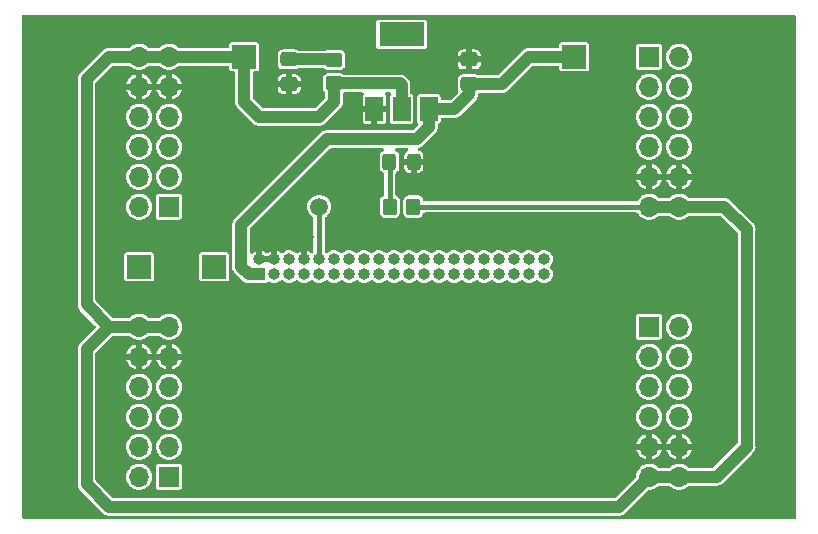
<source format=gtl>
G04 #@! TF.GenerationSoftware,KiCad,Pcbnew,(6.0.9)*
G04 #@! TF.CreationDate,2022-11-20T21:47:37+01:00*
G04 #@! TF.ProjectId,iCE40HX8K-EVB EXT2PMOD adapter,69434534-3048-4583-984b-2d4556422045,V1.0*
G04 #@! TF.SameCoordinates,Original*
G04 #@! TF.FileFunction,Copper,L1,Top*
G04 #@! TF.FilePolarity,Positive*
%FSLAX46Y46*%
G04 Gerber Fmt 4.6, Leading zero omitted, Abs format (unit mm)*
G04 Created by KiCad (PCBNEW (6.0.9)) date 2022-11-20 21:47:37*
%MOMM*%
%LPD*%
G01*
G04 APERTURE LIST*
G04 Aperture macros list*
%AMRoundRect*
0 Rectangle with rounded corners*
0 $1 Rounding radius*
0 $2 $3 $4 $5 $6 $7 $8 $9 X,Y pos of 4 corners*
0 Add a 4 corners polygon primitive as box body*
4,1,4,$2,$3,$4,$5,$6,$7,$8,$9,$2,$3,0*
0 Add four circle primitives for the rounded corners*
1,1,$1+$1,$2,$3*
1,1,$1+$1,$4,$5*
1,1,$1+$1,$6,$7*
1,1,$1+$1,$8,$9*
0 Add four rect primitives between the rounded corners*
20,1,$1+$1,$2,$3,$4,$5,0*
20,1,$1+$1,$4,$5,$6,$7,0*
20,1,$1+$1,$6,$7,$8,$9,0*
20,1,$1+$1,$8,$9,$2,$3,0*%
G04 Aperture macros list end*
G04 #@! TA.AperFunction,SMDPad,CuDef*
%ADD10C,1.500000*%
G04 #@! TD*
G04 #@! TA.AperFunction,ComponentPad*
%ADD11R,2.000000X2.000000*%
G04 #@! TD*
G04 #@! TA.AperFunction,ComponentPad*
%ADD12R,1.700000X1.700000*%
G04 #@! TD*
G04 #@! TA.AperFunction,ComponentPad*
%ADD13O,1.700000X1.700000*%
G04 #@! TD*
G04 #@! TA.AperFunction,SMDPad,CuDef*
%ADD14R,3.800000X2.000000*%
G04 #@! TD*
G04 #@! TA.AperFunction,SMDPad,CuDef*
%ADD15R,1.500000X2.000000*%
G04 #@! TD*
G04 #@! TA.AperFunction,SMDPad,CuDef*
%ADD16RoundRect,0.250000X0.350000X0.450000X-0.350000X0.450000X-0.350000X-0.450000X0.350000X-0.450000X0*%
G04 #@! TD*
G04 #@! TA.AperFunction,SMDPad,CuDef*
%ADD17RoundRect,0.250000X0.450000X-0.350000X0.450000X0.350000X-0.450000X0.350000X-0.450000X-0.350000X0*%
G04 #@! TD*
G04 #@! TA.AperFunction,SMDPad,CuDef*
%ADD18RoundRect,0.250000X0.325000X0.450000X-0.325000X0.450000X-0.325000X-0.450000X0.325000X-0.450000X0*%
G04 #@! TD*
G04 #@! TA.AperFunction,SMDPad,CuDef*
%ADD19RoundRect,0.250000X-0.475000X0.337500X-0.475000X-0.337500X0.475000X-0.337500X0.475000X0.337500X0*%
G04 #@! TD*
G04 #@! TA.AperFunction,SMDPad,CuDef*
%ADD20RoundRect,0.250000X0.475000X-0.337500X0.475000X0.337500X-0.475000X0.337500X-0.475000X-0.337500X0*%
G04 #@! TD*
G04 #@! TA.AperFunction,ComponentPad*
%ADD21R,1.000000X1.000000*%
G04 #@! TD*
G04 #@! TA.AperFunction,ComponentPad*
%ADD22O,1.000000X1.000000*%
G04 #@! TD*
G04 #@! TA.AperFunction,ViaPad*
%ADD23C,0.800000*%
G04 #@! TD*
G04 #@! TA.AperFunction,Conductor*
%ADD24C,0.440000*%
G04 #@! TD*
G04 #@! TA.AperFunction,Conductor*
%ADD25C,1.000000*%
G04 #@! TD*
G04 APERTURE END LIST*
D10*
X157480000Y-91440000D03*
D11*
X151130000Y-78740000D03*
X179070000Y-78740000D03*
D12*
X185420000Y-101600000D03*
D13*
X185420000Y-104140000D03*
X185420000Y-106680000D03*
X185420000Y-109220000D03*
X185420000Y-111760000D03*
X185420000Y-114300000D03*
X187960000Y-101600000D03*
X187960000Y-104140000D03*
X187960000Y-106680000D03*
X187960000Y-109220000D03*
X187960000Y-111760000D03*
X187960000Y-114300000D03*
D12*
X185420000Y-78740000D03*
D13*
X185420000Y-81280000D03*
X185420000Y-83820000D03*
X185420000Y-86360000D03*
X185420000Y-88900000D03*
X185420000Y-91440000D03*
X187960000Y-78740000D03*
X187960000Y-81280000D03*
X187960000Y-83820000D03*
X187960000Y-86360000D03*
X187960000Y-88900000D03*
X187960000Y-91440000D03*
D12*
X144780000Y-91440000D03*
D13*
X144780000Y-88900000D03*
X144780000Y-86360000D03*
X144780000Y-83820000D03*
X144780000Y-81280000D03*
X144780000Y-78740000D03*
X142240000Y-91440000D03*
X142240000Y-88900000D03*
X142240000Y-86360000D03*
X142240000Y-83820000D03*
X142240000Y-81280000D03*
X142240000Y-78740000D03*
D11*
X148590000Y-96520000D03*
X142240000Y-96520000D03*
D12*
X144780000Y-114300000D03*
D13*
X144780000Y-111760000D03*
X144780000Y-109220000D03*
X144780000Y-106680000D03*
X144780000Y-104140000D03*
X144780000Y-101600000D03*
X142240000Y-114300000D03*
X142240000Y-111760000D03*
X142240000Y-109220000D03*
X142240000Y-106680000D03*
X142240000Y-104140000D03*
X142240000Y-101600000D03*
D14*
X164465000Y-76860000D03*
D15*
X162165000Y-83160000D03*
X164465000Y-83160000D03*
X166765000Y-83160000D03*
D16*
X165465000Y-91440000D03*
X163465000Y-91440000D03*
D17*
X158750000Y-81010000D03*
X158750000Y-79010000D03*
D18*
X165490000Y-87630000D03*
X163440000Y-87630000D03*
D19*
X154940000Y-78972500D03*
X154940000Y-81047500D03*
D20*
X170180000Y-81047500D03*
X170180000Y-78972500D03*
D21*
X152400000Y-97155000D03*
D22*
X152400000Y-95885000D03*
X153670000Y-97155000D03*
X153670000Y-95885000D03*
X154940000Y-97155000D03*
X154940000Y-95885000D03*
X156210000Y-97155000D03*
X156210000Y-95885000D03*
X157480000Y-97155000D03*
X157480000Y-95885000D03*
X158750000Y-97155000D03*
X158750000Y-95885000D03*
X160020000Y-97155000D03*
X160020000Y-95885000D03*
X161290000Y-97155000D03*
X161290000Y-95885000D03*
X162560000Y-97155000D03*
X162560000Y-95885000D03*
X163830000Y-97155000D03*
X163830000Y-95885000D03*
X165100000Y-97155000D03*
X165100000Y-95885000D03*
X166370000Y-97155000D03*
X166370000Y-95885000D03*
X167640000Y-97155000D03*
X167640000Y-95885000D03*
X168910000Y-97155000D03*
X168910000Y-95885000D03*
X170180000Y-97155000D03*
X170180000Y-95885000D03*
X171450000Y-97155000D03*
X171450000Y-95885000D03*
X172720000Y-97155000D03*
X172720000Y-95885000D03*
X173990000Y-97155000D03*
X173990000Y-95885000D03*
X175260000Y-97155000D03*
X175260000Y-95885000D03*
X176530000Y-97155000D03*
X176530000Y-95885000D03*
D23*
X164465000Y-79375000D03*
X167005000Y-86360000D03*
X161925000Y-86995000D03*
X160020000Y-83820000D03*
X156845000Y-81915000D03*
X153035000Y-81915000D03*
X172720000Y-76835000D03*
X195580000Y-97155000D03*
X186055000Y-116840000D03*
X153670000Y-100330000D03*
X151130000Y-99060000D03*
X146685000Y-93980000D03*
X156660500Y-93980000D03*
X178435000Y-98425000D03*
X165735000Y-100330000D03*
X168275000Y-92710000D03*
X167640000Y-90170000D03*
D24*
X157480000Y-95885000D02*
X157480000Y-91440000D01*
X165465000Y-91440000D02*
X185420000Y-91440000D01*
D25*
X165735000Y-85725000D02*
X166765000Y-84695000D01*
X158115000Y-85725000D02*
X165735000Y-85725000D01*
X150876000Y-96520000D02*
X150876000Y-92964000D01*
X150876000Y-92964000D02*
X158115000Y-85725000D01*
X151511000Y-97155000D02*
X150876000Y-96520000D01*
X166765000Y-84695000D02*
X166765000Y-83160000D01*
X152400000Y-97155000D02*
X151511000Y-97155000D01*
X191770000Y-91440000D02*
X187960000Y-91440000D01*
X193675000Y-111760000D02*
X193675000Y-93345000D01*
X193675000Y-93345000D02*
X191770000Y-91440000D01*
X191135000Y-114300000D02*
X193675000Y-111760000D01*
X187960000Y-114300000D02*
X191135000Y-114300000D01*
X185420000Y-91440000D02*
X187960000Y-91440000D01*
X185420000Y-114300000D02*
X187960000Y-114300000D01*
X182880000Y-116840000D02*
X185420000Y-114300000D01*
X137795000Y-114935000D02*
X139700000Y-116840000D01*
X139700000Y-116840000D02*
X182880000Y-116840000D01*
X137795000Y-103505000D02*
X137795000Y-114935000D01*
X139700000Y-101600000D02*
X137795000Y-103505000D01*
X144780000Y-101600000D02*
X142240000Y-101600000D01*
X137795000Y-99695000D02*
X139700000Y-101600000D01*
X139700000Y-78740000D02*
X137795000Y-80645000D01*
X139700000Y-101600000D02*
X142240000Y-101600000D01*
X142240000Y-78740000D02*
X139700000Y-78740000D01*
X137795000Y-80645000D02*
X137795000Y-99695000D01*
X142240000Y-78740000D02*
X144780000Y-78740000D01*
X151130000Y-78740000D02*
X144780000Y-78740000D01*
X152400000Y-83820000D02*
X157480000Y-83820000D01*
X157480000Y-83820000D02*
X158750000Y-82550000D01*
X151130000Y-82550000D02*
X152400000Y-83820000D01*
X158750000Y-82550000D02*
X158750000Y-81010000D01*
X151130000Y-78740000D02*
X151130000Y-82550000D01*
X164465000Y-81160000D02*
X164465000Y-83160000D01*
X158750000Y-81010000D02*
X164315000Y-81010000D01*
X164315000Y-81010000D02*
X164465000Y-81160000D01*
X158712500Y-78972500D02*
X158750000Y-79010000D01*
X154940000Y-78972500D02*
X158712500Y-78972500D01*
X168935000Y-83160000D02*
X170180000Y-81915000D01*
X170180000Y-81915000D02*
X170180000Y-81047500D01*
X166765000Y-83160000D02*
X168935000Y-83160000D01*
X175260000Y-78740000D02*
X179070000Y-78740000D01*
X172952500Y-81047500D02*
X175260000Y-78740000D01*
X170180000Y-81047500D02*
X172952500Y-81047500D01*
D24*
X163465000Y-87655000D02*
X163440000Y-87630000D01*
X163465000Y-91440000D02*
X163465000Y-87655000D01*
G04 #@! TA.AperFunction,Conductor*
G36*
X197807621Y-75204502D02*
G01*
X197854114Y-75258158D01*
X197865500Y-75310500D01*
X197865500Y-117729500D01*
X197845498Y-117797621D01*
X197791842Y-117844114D01*
X197739500Y-117855500D01*
X132460500Y-117855500D01*
X132392379Y-117835498D01*
X132345886Y-117781842D01*
X132334500Y-117729500D01*
X132334500Y-114908489D01*
X137035826Y-114908489D01*
X137036419Y-114915780D01*
X137036419Y-114915783D01*
X137040085Y-114960848D01*
X137040500Y-114971063D01*
X137040500Y-114979053D01*
X137040925Y-114982697D01*
X137043771Y-115007113D01*
X137044204Y-115011487D01*
X137047994Y-115058074D01*
X137050090Y-115083847D01*
X137052345Y-115090809D01*
X137053518Y-115096677D01*
X137054890Y-115102484D01*
X137055738Y-115109754D01*
X137080532Y-115178060D01*
X137081940Y-115182163D01*
X137104312Y-115251222D01*
X137108109Y-115257479D01*
X137110602Y-115262926D01*
X137113270Y-115268254D01*
X137115768Y-115275134D01*
X137154024Y-115333484D01*
X137155568Y-115335839D01*
X137157915Y-115339559D01*
X137189832Y-115392156D01*
X137195583Y-115401633D01*
X137202024Y-115408926D01*
X137202949Y-115409974D01*
X137202924Y-115409996D01*
X137205624Y-115413041D01*
X137208220Y-115416146D01*
X137212234Y-115422268D01*
X137217547Y-115427301D01*
X137268126Y-115475215D01*
X137270568Y-115477593D01*
X139119277Y-117326301D01*
X139131662Y-117340712D01*
X139144437Y-117358071D01*
X139153369Y-117365659D01*
X139184479Y-117392089D01*
X139191995Y-117399019D01*
X139197638Y-117404662D01*
X139219798Y-117422194D01*
X139223173Y-117424961D01*
X139278520Y-117471982D01*
X139285040Y-117475311D01*
X139290018Y-117478631D01*
X139295091Y-117481764D01*
X139300833Y-117486307D01*
X139307467Y-117489407D01*
X139307466Y-117489407D01*
X139366617Y-117517053D01*
X139370567Y-117518984D01*
X139435212Y-117551993D01*
X139442322Y-117553733D01*
X139447942Y-117555823D01*
X139453593Y-117557703D01*
X139460222Y-117560801D01*
X139467386Y-117562291D01*
X139467389Y-117562292D01*
X139507495Y-117570633D01*
X139531314Y-117575587D01*
X139535573Y-117576551D01*
X139606108Y-117593811D01*
X139611705Y-117594158D01*
X139611710Y-117594159D01*
X139617214Y-117594500D01*
X139617212Y-117594534D01*
X139621270Y-117594777D01*
X139625306Y-117595137D01*
X139632473Y-117596628D01*
X139709431Y-117594546D01*
X139712839Y-117594500D01*
X182813235Y-117594500D01*
X182832185Y-117595933D01*
X182846255Y-117598074D01*
X182846259Y-117598074D01*
X182853489Y-117599174D01*
X182860780Y-117598581D01*
X182860783Y-117598581D01*
X182905848Y-117594915D01*
X182916063Y-117594500D01*
X182924053Y-117594500D01*
X182931302Y-117593655D01*
X182952113Y-117591229D01*
X182956487Y-117590796D01*
X183021549Y-117585504D01*
X183021552Y-117585503D01*
X183028847Y-117584910D01*
X183035809Y-117582655D01*
X183041677Y-117581482D01*
X183047484Y-117580110D01*
X183054754Y-117579262D01*
X183123060Y-117554468D01*
X183127163Y-117553060D01*
X183196222Y-117530688D01*
X183202479Y-117526891D01*
X183207926Y-117524398D01*
X183213254Y-117521730D01*
X183220134Y-117519232D01*
X183280849Y-117479426D01*
X183284559Y-117477085D01*
X183341838Y-117442327D01*
X183341840Y-117442325D01*
X183346633Y-117439417D01*
X183354974Y-117432051D01*
X183354996Y-117432076D01*
X183358041Y-117429376D01*
X183361146Y-117426780D01*
X183367268Y-117422766D01*
X183420216Y-117366873D01*
X183422593Y-117364432D01*
X185344073Y-115442951D01*
X185406385Y-115408926D01*
X185438114Y-115406143D01*
X185453241Y-115406737D01*
X185478053Y-115407712D01*
X185585348Y-115392155D01*
X185673231Y-115379413D01*
X185673236Y-115379412D01*
X185678945Y-115378584D01*
X185684409Y-115376729D01*
X185684414Y-115376728D01*
X185865693Y-115315192D01*
X185865698Y-115315190D01*
X185871165Y-115313334D01*
X186048276Y-115214147D01*
X186086709Y-115182183D01*
X186204345Y-115084345D01*
X186205945Y-115086269D01*
X186258851Y-115057379D01*
X186285634Y-115054500D01*
X187100322Y-115054500D01*
X187168443Y-115074502D01*
X187188243Y-115090246D01*
X187257793Y-115157998D01*
X187257798Y-115158002D01*
X187261938Y-115162035D01*
X187430720Y-115274812D01*
X187436023Y-115277090D01*
X187436026Y-115277092D01*
X187567283Y-115333484D01*
X187617228Y-115354942D01*
X187690244Y-115371464D01*
X187809579Y-115398467D01*
X187809584Y-115398468D01*
X187815216Y-115399742D01*
X187820987Y-115399969D01*
X187820989Y-115399969D01*
X187880756Y-115402317D01*
X188018053Y-115407712D01*
X188125348Y-115392155D01*
X188213231Y-115379413D01*
X188213236Y-115379412D01*
X188218945Y-115378584D01*
X188224409Y-115376729D01*
X188224414Y-115376728D01*
X188405693Y-115315192D01*
X188405698Y-115315190D01*
X188411165Y-115313334D01*
X188588276Y-115214147D01*
X188626709Y-115182183D01*
X188744345Y-115084345D01*
X188745945Y-115086269D01*
X188798851Y-115057379D01*
X188825634Y-115054500D01*
X191068235Y-115054500D01*
X191087185Y-115055933D01*
X191101255Y-115058074D01*
X191101259Y-115058074D01*
X191108489Y-115059174D01*
X191115780Y-115058581D01*
X191115783Y-115058581D01*
X191160848Y-115054915D01*
X191171063Y-115054500D01*
X191179053Y-115054500D01*
X191186302Y-115053655D01*
X191207113Y-115051229D01*
X191211487Y-115050796D01*
X191276549Y-115045504D01*
X191276552Y-115045503D01*
X191283847Y-115044910D01*
X191290809Y-115042655D01*
X191296677Y-115041482D01*
X191302484Y-115040110D01*
X191309754Y-115039262D01*
X191378060Y-115014468D01*
X191382163Y-115013060D01*
X191451222Y-114990688D01*
X191457479Y-114986891D01*
X191462926Y-114984398D01*
X191468254Y-114981730D01*
X191475134Y-114979232D01*
X191535849Y-114939426D01*
X191539559Y-114937085D01*
X191596838Y-114902327D01*
X191596840Y-114902325D01*
X191601633Y-114899417D01*
X191609974Y-114892051D01*
X191609996Y-114892076D01*
X191613041Y-114889376D01*
X191616146Y-114886780D01*
X191622268Y-114882766D01*
X191675216Y-114826873D01*
X191677593Y-114824432D01*
X194161304Y-112340721D01*
X194175706Y-112328343D01*
X194193071Y-112315563D01*
X194227089Y-112275521D01*
X194234019Y-112268005D01*
X194239662Y-112262362D01*
X194257214Y-112240178D01*
X194259981Y-112236804D01*
X194302243Y-112187058D01*
X194306982Y-112181480D01*
X194310311Y-112174961D01*
X194313628Y-112169987D01*
X194316763Y-112164911D01*
X194321307Y-112159168D01*
X194352053Y-112093382D01*
X194353985Y-112089430D01*
X194364450Y-112068935D01*
X194386993Y-112024788D01*
X194388732Y-112017680D01*
X194390814Y-112012082D01*
X194392701Y-112006409D01*
X194395800Y-111999779D01*
X194410587Y-111928689D01*
X194411557Y-111924404D01*
X194427476Y-111859346D01*
X194428811Y-111853892D01*
X194429500Y-111842786D01*
X194429534Y-111842788D01*
X194429777Y-111838731D01*
X194430137Y-111834696D01*
X194431628Y-111827528D01*
X194429546Y-111750586D01*
X194429500Y-111747178D01*
X194429500Y-93411765D01*
X194430933Y-93392815D01*
X194433074Y-93378745D01*
X194433074Y-93378741D01*
X194434174Y-93371511D01*
X194429915Y-93319152D01*
X194429500Y-93308937D01*
X194429500Y-93300947D01*
X194428655Y-93293698D01*
X194426229Y-93272887D01*
X194425796Y-93268513D01*
X194420504Y-93203451D01*
X194420503Y-93203448D01*
X194419910Y-93196153D01*
X194417655Y-93189193D01*
X194416481Y-93183316D01*
X194415109Y-93177513D01*
X194414262Y-93170246D01*
X194389476Y-93101963D01*
X194388073Y-93097876D01*
X194365689Y-93028778D01*
X194361890Y-93022517D01*
X194359395Y-93017068D01*
X194356728Y-93011742D01*
X194354232Y-93004866D01*
X194314421Y-92944145D01*
X194312074Y-92940424D01*
X194277332Y-92883170D01*
X194277329Y-92883166D01*
X194274417Y-92878367D01*
X194267051Y-92870027D01*
X194267077Y-92870004D01*
X194264377Y-92866961D01*
X194261782Y-92863857D01*
X194257766Y-92857732D01*
X194201854Y-92804766D01*
X194199413Y-92802389D01*
X192350724Y-90953700D01*
X192338337Y-90939287D01*
X192329904Y-90927828D01*
X192325563Y-90921929D01*
X192285521Y-90887911D01*
X192278005Y-90880981D01*
X192272362Y-90875338D01*
X192250202Y-90857806D01*
X192246816Y-90855030D01*
X192224263Y-90835869D01*
X192191480Y-90808018D01*
X192184960Y-90804689D01*
X192179982Y-90801369D01*
X192174909Y-90798236D01*
X192169167Y-90793693D01*
X192103383Y-90762947D01*
X192099433Y-90761016D01*
X192054464Y-90738054D01*
X192034788Y-90728007D01*
X192027678Y-90726267D01*
X192022058Y-90724177D01*
X192016407Y-90722297D01*
X192009778Y-90719199D01*
X192002614Y-90717709D01*
X192002611Y-90717708D01*
X191962505Y-90709367D01*
X191938686Y-90704413D01*
X191934427Y-90703449D01*
X191863892Y-90686189D01*
X191858295Y-90685842D01*
X191858290Y-90685841D01*
X191852786Y-90685500D01*
X191852788Y-90685466D01*
X191848729Y-90685223D01*
X191844695Y-90684863D01*
X191837527Y-90683372D01*
X191830210Y-90683570D01*
X191760585Y-90685454D01*
X191757177Y-90685500D01*
X188820353Y-90685500D01*
X188752232Y-90665498D01*
X188734824Y-90652025D01*
X188639498Y-90563906D01*
X188639495Y-90563904D01*
X188635258Y-90559987D01*
X188463581Y-90451667D01*
X188275039Y-90376446D01*
X188269379Y-90375320D01*
X188269375Y-90375319D01*
X188081613Y-90337971D01*
X188081610Y-90337971D01*
X188075946Y-90336844D01*
X188070171Y-90336768D01*
X188070167Y-90336768D01*
X187968793Y-90335441D01*
X187872971Y-90334187D01*
X187867274Y-90335166D01*
X187867273Y-90335166D01*
X187779397Y-90350266D01*
X187672910Y-90368564D01*
X187482463Y-90438824D01*
X187308010Y-90542612D01*
X187282558Y-90564933D01*
X187180732Y-90654232D01*
X187116328Y-90684109D01*
X187097654Y-90685500D01*
X186280353Y-90685500D01*
X186212232Y-90665498D01*
X186194824Y-90652025D01*
X186099498Y-90563906D01*
X186099495Y-90563904D01*
X186095258Y-90559987D01*
X185923581Y-90451667D01*
X185735039Y-90376446D01*
X185729379Y-90375320D01*
X185729375Y-90375319D01*
X185541613Y-90337971D01*
X185541610Y-90337971D01*
X185535946Y-90336844D01*
X185530171Y-90336768D01*
X185530167Y-90336768D01*
X185428793Y-90335441D01*
X185332971Y-90334187D01*
X185327274Y-90335166D01*
X185327273Y-90335166D01*
X185239397Y-90350266D01*
X185132910Y-90368564D01*
X184942463Y-90438824D01*
X184768010Y-90542612D01*
X184763670Y-90546418D01*
X184763666Y-90546421D01*
X184694439Y-90607132D01*
X184615392Y-90676455D01*
X184489720Y-90835869D01*
X184456942Y-90898169D01*
X184407524Y-90949140D01*
X184345435Y-90965500D01*
X166431535Y-90965500D01*
X166363414Y-90945498D01*
X166316921Y-90891842D01*
X166313015Y-90880471D01*
X166312798Y-90880552D01*
X166296047Y-90835869D01*
X166262071Y-90745236D01*
X166256691Y-90738057D01*
X166256689Y-90738054D01*
X166180785Y-90636776D01*
X166175404Y-90629596D01*
X166125972Y-90592549D01*
X166066946Y-90548311D01*
X166066943Y-90548309D01*
X166059764Y-90542929D01*
X165939501Y-90497845D01*
X165931843Y-90494974D01*
X165931841Y-90494974D01*
X165924448Y-90492202D01*
X165916598Y-90491349D01*
X165916597Y-90491349D01*
X165866153Y-90485869D01*
X165866152Y-90485869D01*
X165862756Y-90485500D01*
X165067244Y-90485500D01*
X165063848Y-90485869D01*
X165063847Y-90485869D01*
X165013403Y-90491349D01*
X165013402Y-90491349D01*
X165005552Y-90492202D01*
X164998159Y-90494974D01*
X164998157Y-90494974D01*
X164990499Y-90497845D01*
X164870236Y-90542929D01*
X164863057Y-90548309D01*
X164863054Y-90548311D01*
X164804028Y-90592549D01*
X164754596Y-90629596D01*
X164749215Y-90636776D01*
X164673311Y-90738054D01*
X164673309Y-90738057D01*
X164667929Y-90745236D01*
X164634296Y-90834954D01*
X164626481Y-90855801D01*
X164617202Y-90880552D01*
X164610500Y-90942244D01*
X164610500Y-91937756D01*
X164610869Y-91941152D01*
X164610869Y-91941153D01*
X164611800Y-91949718D01*
X164617202Y-91999448D01*
X164667929Y-92134764D01*
X164673309Y-92141943D01*
X164673311Y-92141946D01*
X164697892Y-92174744D01*
X164754596Y-92250404D01*
X164761776Y-92255785D01*
X164863054Y-92331689D01*
X164863057Y-92331691D01*
X164870236Y-92337071D01*
X164923323Y-92356972D01*
X164998157Y-92385026D01*
X164998159Y-92385026D01*
X165005552Y-92387798D01*
X165013402Y-92388651D01*
X165013403Y-92388651D01*
X165063847Y-92394131D01*
X165067244Y-92394500D01*
X165862756Y-92394500D01*
X165866153Y-92394131D01*
X165916597Y-92388651D01*
X165916598Y-92388651D01*
X165924448Y-92387798D01*
X165931841Y-92385026D01*
X165931843Y-92385026D01*
X166006677Y-92356972D01*
X166059764Y-92337071D01*
X166066943Y-92331691D01*
X166066946Y-92331689D01*
X166168224Y-92255785D01*
X166175404Y-92250404D01*
X166232108Y-92174744D01*
X166256689Y-92141946D01*
X166256691Y-92141943D01*
X166262071Y-92134764D01*
X166312798Y-91999448D01*
X166315235Y-92000362D01*
X166344159Y-91949718D01*
X166407110Y-91916890D01*
X166431535Y-91914500D01*
X184341785Y-91914500D01*
X184409906Y-91934502D01*
X184453538Y-91984674D01*
X184454070Y-91984367D01*
X184455648Y-91987099D01*
X184456209Y-91987745D01*
X184456957Y-91989368D01*
X184456959Y-91989371D01*
X184459377Y-91994616D01*
X184576533Y-92160389D01*
X184721938Y-92302035D01*
X184726742Y-92305245D01*
X184732178Y-92308877D01*
X184890720Y-92414812D01*
X184896023Y-92417090D01*
X184896026Y-92417092D01*
X185059171Y-92487184D01*
X185077228Y-92494942D01*
X185150244Y-92511464D01*
X185269579Y-92538467D01*
X185269584Y-92538468D01*
X185275216Y-92539742D01*
X185280987Y-92539969D01*
X185280989Y-92539969D01*
X185340756Y-92542317D01*
X185478053Y-92547712D01*
X185585348Y-92532155D01*
X185673231Y-92519413D01*
X185673236Y-92519412D01*
X185678945Y-92518584D01*
X185684409Y-92516729D01*
X185684414Y-92516728D01*
X185865693Y-92455192D01*
X185865698Y-92455190D01*
X185871165Y-92453334D01*
X185879835Y-92448479D01*
X185961239Y-92402890D01*
X186048276Y-92354147D01*
X186065021Y-92340221D01*
X186204345Y-92224345D01*
X186205945Y-92226269D01*
X186258851Y-92197379D01*
X186285634Y-92194500D01*
X187100322Y-92194500D01*
X187168443Y-92214502D01*
X187188243Y-92230246D01*
X187257793Y-92297998D01*
X187257798Y-92298002D01*
X187261938Y-92302035D01*
X187430720Y-92414812D01*
X187436023Y-92417090D01*
X187436026Y-92417092D01*
X187599171Y-92487184D01*
X187617228Y-92494942D01*
X187690244Y-92511464D01*
X187809579Y-92538467D01*
X187809584Y-92538468D01*
X187815216Y-92539742D01*
X187820987Y-92539969D01*
X187820989Y-92539969D01*
X187880756Y-92542317D01*
X188018053Y-92547712D01*
X188125348Y-92532155D01*
X188213231Y-92519413D01*
X188213236Y-92519412D01*
X188218945Y-92518584D01*
X188224409Y-92516729D01*
X188224414Y-92516728D01*
X188405693Y-92455192D01*
X188405698Y-92455190D01*
X188411165Y-92453334D01*
X188419835Y-92448479D01*
X188501239Y-92402890D01*
X188588276Y-92354147D01*
X188605021Y-92340221D01*
X188744345Y-92224345D01*
X188745945Y-92226269D01*
X188798851Y-92197379D01*
X188825634Y-92194500D01*
X191405285Y-92194500D01*
X191473406Y-92214502D01*
X191494380Y-92231405D01*
X192883595Y-93620619D01*
X192917620Y-93682931D01*
X192920500Y-93709714D01*
X192920500Y-111395286D01*
X192900498Y-111463407D01*
X192883595Y-111484381D01*
X190859381Y-113508595D01*
X190797069Y-113542621D01*
X190770286Y-113545500D01*
X188820353Y-113545500D01*
X188752232Y-113525498D01*
X188734824Y-113512025D01*
X188639498Y-113423906D01*
X188639495Y-113423904D01*
X188635258Y-113419987D01*
X188463581Y-113311667D01*
X188275039Y-113236446D01*
X188269379Y-113235320D01*
X188269375Y-113235319D01*
X188081613Y-113197971D01*
X188081610Y-113197971D01*
X188075946Y-113196844D01*
X188070171Y-113196768D01*
X188070167Y-113196768D01*
X187968793Y-113195441D01*
X187872971Y-113194187D01*
X187867274Y-113195166D01*
X187867273Y-113195166D01*
X187779397Y-113210266D01*
X187672910Y-113228564D01*
X187482463Y-113298824D01*
X187308010Y-113402612D01*
X187282558Y-113424933D01*
X187180732Y-113514232D01*
X187116328Y-113544109D01*
X187097654Y-113545500D01*
X186280353Y-113545500D01*
X186212232Y-113525498D01*
X186194824Y-113512025D01*
X186099498Y-113423906D01*
X186099495Y-113423904D01*
X186095258Y-113419987D01*
X185923581Y-113311667D01*
X185735039Y-113236446D01*
X185729379Y-113235320D01*
X185729375Y-113235319D01*
X185541613Y-113197971D01*
X185541610Y-113197971D01*
X185535946Y-113196844D01*
X185530171Y-113196768D01*
X185530167Y-113196768D01*
X185428793Y-113195441D01*
X185332971Y-113194187D01*
X185327274Y-113195166D01*
X185327273Y-113195166D01*
X185239397Y-113210266D01*
X185132910Y-113228564D01*
X184942463Y-113298824D01*
X184768010Y-113402612D01*
X184763670Y-113406418D01*
X184763666Y-113406421D01*
X184647160Y-113508595D01*
X184615392Y-113536455D01*
X184489720Y-113695869D01*
X184487031Y-113700980D01*
X184487029Y-113700983D01*
X184474073Y-113725609D01*
X184395203Y-113875515D01*
X184335007Y-114069378D01*
X184311148Y-114270964D01*
X184311526Y-114276730D01*
X184311526Y-114276733D01*
X184311773Y-114280504D01*
X184311381Y-114282254D01*
X184311375Y-114282500D01*
X184311327Y-114282499D01*
X184296268Y-114349787D01*
X184275138Y-114377838D01*
X182604381Y-116048595D01*
X182542069Y-116082621D01*
X182515286Y-116085500D01*
X140064714Y-116085500D01*
X139996593Y-116065498D01*
X139975619Y-116048595D01*
X138586405Y-114659381D01*
X138552379Y-114597069D01*
X138549500Y-114570286D01*
X138549500Y-114270964D01*
X141131148Y-114270964D01*
X141144424Y-114473522D01*
X141145845Y-114479118D01*
X141145846Y-114479123D01*
X141166119Y-114558945D01*
X141194392Y-114670269D01*
X141196809Y-114675512D01*
X141234010Y-114756208D01*
X141279377Y-114854616D01*
X141295737Y-114877765D01*
X141392358Y-115014481D01*
X141396533Y-115020389D01*
X141400675Y-115024424D01*
X141436347Y-115059174D01*
X141541938Y-115162035D01*
X141546742Y-115165245D01*
X141552178Y-115168877D01*
X141710720Y-115274812D01*
X141716023Y-115277090D01*
X141716026Y-115277092D01*
X141847283Y-115333484D01*
X141897228Y-115354942D01*
X141970244Y-115371464D01*
X142089579Y-115398467D01*
X142089584Y-115398468D01*
X142095216Y-115399742D01*
X142100987Y-115399969D01*
X142100989Y-115399969D01*
X142160756Y-115402317D01*
X142298053Y-115407712D01*
X142405348Y-115392155D01*
X142493231Y-115379413D01*
X142493236Y-115379412D01*
X142498945Y-115378584D01*
X142504409Y-115376729D01*
X142504414Y-115376728D01*
X142685693Y-115315192D01*
X142685698Y-115315190D01*
X142691165Y-115313334D01*
X142868276Y-115214147D01*
X142906709Y-115182183D01*
X143019913Y-115088031D01*
X143024345Y-115084345D01*
X143107471Y-114984398D01*
X143150453Y-114932718D01*
X143150455Y-114932715D01*
X143154147Y-114928276D01*
X143253334Y-114751165D01*
X143255190Y-114745698D01*
X143255192Y-114745693D01*
X143316728Y-114564414D01*
X143316729Y-114564409D01*
X143318584Y-114558945D01*
X143319412Y-114553236D01*
X143319413Y-114553231D01*
X143347179Y-114361727D01*
X143347712Y-114358053D01*
X143349232Y-114300000D01*
X143330658Y-114097859D01*
X143329090Y-114092299D01*
X143277125Y-113908046D01*
X143277124Y-113908044D01*
X143275557Y-113902487D01*
X143264978Y-113881033D01*
X143188331Y-113725609D01*
X143185776Y-113720428D01*
X143064320Y-113557779D01*
X142920609Y-113424933D01*
X143675500Y-113424933D01*
X143675501Y-115175066D01*
X143690266Y-115249301D01*
X143697161Y-115259620D01*
X143697162Y-115259622D01*
X143737516Y-115320015D01*
X143746516Y-115333484D01*
X143830699Y-115389734D01*
X143904933Y-115404500D01*
X144779858Y-115404500D01*
X145655066Y-115404499D01*
X145693584Y-115396838D01*
X145717126Y-115392156D01*
X145717128Y-115392155D01*
X145729301Y-115389734D01*
X145739621Y-115382839D01*
X145739622Y-115382838D01*
X145803168Y-115340377D01*
X145813484Y-115333484D01*
X145869734Y-115249301D01*
X145884500Y-115175067D01*
X145884499Y-113424934D01*
X145869734Y-113350699D01*
X145843654Y-113311667D01*
X145820377Y-113276832D01*
X145813484Y-113266516D01*
X145729301Y-113210266D01*
X145655067Y-113195500D01*
X144780142Y-113195500D01*
X143904934Y-113195501D01*
X143869182Y-113202612D01*
X143842874Y-113207844D01*
X143842872Y-113207845D01*
X143830699Y-113210266D01*
X143820379Y-113217161D01*
X143820378Y-113217162D01*
X143759985Y-113257516D01*
X143746516Y-113266516D01*
X143690266Y-113350699D01*
X143675500Y-113424933D01*
X142920609Y-113424933D01*
X142915258Y-113419987D01*
X142910375Y-113416906D01*
X142910371Y-113416903D01*
X142748464Y-113314748D01*
X142743581Y-113311667D01*
X142555039Y-113236446D01*
X142549379Y-113235320D01*
X142549375Y-113235319D01*
X142361613Y-113197971D01*
X142361610Y-113197971D01*
X142355946Y-113196844D01*
X142350171Y-113196768D01*
X142350167Y-113196768D01*
X142248793Y-113195441D01*
X142152971Y-113194187D01*
X142147274Y-113195166D01*
X142147273Y-113195166D01*
X142059397Y-113210266D01*
X141952910Y-113228564D01*
X141762463Y-113298824D01*
X141588010Y-113402612D01*
X141583670Y-113406418D01*
X141583666Y-113406421D01*
X141467160Y-113508595D01*
X141435392Y-113536455D01*
X141309720Y-113695869D01*
X141307031Y-113700980D01*
X141307029Y-113700983D01*
X141294073Y-113725609D01*
X141215203Y-113875515D01*
X141155007Y-114069378D01*
X141131148Y-114270964D01*
X138549500Y-114270964D01*
X138549500Y-111730964D01*
X141131148Y-111730964D01*
X141144424Y-111933522D01*
X141145845Y-111939118D01*
X141145846Y-111939123D01*
X141184020Y-112089430D01*
X141194392Y-112130269D01*
X141196809Y-112135512D01*
X141233912Y-112215994D01*
X141279377Y-112314616D01*
X141396533Y-112480389D01*
X141541938Y-112622035D01*
X141710720Y-112734812D01*
X141716023Y-112737090D01*
X141716026Y-112737092D01*
X141804707Y-112775192D01*
X141897228Y-112814942D01*
X141962140Y-112829630D01*
X142089579Y-112858467D01*
X142089584Y-112858468D01*
X142095216Y-112859742D01*
X142100987Y-112859969D01*
X142100989Y-112859969D01*
X142160756Y-112862317D01*
X142298053Y-112867712D01*
X142398499Y-112853148D01*
X142493231Y-112839413D01*
X142493236Y-112839412D01*
X142498945Y-112838584D01*
X142504409Y-112836729D01*
X142504414Y-112836728D01*
X142685693Y-112775192D01*
X142685698Y-112775190D01*
X142691165Y-112773334D01*
X142697019Y-112770056D01*
X142766470Y-112731161D01*
X142868276Y-112674147D01*
X142930934Y-112622035D01*
X143019913Y-112548031D01*
X143024345Y-112544345D01*
X143154147Y-112388276D01*
X143226263Y-112259504D01*
X143250510Y-112216208D01*
X143250511Y-112216206D01*
X143253334Y-112211165D01*
X143255190Y-112205698D01*
X143255192Y-112205693D01*
X143316728Y-112024414D01*
X143316729Y-112024409D01*
X143318584Y-112018945D01*
X143319412Y-112013236D01*
X143319413Y-112013231D01*
X143341725Y-111859346D01*
X143347712Y-111818053D01*
X143349232Y-111760000D01*
X143346564Y-111730964D01*
X143671148Y-111730964D01*
X143684424Y-111933522D01*
X143685845Y-111939118D01*
X143685846Y-111939123D01*
X143724020Y-112089430D01*
X143734392Y-112130269D01*
X143736809Y-112135512D01*
X143773912Y-112215994D01*
X143819377Y-112314616D01*
X143936533Y-112480389D01*
X144081938Y-112622035D01*
X144250720Y-112734812D01*
X144256023Y-112737090D01*
X144256026Y-112737092D01*
X144344707Y-112775192D01*
X144437228Y-112814942D01*
X144502140Y-112829630D01*
X144629579Y-112858467D01*
X144629584Y-112858468D01*
X144635216Y-112859742D01*
X144640987Y-112859969D01*
X144640989Y-112859969D01*
X144700756Y-112862317D01*
X144838053Y-112867712D01*
X144938499Y-112853148D01*
X145033231Y-112839413D01*
X145033236Y-112839412D01*
X145038945Y-112838584D01*
X145044409Y-112836729D01*
X145044414Y-112836728D01*
X145225693Y-112775192D01*
X145225698Y-112775190D01*
X145231165Y-112773334D01*
X145237019Y-112770056D01*
X145306470Y-112731161D01*
X145408276Y-112674147D01*
X145470934Y-112622035D01*
X145559913Y-112548031D01*
X145564345Y-112544345D01*
X145694147Y-112388276D01*
X145766263Y-112259504D01*
X145790510Y-112216208D01*
X145790511Y-112216206D01*
X145793334Y-112211165D01*
X145795190Y-112205698D01*
X145795192Y-112205693D01*
X145855863Y-112026962D01*
X184348671Y-112026962D01*
X184373443Y-112124502D01*
X184377284Y-112135348D01*
X184457394Y-112309120D01*
X184463145Y-112319081D01*
X184573579Y-112475343D01*
X184581057Y-112484098D01*
X184718114Y-112617612D01*
X184727058Y-112624855D01*
X184886156Y-112731161D01*
X184896266Y-112736651D01*
X185072077Y-112812185D01*
X185083020Y-112815740D01*
X185148332Y-112830519D01*
X185162405Y-112829630D01*
X185165828Y-112820681D01*
X185674000Y-112820681D01*
X185677966Y-112834187D01*
X185686672Y-112835433D01*
X185865497Y-112774730D01*
X185875994Y-112770056D01*
X186042958Y-112676552D01*
X186052430Y-112670042D01*
X186199553Y-112547682D01*
X186207682Y-112539553D01*
X186330042Y-112392430D01*
X186336552Y-112382958D01*
X186430056Y-112215994D01*
X186434730Y-112205497D01*
X186495335Y-112026962D01*
X186888671Y-112026962D01*
X186913443Y-112124502D01*
X186917284Y-112135348D01*
X186997394Y-112309120D01*
X187003145Y-112319081D01*
X187113579Y-112475343D01*
X187121057Y-112484098D01*
X187258114Y-112617612D01*
X187267058Y-112624855D01*
X187426156Y-112731161D01*
X187436266Y-112736651D01*
X187612077Y-112812185D01*
X187623020Y-112815740D01*
X187688332Y-112830519D01*
X187702405Y-112829630D01*
X187705828Y-112820681D01*
X188214000Y-112820681D01*
X188217966Y-112834187D01*
X188226672Y-112835433D01*
X188405497Y-112774730D01*
X188415994Y-112770056D01*
X188582958Y-112676552D01*
X188592430Y-112670042D01*
X188739553Y-112547682D01*
X188747682Y-112539553D01*
X188870042Y-112392430D01*
X188876552Y-112382958D01*
X188970056Y-112215994D01*
X188974730Y-112205497D01*
X189035443Y-112026644D01*
X189034210Y-112017993D01*
X189020642Y-112014000D01*
X188232115Y-112014000D01*
X188216876Y-112018475D01*
X188215671Y-112019865D01*
X188214000Y-112027548D01*
X188214000Y-112820681D01*
X187705828Y-112820681D01*
X187706000Y-112820232D01*
X187706000Y-112032115D01*
X187701525Y-112016876D01*
X187700135Y-112015671D01*
X187692452Y-112014000D01*
X186903494Y-112014000D01*
X186889963Y-112017973D01*
X186888671Y-112026962D01*
X186495335Y-112026962D01*
X186495443Y-112026644D01*
X186494210Y-112017993D01*
X186480642Y-112014000D01*
X185692115Y-112014000D01*
X185676876Y-112018475D01*
X185675671Y-112019865D01*
X185674000Y-112027548D01*
X185674000Y-112820681D01*
X185165828Y-112820681D01*
X185166000Y-112820232D01*
X185166000Y-112032115D01*
X185161525Y-112016876D01*
X185160135Y-112015671D01*
X185152452Y-112014000D01*
X184363494Y-112014000D01*
X184349963Y-112017973D01*
X184348671Y-112026962D01*
X145855863Y-112026962D01*
X145856728Y-112024414D01*
X145856729Y-112024409D01*
X145858584Y-112018945D01*
X145859412Y-112013236D01*
X145859413Y-112013231D01*
X145881725Y-111859346D01*
X145887712Y-111818053D01*
X145889232Y-111760000D01*
X145870658Y-111557859D01*
X145869090Y-111552299D01*
X145855129Y-111502799D01*
X184347943Y-111502799D01*
X184354675Y-111506000D01*
X185147885Y-111506000D01*
X185163124Y-111501525D01*
X185164329Y-111500135D01*
X185166000Y-111492452D01*
X185166000Y-111487885D01*
X185674000Y-111487885D01*
X185678475Y-111503124D01*
X185679865Y-111504329D01*
X185687548Y-111506000D01*
X186477398Y-111506000D01*
X186488300Y-111502799D01*
X186887943Y-111502799D01*
X186894675Y-111506000D01*
X187687885Y-111506000D01*
X187703124Y-111501525D01*
X187704329Y-111500135D01*
X187706000Y-111492452D01*
X187706000Y-111487885D01*
X188214000Y-111487885D01*
X188218475Y-111503124D01*
X188219865Y-111504329D01*
X188227548Y-111506000D01*
X189017398Y-111506000D01*
X189030929Y-111502027D01*
X189032098Y-111493892D01*
X188996658Y-111368231D01*
X188992533Y-111357484D01*
X188907903Y-111185871D01*
X188901893Y-111176063D01*
X188787400Y-111022739D01*
X188779710Y-111014199D01*
X188639192Y-110884304D01*
X188630067Y-110877303D01*
X188468236Y-110775195D01*
X188457989Y-110769974D01*
X188280260Y-110699068D01*
X188269232Y-110695801D01*
X188231769Y-110688350D01*
X188218894Y-110689502D01*
X188214000Y-110704658D01*
X188214000Y-111487885D01*
X187706000Y-111487885D01*
X187706000Y-110701500D01*
X187702194Y-110688538D01*
X187687279Y-110686602D01*
X187678732Y-110688071D01*
X187667620Y-110691048D01*
X187488095Y-110757279D01*
X187477717Y-110762229D01*
X187313273Y-110860063D01*
X187303961Y-110866829D01*
X187160097Y-110992994D01*
X187152180Y-111001337D01*
X187033718Y-111151605D01*
X187027450Y-111161256D01*
X186938358Y-111330592D01*
X186933953Y-111341227D01*
X186888162Y-111488698D01*
X186887943Y-111502799D01*
X186488300Y-111502799D01*
X186490929Y-111502027D01*
X186492098Y-111493892D01*
X186456658Y-111368231D01*
X186452533Y-111357484D01*
X186367903Y-111185871D01*
X186361893Y-111176063D01*
X186247400Y-111022739D01*
X186239710Y-111014199D01*
X186099192Y-110884304D01*
X186090067Y-110877303D01*
X185928236Y-110775195D01*
X185917989Y-110769974D01*
X185740260Y-110699068D01*
X185729232Y-110695801D01*
X185691769Y-110688350D01*
X185678894Y-110689502D01*
X185674000Y-110704658D01*
X185674000Y-111487885D01*
X185166000Y-111487885D01*
X185166000Y-110701500D01*
X185162194Y-110688538D01*
X185147279Y-110686602D01*
X185138732Y-110688071D01*
X185127620Y-110691048D01*
X184948095Y-110757279D01*
X184937717Y-110762229D01*
X184773273Y-110860063D01*
X184763961Y-110866829D01*
X184620097Y-110992994D01*
X184612180Y-111001337D01*
X184493718Y-111151605D01*
X184487450Y-111161256D01*
X184398358Y-111330592D01*
X184393953Y-111341227D01*
X184348162Y-111488698D01*
X184347943Y-111502799D01*
X145855129Y-111502799D01*
X145817125Y-111368046D01*
X145817124Y-111368044D01*
X145815557Y-111362487D01*
X145804978Y-111341033D01*
X145728331Y-111185609D01*
X145725776Y-111180428D01*
X145604320Y-111017779D01*
X145455258Y-110879987D01*
X145450375Y-110876906D01*
X145450371Y-110876903D01*
X145304728Y-110785010D01*
X145283581Y-110771667D01*
X145095039Y-110696446D01*
X145089379Y-110695320D01*
X145089375Y-110695319D01*
X144901613Y-110657971D01*
X144901610Y-110657971D01*
X144895946Y-110656844D01*
X144890171Y-110656768D01*
X144890167Y-110656768D01*
X144788793Y-110655441D01*
X144692971Y-110654187D01*
X144687274Y-110655166D01*
X144687273Y-110655166D01*
X144504328Y-110686602D01*
X144492910Y-110688564D01*
X144302463Y-110758824D01*
X144128010Y-110862612D01*
X144123670Y-110866418D01*
X144123666Y-110866421D01*
X144103723Y-110883911D01*
X143975392Y-110996455D01*
X143849720Y-111155869D01*
X143847031Y-111160980D01*
X143847029Y-111160983D01*
X143834073Y-111185609D01*
X143755203Y-111335515D01*
X143695007Y-111529378D01*
X143671148Y-111730964D01*
X143346564Y-111730964D01*
X143330658Y-111557859D01*
X143329090Y-111552299D01*
X143277125Y-111368046D01*
X143277124Y-111368044D01*
X143275557Y-111362487D01*
X143264978Y-111341033D01*
X143188331Y-111185609D01*
X143185776Y-111180428D01*
X143064320Y-111017779D01*
X142915258Y-110879987D01*
X142910375Y-110876906D01*
X142910371Y-110876903D01*
X142764728Y-110785010D01*
X142743581Y-110771667D01*
X142555039Y-110696446D01*
X142549379Y-110695320D01*
X142549375Y-110695319D01*
X142361613Y-110657971D01*
X142361610Y-110657971D01*
X142355946Y-110656844D01*
X142350171Y-110656768D01*
X142350167Y-110656768D01*
X142248793Y-110655441D01*
X142152971Y-110654187D01*
X142147274Y-110655166D01*
X142147273Y-110655166D01*
X141964328Y-110686602D01*
X141952910Y-110688564D01*
X141762463Y-110758824D01*
X141588010Y-110862612D01*
X141583670Y-110866418D01*
X141583666Y-110866421D01*
X141563723Y-110883911D01*
X141435392Y-110996455D01*
X141309720Y-111155869D01*
X141307031Y-111160980D01*
X141307029Y-111160983D01*
X141294073Y-111185609D01*
X141215203Y-111335515D01*
X141155007Y-111529378D01*
X141131148Y-111730964D01*
X138549500Y-111730964D01*
X138549500Y-109190964D01*
X141131148Y-109190964D01*
X141144424Y-109393522D01*
X141145845Y-109399118D01*
X141145846Y-109399123D01*
X141166119Y-109478945D01*
X141194392Y-109590269D01*
X141196809Y-109595512D01*
X141234010Y-109676208D01*
X141279377Y-109774616D01*
X141396533Y-109940389D01*
X141541938Y-110082035D01*
X141710720Y-110194812D01*
X141716023Y-110197090D01*
X141716026Y-110197092D01*
X141804707Y-110235192D01*
X141897228Y-110274942D01*
X141970244Y-110291464D01*
X142089579Y-110318467D01*
X142089584Y-110318468D01*
X142095216Y-110319742D01*
X142100987Y-110319969D01*
X142100989Y-110319969D01*
X142160756Y-110322317D01*
X142298053Y-110327712D01*
X142398499Y-110313148D01*
X142493231Y-110299413D01*
X142493236Y-110299412D01*
X142498945Y-110298584D01*
X142504409Y-110296729D01*
X142504414Y-110296728D01*
X142685693Y-110235192D01*
X142685698Y-110235190D01*
X142691165Y-110233334D01*
X142868276Y-110134147D01*
X142930934Y-110082035D01*
X143019913Y-110008031D01*
X143024345Y-110004345D01*
X143154147Y-109848276D01*
X143253334Y-109671165D01*
X143255190Y-109665698D01*
X143255192Y-109665693D01*
X143316728Y-109484414D01*
X143316729Y-109484409D01*
X143318584Y-109478945D01*
X143319412Y-109473236D01*
X143319413Y-109473231D01*
X143347179Y-109281727D01*
X143347712Y-109278053D01*
X143349232Y-109220000D01*
X143346564Y-109190964D01*
X143671148Y-109190964D01*
X143684424Y-109393522D01*
X143685845Y-109399118D01*
X143685846Y-109399123D01*
X143706119Y-109478945D01*
X143734392Y-109590269D01*
X143736809Y-109595512D01*
X143774010Y-109676208D01*
X143819377Y-109774616D01*
X143936533Y-109940389D01*
X144081938Y-110082035D01*
X144250720Y-110194812D01*
X144256023Y-110197090D01*
X144256026Y-110197092D01*
X144344707Y-110235192D01*
X144437228Y-110274942D01*
X144510244Y-110291464D01*
X144629579Y-110318467D01*
X144629584Y-110318468D01*
X144635216Y-110319742D01*
X144640987Y-110319969D01*
X144640989Y-110319969D01*
X144700756Y-110322317D01*
X144838053Y-110327712D01*
X144938499Y-110313148D01*
X145033231Y-110299413D01*
X145033236Y-110299412D01*
X145038945Y-110298584D01*
X145044409Y-110296729D01*
X145044414Y-110296728D01*
X145225693Y-110235192D01*
X145225698Y-110235190D01*
X145231165Y-110233334D01*
X145408276Y-110134147D01*
X145470934Y-110082035D01*
X145559913Y-110008031D01*
X145564345Y-110004345D01*
X145694147Y-109848276D01*
X145793334Y-109671165D01*
X145795190Y-109665698D01*
X145795192Y-109665693D01*
X145856728Y-109484414D01*
X145856729Y-109484409D01*
X145858584Y-109478945D01*
X145859412Y-109473236D01*
X145859413Y-109473231D01*
X145887179Y-109281727D01*
X145887712Y-109278053D01*
X145889232Y-109220000D01*
X145886564Y-109190964D01*
X184311148Y-109190964D01*
X184324424Y-109393522D01*
X184325845Y-109399118D01*
X184325846Y-109399123D01*
X184346119Y-109478945D01*
X184374392Y-109590269D01*
X184376809Y-109595512D01*
X184414010Y-109676208D01*
X184459377Y-109774616D01*
X184576533Y-109940389D01*
X184721938Y-110082035D01*
X184890720Y-110194812D01*
X184896023Y-110197090D01*
X184896026Y-110197092D01*
X184984707Y-110235192D01*
X185077228Y-110274942D01*
X185150244Y-110291464D01*
X185269579Y-110318467D01*
X185269584Y-110318468D01*
X185275216Y-110319742D01*
X185280987Y-110319969D01*
X185280989Y-110319969D01*
X185340756Y-110322317D01*
X185478053Y-110327712D01*
X185578499Y-110313148D01*
X185673231Y-110299413D01*
X185673236Y-110299412D01*
X185678945Y-110298584D01*
X185684409Y-110296729D01*
X185684414Y-110296728D01*
X185865693Y-110235192D01*
X185865698Y-110235190D01*
X185871165Y-110233334D01*
X186048276Y-110134147D01*
X186110934Y-110082035D01*
X186199913Y-110008031D01*
X186204345Y-110004345D01*
X186334147Y-109848276D01*
X186433334Y-109671165D01*
X186435190Y-109665698D01*
X186435192Y-109665693D01*
X186496728Y-109484414D01*
X186496729Y-109484409D01*
X186498584Y-109478945D01*
X186499412Y-109473236D01*
X186499413Y-109473231D01*
X186527179Y-109281727D01*
X186527712Y-109278053D01*
X186529232Y-109220000D01*
X186526564Y-109190964D01*
X186851148Y-109190964D01*
X186864424Y-109393522D01*
X186865845Y-109399118D01*
X186865846Y-109399123D01*
X186886119Y-109478945D01*
X186914392Y-109590269D01*
X186916809Y-109595512D01*
X186954010Y-109676208D01*
X186999377Y-109774616D01*
X187116533Y-109940389D01*
X187261938Y-110082035D01*
X187430720Y-110194812D01*
X187436023Y-110197090D01*
X187436026Y-110197092D01*
X187524707Y-110235192D01*
X187617228Y-110274942D01*
X187690244Y-110291464D01*
X187809579Y-110318467D01*
X187809584Y-110318468D01*
X187815216Y-110319742D01*
X187820987Y-110319969D01*
X187820989Y-110319969D01*
X187880756Y-110322317D01*
X188018053Y-110327712D01*
X188118499Y-110313148D01*
X188213231Y-110299413D01*
X188213236Y-110299412D01*
X188218945Y-110298584D01*
X188224409Y-110296729D01*
X188224414Y-110296728D01*
X188405693Y-110235192D01*
X188405698Y-110235190D01*
X188411165Y-110233334D01*
X188588276Y-110134147D01*
X188650934Y-110082035D01*
X188739913Y-110008031D01*
X188744345Y-110004345D01*
X188874147Y-109848276D01*
X188973334Y-109671165D01*
X188975190Y-109665698D01*
X188975192Y-109665693D01*
X189036728Y-109484414D01*
X189036729Y-109484409D01*
X189038584Y-109478945D01*
X189039412Y-109473236D01*
X189039413Y-109473231D01*
X189067179Y-109281727D01*
X189067712Y-109278053D01*
X189069232Y-109220000D01*
X189050658Y-109017859D01*
X189049090Y-109012299D01*
X188997125Y-108828046D01*
X188997124Y-108828044D01*
X188995557Y-108822487D01*
X188984978Y-108801033D01*
X188908331Y-108645609D01*
X188905776Y-108640428D01*
X188784320Y-108477779D01*
X188635258Y-108339987D01*
X188630375Y-108336906D01*
X188630371Y-108336903D01*
X188468464Y-108234748D01*
X188463581Y-108231667D01*
X188275039Y-108156446D01*
X188269379Y-108155320D01*
X188269375Y-108155319D01*
X188081613Y-108117971D01*
X188081610Y-108117971D01*
X188075946Y-108116844D01*
X188070171Y-108116768D01*
X188070167Y-108116768D01*
X187968793Y-108115441D01*
X187872971Y-108114187D01*
X187867274Y-108115166D01*
X187867273Y-108115166D01*
X187678607Y-108147585D01*
X187672910Y-108148564D01*
X187482463Y-108218824D01*
X187308010Y-108322612D01*
X187303670Y-108326418D01*
X187303666Y-108326421D01*
X187283723Y-108343911D01*
X187155392Y-108456455D01*
X187029720Y-108615869D01*
X187027031Y-108620980D01*
X187027029Y-108620983D01*
X187014073Y-108645609D01*
X186935203Y-108795515D01*
X186875007Y-108989378D01*
X186851148Y-109190964D01*
X186526564Y-109190964D01*
X186510658Y-109017859D01*
X186509090Y-109012299D01*
X186457125Y-108828046D01*
X186457124Y-108828044D01*
X186455557Y-108822487D01*
X186444978Y-108801033D01*
X186368331Y-108645609D01*
X186365776Y-108640428D01*
X186244320Y-108477779D01*
X186095258Y-108339987D01*
X186090375Y-108336906D01*
X186090371Y-108336903D01*
X185928464Y-108234748D01*
X185923581Y-108231667D01*
X185735039Y-108156446D01*
X185729379Y-108155320D01*
X185729375Y-108155319D01*
X185541613Y-108117971D01*
X185541610Y-108117971D01*
X185535946Y-108116844D01*
X185530171Y-108116768D01*
X185530167Y-108116768D01*
X185428793Y-108115441D01*
X185332971Y-108114187D01*
X185327274Y-108115166D01*
X185327273Y-108115166D01*
X185138607Y-108147585D01*
X185132910Y-108148564D01*
X184942463Y-108218824D01*
X184768010Y-108322612D01*
X184763670Y-108326418D01*
X184763666Y-108326421D01*
X184743723Y-108343911D01*
X184615392Y-108456455D01*
X184489720Y-108615869D01*
X184487031Y-108620980D01*
X184487029Y-108620983D01*
X184474073Y-108645609D01*
X184395203Y-108795515D01*
X184335007Y-108989378D01*
X184311148Y-109190964D01*
X145886564Y-109190964D01*
X145870658Y-109017859D01*
X145869090Y-109012299D01*
X145817125Y-108828046D01*
X145817124Y-108828044D01*
X145815557Y-108822487D01*
X145804978Y-108801033D01*
X145728331Y-108645609D01*
X145725776Y-108640428D01*
X145604320Y-108477779D01*
X145455258Y-108339987D01*
X145450375Y-108336906D01*
X145450371Y-108336903D01*
X145288464Y-108234748D01*
X145283581Y-108231667D01*
X145095039Y-108156446D01*
X145089379Y-108155320D01*
X145089375Y-108155319D01*
X144901613Y-108117971D01*
X144901610Y-108117971D01*
X144895946Y-108116844D01*
X144890171Y-108116768D01*
X144890167Y-108116768D01*
X144788793Y-108115441D01*
X144692971Y-108114187D01*
X144687274Y-108115166D01*
X144687273Y-108115166D01*
X144498607Y-108147585D01*
X144492910Y-108148564D01*
X144302463Y-108218824D01*
X144128010Y-108322612D01*
X144123670Y-108326418D01*
X144123666Y-108326421D01*
X144103723Y-108343911D01*
X143975392Y-108456455D01*
X143849720Y-108615869D01*
X143847031Y-108620980D01*
X143847029Y-108620983D01*
X143834073Y-108645609D01*
X143755203Y-108795515D01*
X143695007Y-108989378D01*
X143671148Y-109190964D01*
X143346564Y-109190964D01*
X143330658Y-109017859D01*
X143329090Y-109012299D01*
X143277125Y-108828046D01*
X143277124Y-108828044D01*
X143275557Y-108822487D01*
X143264978Y-108801033D01*
X143188331Y-108645609D01*
X143185776Y-108640428D01*
X143064320Y-108477779D01*
X142915258Y-108339987D01*
X142910375Y-108336906D01*
X142910371Y-108336903D01*
X142748464Y-108234748D01*
X142743581Y-108231667D01*
X142555039Y-108156446D01*
X142549379Y-108155320D01*
X142549375Y-108155319D01*
X142361613Y-108117971D01*
X142361610Y-108117971D01*
X142355946Y-108116844D01*
X142350171Y-108116768D01*
X142350167Y-108116768D01*
X142248793Y-108115441D01*
X142152971Y-108114187D01*
X142147274Y-108115166D01*
X142147273Y-108115166D01*
X141958607Y-108147585D01*
X141952910Y-108148564D01*
X141762463Y-108218824D01*
X141588010Y-108322612D01*
X141583670Y-108326418D01*
X141583666Y-108326421D01*
X141563723Y-108343911D01*
X141435392Y-108456455D01*
X141309720Y-108615869D01*
X141307031Y-108620980D01*
X141307029Y-108620983D01*
X141294073Y-108645609D01*
X141215203Y-108795515D01*
X141155007Y-108989378D01*
X141131148Y-109190964D01*
X138549500Y-109190964D01*
X138549500Y-106650964D01*
X141131148Y-106650964D01*
X141144424Y-106853522D01*
X141145845Y-106859118D01*
X141145846Y-106859123D01*
X141166119Y-106938945D01*
X141194392Y-107050269D01*
X141196809Y-107055512D01*
X141234010Y-107136208D01*
X141279377Y-107234616D01*
X141396533Y-107400389D01*
X141541938Y-107542035D01*
X141710720Y-107654812D01*
X141716023Y-107657090D01*
X141716026Y-107657092D01*
X141804707Y-107695192D01*
X141897228Y-107734942D01*
X141970244Y-107751464D01*
X142089579Y-107778467D01*
X142089584Y-107778468D01*
X142095216Y-107779742D01*
X142100987Y-107779969D01*
X142100989Y-107779969D01*
X142160756Y-107782317D01*
X142298053Y-107787712D01*
X142398499Y-107773148D01*
X142493231Y-107759413D01*
X142493236Y-107759412D01*
X142498945Y-107758584D01*
X142504409Y-107756729D01*
X142504414Y-107756728D01*
X142685693Y-107695192D01*
X142685698Y-107695190D01*
X142691165Y-107693334D01*
X142868276Y-107594147D01*
X142930934Y-107542035D01*
X143019913Y-107468031D01*
X143024345Y-107464345D01*
X143154147Y-107308276D01*
X143253334Y-107131165D01*
X143255190Y-107125698D01*
X143255192Y-107125693D01*
X143316728Y-106944414D01*
X143316729Y-106944409D01*
X143318584Y-106938945D01*
X143319412Y-106933236D01*
X143319413Y-106933231D01*
X143347179Y-106741727D01*
X143347712Y-106738053D01*
X143349232Y-106680000D01*
X143346564Y-106650964D01*
X143671148Y-106650964D01*
X143684424Y-106853522D01*
X143685845Y-106859118D01*
X143685846Y-106859123D01*
X143706119Y-106938945D01*
X143734392Y-107050269D01*
X143736809Y-107055512D01*
X143774010Y-107136208D01*
X143819377Y-107234616D01*
X143936533Y-107400389D01*
X144081938Y-107542035D01*
X144250720Y-107654812D01*
X144256023Y-107657090D01*
X144256026Y-107657092D01*
X144344707Y-107695192D01*
X144437228Y-107734942D01*
X144510244Y-107751464D01*
X144629579Y-107778467D01*
X144629584Y-107778468D01*
X144635216Y-107779742D01*
X144640987Y-107779969D01*
X144640989Y-107779969D01*
X144700756Y-107782317D01*
X144838053Y-107787712D01*
X144938499Y-107773148D01*
X145033231Y-107759413D01*
X145033236Y-107759412D01*
X145038945Y-107758584D01*
X145044409Y-107756729D01*
X145044414Y-107756728D01*
X145225693Y-107695192D01*
X145225698Y-107695190D01*
X145231165Y-107693334D01*
X145408276Y-107594147D01*
X145470934Y-107542035D01*
X145559913Y-107468031D01*
X145564345Y-107464345D01*
X145694147Y-107308276D01*
X145793334Y-107131165D01*
X145795190Y-107125698D01*
X145795192Y-107125693D01*
X145856728Y-106944414D01*
X145856729Y-106944409D01*
X145858584Y-106938945D01*
X145859412Y-106933236D01*
X145859413Y-106933231D01*
X145887179Y-106741727D01*
X145887712Y-106738053D01*
X145889232Y-106680000D01*
X145886564Y-106650964D01*
X184311148Y-106650964D01*
X184324424Y-106853522D01*
X184325845Y-106859118D01*
X184325846Y-106859123D01*
X184346119Y-106938945D01*
X184374392Y-107050269D01*
X184376809Y-107055512D01*
X184414010Y-107136208D01*
X184459377Y-107234616D01*
X184576533Y-107400389D01*
X184721938Y-107542035D01*
X184890720Y-107654812D01*
X184896023Y-107657090D01*
X184896026Y-107657092D01*
X184984707Y-107695192D01*
X185077228Y-107734942D01*
X185150244Y-107751464D01*
X185269579Y-107778467D01*
X185269584Y-107778468D01*
X185275216Y-107779742D01*
X185280987Y-107779969D01*
X185280989Y-107779969D01*
X185340756Y-107782317D01*
X185478053Y-107787712D01*
X185578499Y-107773148D01*
X185673231Y-107759413D01*
X185673236Y-107759412D01*
X185678945Y-107758584D01*
X185684409Y-107756729D01*
X185684414Y-107756728D01*
X185865693Y-107695192D01*
X185865698Y-107695190D01*
X185871165Y-107693334D01*
X186048276Y-107594147D01*
X186110934Y-107542035D01*
X186199913Y-107468031D01*
X186204345Y-107464345D01*
X186334147Y-107308276D01*
X186433334Y-107131165D01*
X186435190Y-107125698D01*
X186435192Y-107125693D01*
X186496728Y-106944414D01*
X186496729Y-106944409D01*
X186498584Y-106938945D01*
X186499412Y-106933236D01*
X186499413Y-106933231D01*
X186527179Y-106741727D01*
X186527712Y-106738053D01*
X186529232Y-106680000D01*
X186526564Y-106650964D01*
X186851148Y-106650964D01*
X186864424Y-106853522D01*
X186865845Y-106859118D01*
X186865846Y-106859123D01*
X186886119Y-106938945D01*
X186914392Y-107050269D01*
X186916809Y-107055512D01*
X186954010Y-107136208D01*
X186999377Y-107234616D01*
X187116533Y-107400389D01*
X187261938Y-107542035D01*
X187430720Y-107654812D01*
X187436023Y-107657090D01*
X187436026Y-107657092D01*
X187524707Y-107695192D01*
X187617228Y-107734942D01*
X187690244Y-107751464D01*
X187809579Y-107778467D01*
X187809584Y-107778468D01*
X187815216Y-107779742D01*
X187820987Y-107779969D01*
X187820989Y-107779969D01*
X187880756Y-107782317D01*
X188018053Y-107787712D01*
X188118499Y-107773148D01*
X188213231Y-107759413D01*
X188213236Y-107759412D01*
X188218945Y-107758584D01*
X188224409Y-107756729D01*
X188224414Y-107756728D01*
X188405693Y-107695192D01*
X188405698Y-107695190D01*
X188411165Y-107693334D01*
X188588276Y-107594147D01*
X188650934Y-107542035D01*
X188739913Y-107468031D01*
X188744345Y-107464345D01*
X188874147Y-107308276D01*
X188973334Y-107131165D01*
X188975190Y-107125698D01*
X188975192Y-107125693D01*
X189036728Y-106944414D01*
X189036729Y-106944409D01*
X189038584Y-106938945D01*
X189039412Y-106933236D01*
X189039413Y-106933231D01*
X189067179Y-106741727D01*
X189067712Y-106738053D01*
X189069232Y-106680000D01*
X189050658Y-106477859D01*
X189049090Y-106472299D01*
X188997125Y-106288046D01*
X188997124Y-106288044D01*
X188995557Y-106282487D01*
X188984978Y-106261033D01*
X188908331Y-106105609D01*
X188905776Y-106100428D01*
X188784320Y-105937779D01*
X188635258Y-105799987D01*
X188630375Y-105796906D01*
X188630371Y-105796903D01*
X188468464Y-105694748D01*
X188463581Y-105691667D01*
X188275039Y-105616446D01*
X188269379Y-105615320D01*
X188269375Y-105615319D01*
X188081613Y-105577971D01*
X188081610Y-105577971D01*
X188075946Y-105576844D01*
X188070171Y-105576768D01*
X188070167Y-105576768D01*
X187968793Y-105575441D01*
X187872971Y-105574187D01*
X187867274Y-105575166D01*
X187867273Y-105575166D01*
X187678607Y-105607585D01*
X187672910Y-105608564D01*
X187482463Y-105678824D01*
X187308010Y-105782612D01*
X187303670Y-105786418D01*
X187303666Y-105786421D01*
X187283723Y-105803911D01*
X187155392Y-105916455D01*
X187029720Y-106075869D01*
X187027031Y-106080980D01*
X187027029Y-106080983D01*
X187014073Y-106105609D01*
X186935203Y-106255515D01*
X186875007Y-106449378D01*
X186851148Y-106650964D01*
X186526564Y-106650964D01*
X186510658Y-106477859D01*
X186509090Y-106472299D01*
X186457125Y-106288046D01*
X186457124Y-106288044D01*
X186455557Y-106282487D01*
X186444978Y-106261033D01*
X186368331Y-106105609D01*
X186365776Y-106100428D01*
X186244320Y-105937779D01*
X186095258Y-105799987D01*
X186090375Y-105796906D01*
X186090371Y-105796903D01*
X185928464Y-105694748D01*
X185923581Y-105691667D01*
X185735039Y-105616446D01*
X185729379Y-105615320D01*
X185729375Y-105615319D01*
X185541613Y-105577971D01*
X185541610Y-105577971D01*
X185535946Y-105576844D01*
X185530171Y-105576768D01*
X185530167Y-105576768D01*
X185428793Y-105575441D01*
X185332971Y-105574187D01*
X185327274Y-105575166D01*
X185327273Y-105575166D01*
X185138607Y-105607585D01*
X185132910Y-105608564D01*
X184942463Y-105678824D01*
X184768010Y-105782612D01*
X184763670Y-105786418D01*
X184763666Y-105786421D01*
X184743723Y-105803911D01*
X184615392Y-105916455D01*
X184489720Y-106075869D01*
X184487031Y-106080980D01*
X184487029Y-106080983D01*
X184474073Y-106105609D01*
X184395203Y-106255515D01*
X184335007Y-106449378D01*
X184311148Y-106650964D01*
X145886564Y-106650964D01*
X145870658Y-106477859D01*
X145869090Y-106472299D01*
X145817125Y-106288046D01*
X145817124Y-106288044D01*
X145815557Y-106282487D01*
X145804978Y-106261033D01*
X145728331Y-106105609D01*
X145725776Y-106100428D01*
X145604320Y-105937779D01*
X145455258Y-105799987D01*
X145450375Y-105796906D01*
X145450371Y-105796903D01*
X145288464Y-105694748D01*
X145283581Y-105691667D01*
X145095039Y-105616446D01*
X145089379Y-105615320D01*
X145089375Y-105615319D01*
X144901613Y-105577971D01*
X144901610Y-105577971D01*
X144895946Y-105576844D01*
X144890171Y-105576768D01*
X144890167Y-105576768D01*
X144788793Y-105575441D01*
X144692971Y-105574187D01*
X144687274Y-105575166D01*
X144687273Y-105575166D01*
X144498607Y-105607585D01*
X144492910Y-105608564D01*
X144302463Y-105678824D01*
X144128010Y-105782612D01*
X144123670Y-105786418D01*
X144123666Y-105786421D01*
X144103723Y-105803911D01*
X143975392Y-105916455D01*
X143849720Y-106075869D01*
X143847031Y-106080980D01*
X143847029Y-106080983D01*
X143834073Y-106105609D01*
X143755203Y-106255515D01*
X143695007Y-106449378D01*
X143671148Y-106650964D01*
X143346564Y-106650964D01*
X143330658Y-106477859D01*
X143329090Y-106472299D01*
X143277125Y-106288046D01*
X143277124Y-106288044D01*
X143275557Y-106282487D01*
X143264978Y-106261033D01*
X143188331Y-106105609D01*
X143185776Y-106100428D01*
X143064320Y-105937779D01*
X142915258Y-105799987D01*
X142910375Y-105796906D01*
X142910371Y-105796903D01*
X142748464Y-105694748D01*
X142743581Y-105691667D01*
X142555039Y-105616446D01*
X142549379Y-105615320D01*
X142549375Y-105615319D01*
X142361613Y-105577971D01*
X142361610Y-105577971D01*
X142355946Y-105576844D01*
X142350171Y-105576768D01*
X142350167Y-105576768D01*
X142248793Y-105575441D01*
X142152971Y-105574187D01*
X142147274Y-105575166D01*
X142147273Y-105575166D01*
X141958607Y-105607585D01*
X141952910Y-105608564D01*
X141762463Y-105678824D01*
X141588010Y-105782612D01*
X141583670Y-105786418D01*
X141583666Y-105786421D01*
X141563723Y-105803911D01*
X141435392Y-105916455D01*
X141309720Y-106075869D01*
X141307031Y-106080980D01*
X141307029Y-106080983D01*
X141294073Y-106105609D01*
X141215203Y-106255515D01*
X141155007Y-106449378D01*
X141131148Y-106650964D01*
X138549500Y-106650964D01*
X138549500Y-104406962D01*
X141168671Y-104406962D01*
X141193443Y-104504502D01*
X141197284Y-104515348D01*
X141277394Y-104689120D01*
X141283145Y-104699081D01*
X141393579Y-104855343D01*
X141401057Y-104864098D01*
X141538114Y-104997612D01*
X141547058Y-105004855D01*
X141706156Y-105111161D01*
X141716266Y-105116651D01*
X141892077Y-105192185D01*
X141903020Y-105195740D01*
X141968332Y-105210519D01*
X141982405Y-105209630D01*
X141985828Y-105200681D01*
X142494000Y-105200681D01*
X142497966Y-105214187D01*
X142506672Y-105215433D01*
X142685497Y-105154730D01*
X142695994Y-105150056D01*
X142862958Y-105056552D01*
X142872430Y-105050042D01*
X143019553Y-104927682D01*
X143027682Y-104919553D01*
X143150042Y-104772430D01*
X143156552Y-104762958D01*
X143250056Y-104595994D01*
X143254730Y-104585497D01*
X143315335Y-104406962D01*
X143708671Y-104406962D01*
X143733443Y-104504502D01*
X143737284Y-104515348D01*
X143817394Y-104689120D01*
X143823145Y-104699081D01*
X143933579Y-104855343D01*
X143941057Y-104864098D01*
X144078114Y-104997612D01*
X144087058Y-105004855D01*
X144246156Y-105111161D01*
X144256266Y-105116651D01*
X144432077Y-105192185D01*
X144443020Y-105195740D01*
X144508332Y-105210519D01*
X144522405Y-105209630D01*
X144525828Y-105200681D01*
X145034000Y-105200681D01*
X145037966Y-105214187D01*
X145046672Y-105215433D01*
X145225497Y-105154730D01*
X145235994Y-105150056D01*
X145402958Y-105056552D01*
X145412430Y-105050042D01*
X145559553Y-104927682D01*
X145567682Y-104919553D01*
X145690042Y-104772430D01*
X145696552Y-104762958D01*
X145790056Y-104595994D01*
X145794730Y-104585497D01*
X145855443Y-104406644D01*
X145854210Y-104397993D01*
X145840642Y-104394000D01*
X145052115Y-104394000D01*
X145036876Y-104398475D01*
X145035671Y-104399865D01*
X145034000Y-104407548D01*
X145034000Y-105200681D01*
X144525828Y-105200681D01*
X144526000Y-105200232D01*
X144526000Y-104412115D01*
X144521525Y-104396876D01*
X144520135Y-104395671D01*
X144512452Y-104394000D01*
X143723494Y-104394000D01*
X143709963Y-104397973D01*
X143708671Y-104406962D01*
X143315335Y-104406962D01*
X143315443Y-104406644D01*
X143314210Y-104397993D01*
X143300642Y-104394000D01*
X142512115Y-104394000D01*
X142496876Y-104398475D01*
X142495671Y-104399865D01*
X142494000Y-104407548D01*
X142494000Y-105200681D01*
X141985828Y-105200681D01*
X141986000Y-105200232D01*
X141986000Y-104412115D01*
X141981525Y-104396876D01*
X141980135Y-104395671D01*
X141972452Y-104394000D01*
X141183494Y-104394000D01*
X141169963Y-104397973D01*
X141168671Y-104406962D01*
X138549500Y-104406962D01*
X138549500Y-104110964D01*
X184311148Y-104110964D01*
X184324424Y-104313522D01*
X184325845Y-104319118D01*
X184325846Y-104319123D01*
X184372927Y-104504502D01*
X184374392Y-104510269D01*
X184376809Y-104515512D01*
X184413912Y-104595994D01*
X184459377Y-104694616D01*
X184576533Y-104860389D01*
X184721938Y-105002035D01*
X184890720Y-105114812D01*
X184896023Y-105117090D01*
X184896026Y-105117092D01*
X184984707Y-105155192D01*
X185077228Y-105194942D01*
X185142140Y-105209630D01*
X185269579Y-105238467D01*
X185269584Y-105238468D01*
X185275216Y-105239742D01*
X185280987Y-105239969D01*
X185280989Y-105239969D01*
X185340756Y-105242317D01*
X185478053Y-105247712D01*
X185578499Y-105233148D01*
X185673231Y-105219413D01*
X185673236Y-105219412D01*
X185678945Y-105218584D01*
X185684409Y-105216729D01*
X185684414Y-105216728D01*
X185865693Y-105155192D01*
X185865698Y-105155190D01*
X185871165Y-105153334D01*
X185877019Y-105150056D01*
X185946470Y-105111161D01*
X186048276Y-105054147D01*
X186110934Y-105002035D01*
X186199913Y-104928031D01*
X186204345Y-104924345D01*
X186334147Y-104768276D01*
X186433334Y-104591165D01*
X186435190Y-104585698D01*
X186435192Y-104585693D01*
X186496728Y-104404414D01*
X186496729Y-104404409D01*
X186498584Y-104398945D01*
X186499412Y-104393236D01*
X186499413Y-104393231D01*
X186527179Y-104201727D01*
X186527712Y-104198053D01*
X186529232Y-104140000D01*
X186526564Y-104110964D01*
X186851148Y-104110964D01*
X186864424Y-104313522D01*
X186865845Y-104319118D01*
X186865846Y-104319123D01*
X186912927Y-104504502D01*
X186914392Y-104510269D01*
X186916809Y-104515512D01*
X186953912Y-104595994D01*
X186999377Y-104694616D01*
X187116533Y-104860389D01*
X187261938Y-105002035D01*
X187430720Y-105114812D01*
X187436023Y-105117090D01*
X187436026Y-105117092D01*
X187524707Y-105155192D01*
X187617228Y-105194942D01*
X187682140Y-105209630D01*
X187809579Y-105238467D01*
X187809584Y-105238468D01*
X187815216Y-105239742D01*
X187820987Y-105239969D01*
X187820989Y-105239969D01*
X187880756Y-105242317D01*
X188018053Y-105247712D01*
X188118499Y-105233148D01*
X188213231Y-105219413D01*
X188213236Y-105219412D01*
X188218945Y-105218584D01*
X188224409Y-105216729D01*
X188224414Y-105216728D01*
X188405693Y-105155192D01*
X188405698Y-105155190D01*
X188411165Y-105153334D01*
X188417019Y-105150056D01*
X188486470Y-105111161D01*
X188588276Y-105054147D01*
X188650934Y-105002035D01*
X188739913Y-104928031D01*
X188744345Y-104924345D01*
X188874147Y-104768276D01*
X188973334Y-104591165D01*
X188975190Y-104585698D01*
X188975192Y-104585693D01*
X189036728Y-104404414D01*
X189036729Y-104404409D01*
X189038584Y-104398945D01*
X189039412Y-104393236D01*
X189039413Y-104393231D01*
X189067179Y-104201727D01*
X189067712Y-104198053D01*
X189069232Y-104140000D01*
X189050658Y-103937859D01*
X189049090Y-103932299D01*
X188997125Y-103748046D01*
X188997124Y-103748044D01*
X188995557Y-103742487D01*
X188984978Y-103721033D01*
X188908331Y-103565609D01*
X188905776Y-103560428D01*
X188784320Y-103397779D01*
X188635258Y-103259987D01*
X188630375Y-103256906D01*
X188630371Y-103256903D01*
X188484728Y-103165010D01*
X188463581Y-103151667D01*
X188275039Y-103076446D01*
X188269379Y-103075320D01*
X188269375Y-103075319D01*
X188081613Y-103037971D01*
X188081610Y-103037971D01*
X188075946Y-103036844D01*
X188070171Y-103036768D01*
X188070167Y-103036768D01*
X187968793Y-103035441D01*
X187872971Y-103034187D01*
X187867274Y-103035166D01*
X187867273Y-103035166D01*
X187684328Y-103066602D01*
X187672910Y-103068564D01*
X187482463Y-103138824D01*
X187308010Y-103242612D01*
X187303670Y-103246418D01*
X187303666Y-103246421D01*
X187201176Y-103336303D01*
X187155392Y-103376455D01*
X187029720Y-103535869D01*
X187027031Y-103540980D01*
X187027029Y-103540983D01*
X187014073Y-103565609D01*
X186935203Y-103715515D01*
X186875007Y-103909378D01*
X186851148Y-104110964D01*
X186526564Y-104110964D01*
X186510658Y-103937859D01*
X186509090Y-103932299D01*
X186457125Y-103748046D01*
X186457124Y-103748044D01*
X186455557Y-103742487D01*
X186444978Y-103721033D01*
X186368331Y-103565609D01*
X186365776Y-103560428D01*
X186244320Y-103397779D01*
X186095258Y-103259987D01*
X186090375Y-103256906D01*
X186090371Y-103256903D01*
X185944728Y-103165010D01*
X185923581Y-103151667D01*
X185735039Y-103076446D01*
X185729379Y-103075320D01*
X185729375Y-103075319D01*
X185541613Y-103037971D01*
X185541610Y-103037971D01*
X185535946Y-103036844D01*
X185530171Y-103036768D01*
X185530167Y-103036768D01*
X185428793Y-103035441D01*
X185332971Y-103034187D01*
X185327274Y-103035166D01*
X185327273Y-103035166D01*
X185144328Y-103066602D01*
X185132910Y-103068564D01*
X184942463Y-103138824D01*
X184768010Y-103242612D01*
X184763670Y-103246418D01*
X184763666Y-103246421D01*
X184661176Y-103336303D01*
X184615392Y-103376455D01*
X184489720Y-103535869D01*
X184487031Y-103540980D01*
X184487029Y-103540983D01*
X184474073Y-103565609D01*
X184395203Y-103715515D01*
X184335007Y-103909378D01*
X184311148Y-104110964D01*
X138549500Y-104110964D01*
X138549500Y-103882799D01*
X141167943Y-103882799D01*
X141174675Y-103886000D01*
X141967885Y-103886000D01*
X141983124Y-103881525D01*
X141984329Y-103880135D01*
X141986000Y-103872452D01*
X141986000Y-103867885D01*
X142494000Y-103867885D01*
X142498475Y-103883124D01*
X142499865Y-103884329D01*
X142507548Y-103886000D01*
X143297398Y-103886000D01*
X143308300Y-103882799D01*
X143707943Y-103882799D01*
X143714675Y-103886000D01*
X144507885Y-103886000D01*
X144523124Y-103881525D01*
X144524329Y-103880135D01*
X144526000Y-103872452D01*
X144526000Y-103867885D01*
X145034000Y-103867885D01*
X145038475Y-103883124D01*
X145039865Y-103884329D01*
X145047548Y-103886000D01*
X145837398Y-103886000D01*
X145850929Y-103882027D01*
X145852098Y-103873892D01*
X145816658Y-103748231D01*
X145812533Y-103737484D01*
X145727903Y-103565871D01*
X145721893Y-103556063D01*
X145607400Y-103402739D01*
X145599710Y-103394199D01*
X145459192Y-103264304D01*
X145450067Y-103257303D01*
X145288236Y-103155195D01*
X145277989Y-103149974D01*
X145100260Y-103079068D01*
X145089232Y-103075801D01*
X145051769Y-103068350D01*
X145038894Y-103069502D01*
X145034000Y-103084658D01*
X145034000Y-103867885D01*
X144526000Y-103867885D01*
X144526000Y-103081500D01*
X144522194Y-103068538D01*
X144507279Y-103066602D01*
X144498732Y-103068071D01*
X144487620Y-103071048D01*
X144308095Y-103137279D01*
X144297717Y-103142229D01*
X144133273Y-103240063D01*
X144123961Y-103246829D01*
X143980097Y-103372994D01*
X143972180Y-103381337D01*
X143853718Y-103531605D01*
X143847450Y-103541256D01*
X143758358Y-103710592D01*
X143753953Y-103721227D01*
X143708162Y-103868698D01*
X143707943Y-103882799D01*
X143308300Y-103882799D01*
X143310929Y-103882027D01*
X143312098Y-103873892D01*
X143276658Y-103748231D01*
X143272533Y-103737484D01*
X143187903Y-103565871D01*
X143181893Y-103556063D01*
X143067400Y-103402739D01*
X143059710Y-103394199D01*
X142919192Y-103264304D01*
X142910067Y-103257303D01*
X142748236Y-103155195D01*
X142737989Y-103149974D01*
X142560260Y-103079068D01*
X142549232Y-103075801D01*
X142511769Y-103068350D01*
X142498894Y-103069502D01*
X142494000Y-103084658D01*
X142494000Y-103867885D01*
X141986000Y-103867885D01*
X141986000Y-103081500D01*
X141982194Y-103068538D01*
X141967279Y-103066602D01*
X141958732Y-103068071D01*
X141947620Y-103071048D01*
X141768095Y-103137279D01*
X141757717Y-103142229D01*
X141593273Y-103240063D01*
X141583961Y-103246829D01*
X141440097Y-103372994D01*
X141432180Y-103381337D01*
X141313718Y-103531605D01*
X141307450Y-103541256D01*
X141218358Y-103710592D01*
X141213953Y-103721227D01*
X141168162Y-103868698D01*
X141167943Y-103882799D01*
X138549500Y-103882799D01*
X138549500Y-103869715D01*
X138569502Y-103801594D01*
X138586405Y-103780620D01*
X139975619Y-102391405D01*
X140037931Y-102357380D01*
X140064714Y-102354500D01*
X141380322Y-102354500D01*
X141448443Y-102374502D01*
X141468243Y-102390246D01*
X141537793Y-102457998D01*
X141537798Y-102458002D01*
X141541938Y-102462035D01*
X141710720Y-102574812D01*
X141716023Y-102577090D01*
X141716026Y-102577092D01*
X141847283Y-102633484D01*
X141897228Y-102654942D01*
X141970244Y-102671464D01*
X142089579Y-102698467D01*
X142089584Y-102698468D01*
X142095216Y-102699742D01*
X142100987Y-102699969D01*
X142100989Y-102699969D01*
X142160756Y-102702317D01*
X142298053Y-102707712D01*
X142405348Y-102692155D01*
X142493231Y-102679413D01*
X142493236Y-102679412D01*
X142498945Y-102678584D01*
X142504409Y-102676729D01*
X142504414Y-102676728D01*
X142685693Y-102615192D01*
X142685698Y-102615190D01*
X142691165Y-102613334D01*
X142868276Y-102514147D01*
X142907969Y-102481135D01*
X143024345Y-102384345D01*
X143025945Y-102386269D01*
X143078851Y-102357379D01*
X143105634Y-102354500D01*
X143920322Y-102354500D01*
X143988443Y-102374502D01*
X144008243Y-102390246D01*
X144077793Y-102457998D01*
X144077798Y-102458002D01*
X144081938Y-102462035D01*
X144250720Y-102574812D01*
X144256023Y-102577090D01*
X144256026Y-102577092D01*
X144387283Y-102633484D01*
X144437228Y-102654942D01*
X144510244Y-102671464D01*
X144629579Y-102698467D01*
X144629584Y-102698468D01*
X144635216Y-102699742D01*
X144640987Y-102699969D01*
X144640989Y-102699969D01*
X144700756Y-102702317D01*
X144838053Y-102707712D01*
X144945348Y-102692155D01*
X145033231Y-102679413D01*
X145033236Y-102679412D01*
X145038945Y-102678584D01*
X145044409Y-102676729D01*
X145044414Y-102676728D01*
X145225693Y-102615192D01*
X145225698Y-102615190D01*
X145231165Y-102613334D01*
X145408276Y-102514147D01*
X145447969Y-102481135D01*
X145559913Y-102388031D01*
X145564345Y-102384345D01*
X145694147Y-102228276D01*
X145793334Y-102051165D01*
X145795190Y-102045698D01*
X145795192Y-102045693D01*
X145856728Y-101864414D01*
X145856729Y-101864409D01*
X145858584Y-101858945D01*
X145859412Y-101853236D01*
X145859413Y-101853231D01*
X145887179Y-101661727D01*
X145887712Y-101658053D01*
X145889232Y-101600000D01*
X145870658Y-101397859D01*
X145869090Y-101392299D01*
X145817125Y-101208046D01*
X145817124Y-101208044D01*
X145815557Y-101202487D01*
X145804978Y-101181033D01*
X145728331Y-101025609D01*
X145725776Y-101020428D01*
X145604320Y-100857779D01*
X145460609Y-100724933D01*
X184315500Y-100724933D01*
X184315501Y-102475066D01*
X184330266Y-102549301D01*
X184337161Y-102559620D01*
X184337162Y-102559622D01*
X184377516Y-102620015D01*
X184386516Y-102633484D01*
X184470699Y-102689734D01*
X184544933Y-102704500D01*
X185419858Y-102704500D01*
X186295066Y-102704499D01*
X186330818Y-102697388D01*
X186357126Y-102692156D01*
X186357128Y-102692155D01*
X186369301Y-102689734D01*
X186379621Y-102682839D01*
X186379622Y-102682838D01*
X186443168Y-102640377D01*
X186453484Y-102633484D01*
X186509734Y-102549301D01*
X186524500Y-102475067D01*
X186524499Y-101570964D01*
X186851148Y-101570964D01*
X186864424Y-101773522D01*
X186865845Y-101779118D01*
X186865846Y-101779123D01*
X186886119Y-101858945D01*
X186914392Y-101970269D01*
X186916809Y-101975512D01*
X186954010Y-102056208D01*
X186999377Y-102154616D01*
X187116533Y-102320389D01*
X187261938Y-102462035D01*
X187266742Y-102465245D01*
X187272178Y-102468877D01*
X187430720Y-102574812D01*
X187436023Y-102577090D01*
X187436026Y-102577092D01*
X187567283Y-102633484D01*
X187617228Y-102654942D01*
X187690244Y-102671464D01*
X187809579Y-102698467D01*
X187809584Y-102698468D01*
X187815216Y-102699742D01*
X187820987Y-102699969D01*
X187820989Y-102699969D01*
X187880756Y-102702317D01*
X188018053Y-102707712D01*
X188125348Y-102692155D01*
X188213231Y-102679413D01*
X188213236Y-102679412D01*
X188218945Y-102678584D01*
X188224409Y-102676729D01*
X188224414Y-102676728D01*
X188405693Y-102615192D01*
X188405698Y-102615190D01*
X188411165Y-102613334D01*
X188588276Y-102514147D01*
X188627969Y-102481135D01*
X188739913Y-102388031D01*
X188744345Y-102384345D01*
X188874147Y-102228276D01*
X188973334Y-102051165D01*
X188975190Y-102045698D01*
X188975192Y-102045693D01*
X189036728Y-101864414D01*
X189036729Y-101864409D01*
X189038584Y-101858945D01*
X189039412Y-101853236D01*
X189039413Y-101853231D01*
X189067179Y-101661727D01*
X189067712Y-101658053D01*
X189069232Y-101600000D01*
X189050658Y-101397859D01*
X189049090Y-101392299D01*
X188997125Y-101208046D01*
X188997124Y-101208044D01*
X188995557Y-101202487D01*
X188984978Y-101181033D01*
X188908331Y-101025609D01*
X188905776Y-101020428D01*
X188784320Y-100857779D01*
X188635258Y-100719987D01*
X188630375Y-100716906D01*
X188630371Y-100716903D01*
X188468464Y-100614748D01*
X188463581Y-100611667D01*
X188275039Y-100536446D01*
X188269379Y-100535320D01*
X188269375Y-100535319D01*
X188081613Y-100497971D01*
X188081610Y-100497971D01*
X188075946Y-100496844D01*
X188070171Y-100496768D01*
X188070167Y-100496768D01*
X187968793Y-100495441D01*
X187872971Y-100494187D01*
X187867274Y-100495166D01*
X187867273Y-100495166D01*
X187779397Y-100510266D01*
X187672910Y-100528564D01*
X187482463Y-100598824D01*
X187308010Y-100702612D01*
X187303670Y-100706418D01*
X187303666Y-100706421D01*
X187187160Y-100808595D01*
X187155392Y-100836455D01*
X187029720Y-100995869D01*
X187027031Y-101000980D01*
X187027029Y-101000983D01*
X187014073Y-101025609D01*
X186935203Y-101175515D01*
X186875007Y-101369378D01*
X186851148Y-101570964D01*
X186524499Y-101570964D01*
X186524499Y-100724934D01*
X186509734Y-100650699D01*
X186483654Y-100611667D01*
X186460377Y-100576832D01*
X186453484Y-100566516D01*
X186369301Y-100510266D01*
X186295067Y-100495500D01*
X185420142Y-100495500D01*
X184544934Y-100495501D01*
X184509182Y-100502612D01*
X184482874Y-100507844D01*
X184482872Y-100507845D01*
X184470699Y-100510266D01*
X184460379Y-100517161D01*
X184460378Y-100517162D01*
X184399985Y-100557516D01*
X184386516Y-100566516D01*
X184330266Y-100650699D01*
X184315500Y-100724933D01*
X145460609Y-100724933D01*
X145455258Y-100719987D01*
X145450375Y-100716906D01*
X145450371Y-100716903D01*
X145288464Y-100614748D01*
X145283581Y-100611667D01*
X145095039Y-100536446D01*
X145089379Y-100535320D01*
X145089375Y-100535319D01*
X144901613Y-100497971D01*
X144901610Y-100497971D01*
X144895946Y-100496844D01*
X144890171Y-100496768D01*
X144890167Y-100496768D01*
X144788793Y-100495441D01*
X144692971Y-100494187D01*
X144687274Y-100495166D01*
X144687273Y-100495166D01*
X144599397Y-100510266D01*
X144492910Y-100528564D01*
X144302463Y-100598824D01*
X144128010Y-100702612D01*
X144102558Y-100724933D01*
X144000732Y-100814232D01*
X143936328Y-100844109D01*
X143917654Y-100845500D01*
X143100353Y-100845500D01*
X143032232Y-100825498D01*
X143014824Y-100812025D01*
X142919498Y-100723906D01*
X142919495Y-100723904D01*
X142915258Y-100719987D01*
X142743581Y-100611667D01*
X142555039Y-100536446D01*
X142549379Y-100535320D01*
X142549375Y-100535319D01*
X142361613Y-100497971D01*
X142361610Y-100497971D01*
X142355946Y-100496844D01*
X142350171Y-100496768D01*
X142350167Y-100496768D01*
X142248793Y-100495441D01*
X142152971Y-100494187D01*
X142147274Y-100495166D01*
X142147273Y-100495166D01*
X142059397Y-100510266D01*
X141952910Y-100528564D01*
X141762463Y-100598824D01*
X141588010Y-100702612D01*
X141562558Y-100724933D01*
X141460732Y-100814232D01*
X141396328Y-100844109D01*
X141377654Y-100845500D01*
X140064714Y-100845500D01*
X139996593Y-100825498D01*
X139975619Y-100808595D01*
X138586405Y-99419381D01*
X138552379Y-99357069D01*
X138549500Y-99330286D01*
X138549500Y-95494933D01*
X140985500Y-95494933D01*
X140985501Y-97545066D01*
X141000266Y-97619301D01*
X141007161Y-97629620D01*
X141007162Y-97629622D01*
X141032253Y-97667172D01*
X141056516Y-97703484D01*
X141140699Y-97759734D01*
X141214933Y-97774500D01*
X142239834Y-97774500D01*
X143265066Y-97774499D01*
X143300818Y-97767388D01*
X143327126Y-97762156D01*
X143327128Y-97762155D01*
X143339301Y-97759734D01*
X143349621Y-97752839D01*
X143349622Y-97752838D01*
X143413168Y-97710377D01*
X143423484Y-97703484D01*
X143479734Y-97619301D01*
X143494500Y-97545067D01*
X143494499Y-95494934D01*
X143494499Y-95494933D01*
X147335500Y-95494933D01*
X147335501Y-97545066D01*
X147350266Y-97619301D01*
X147357161Y-97629620D01*
X147357162Y-97629622D01*
X147382253Y-97667172D01*
X147406516Y-97703484D01*
X147490699Y-97759734D01*
X147564933Y-97774500D01*
X148589834Y-97774500D01*
X149615066Y-97774499D01*
X149650818Y-97767388D01*
X149677126Y-97762156D01*
X149677128Y-97762155D01*
X149689301Y-97759734D01*
X149699621Y-97752839D01*
X149699622Y-97752838D01*
X149763168Y-97710377D01*
X149773484Y-97703484D01*
X149829734Y-97619301D01*
X149844500Y-97545067D01*
X149844499Y-96493489D01*
X150116826Y-96493489D01*
X150117419Y-96500780D01*
X150117419Y-96500783D01*
X150121085Y-96545848D01*
X150121500Y-96556063D01*
X150121500Y-96564053D01*
X150121925Y-96567697D01*
X150124771Y-96592113D01*
X150125204Y-96596487D01*
X150131090Y-96668847D01*
X150133345Y-96675809D01*
X150134518Y-96681677D01*
X150135890Y-96687484D01*
X150136738Y-96694754D01*
X150161532Y-96763060D01*
X150162940Y-96767163D01*
X150185312Y-96836222D01*
X150189109Y-96842479D01*
X150191602Y-96847926D01*
X150194270Y-96853254D01*
X150196768Y-96860134D01*
X150200782Y-96866256D01*
X150236568Y-96920839D01*
X150238915Y-96924559D01*
X150276583Y-96986633D01*
X150280295Y-96990836D01*
X150283949Y-96994974D01*
X150283924Y-96994996D01*
X150286624Y-96998041D01*
X150289220Y-97001146D01*
X150293234Y-97007268D01*
X150298547Y-97012301D01*
X150349126Y-97060215D01*
X150351568Y-97062593D01*
X150930279Y-97641304D01*
X150942666Y-97655716D01*
X150955437Y-97673071D01*
X150961020Y-97677814D01*
X150995472Y-97707083D01*
X151002988Y-97714013D01*
X151008638Y-97719663D01*
X151011507Y-97721933D01*
X151011515Y-97721940D01*
X151030786Y-97737186D01*
X151034186Y-97739973D01*
X151074828Y-97774500D01*
X151089520Y-97786982D01*
X151096036Y-97790309D01*
X151101004Y-97793622D01*
X151106090Y-97796763D01*
X151111833Y-97801307D01*
X151118467Y-97804407D01*
X151118466Y-97804407D01*
X151177617Y-97832053D01*
X151181567Y-97833984D01*
X151246212Y-97866993D01*
X151253322Y-97868733D01*
X151258934Y-97870820D01*
X151264591Y-97872702D01*
X151271222Y-97875801D01*
X151278387Y-97877291D01*
X151278389Y-97877292D01*
X151342328Y-97890591D01*
X151346612Y-97891561D01*
X151417108Y-97908811D01*
X151422710Y-97909159D01*
X151422713Y-97909159D01*
X151428214Y-97909500D01*
X151428212Y-97909534D01*
X151432250Y-97909777D01*
X151436311Y-97910139D01*
X151443473Y-97911629D01*
X151520452Y-97909546D01*
X151523860Y-97909500D01*
X152444053Y-97909500D01*
X152444056Y-97909499D01*
X152925066Y-97909499D01*
X152960818Y-97902388D01*
X152987126Y-97897156D01*
X152987128Y-97897155D01*
X152999301Y-97894734D01*
X153009621Y-97887839D01*
X153009622Y-97887838D01*
X153073168Y-97845377D01*
X153083484Y-97838484D01*
X153091115Y-97827063D01*
X153093348Y-97825197D01*
X153099154Y-97819391D01*
X153099673Y-97819910D01*
X153145589Y-97781535D01*
X153216031Y-97772685D01*
X153264874Y-97791631D01*
X153327660Y-97832717D01*
X153486315Y-97891720D01*
X153493296Y-97892651D01*
X153493298Y-97892652D01*
X153647118Y-97913176D01*
X153647122Y-97913176D01*
X153654099Y-97914107D01*
X153661110Y-97913469D01*
X153661114Y-97913469D01*
X153815652Y-97899405D01*
X153822673Y-97898766D01*
X153983659Y-97846458D01*
X154091374Y-97782247D01*
X154123004Y-97763392D01*
X154123006Y-97763391D01*
X154129056Y-97759784D01*
X154218712Y-97674406D01*
X154281836Y-97641915D01*
X154352507Y-97648708D01*
X154396240Y-97678126D01*
X154456021Y-97740031D01*
X154597660Y-97832717D01*
X154756315Y-97891720D01*
X154763296Y-97892651D01*
X154763298Y-97892652D01*
X154917118Y-97913176D01*
X154917122Y-97913176D01*
X154924099Y-97914107D01*
X154931110Y-97913469D01*
X154931114Y-97913469D01*
X155085652Y-97899405D01*
X155092673Y-97898766D01*
X155253659Y-97846458D01*
X155361374Y-97782247D01*
X155393004Y-97763392D01*
X155393006Y-97763391D01*
X155399056Y-97759784D01*
X155488712Y-97674406D01*
X155551836Y-97641915D01*
X155622507Y-97648708D01*
X155666240Y-97678126D01*
X155726021Y-97740031D01*
X155867660Y-97832717D01*
X156026315Y-97891720D01*
X156033296Y-97892651D01*
X156033298Y-97892652D01*
X156187118Y-97913176D01*
X156187122Y-97913176D01*
X156194099Y-97914107D01*
X156201110Y-97913469D01*
X156201114Y-97913469D01*
X156355652Y-97899405D01*
X156362673Y-97898766D01*
X156523659Y-97846458D01*
X156631374Y-97782247D01*
X156663004Y-97763392D01*
X156663006Y-97763391D01*
X156669056Y-97759784D01*
X156758712Y-97674406D01*
X156821836Y-97641915D01*
X156892507Y-97648708D01*
X156936240Y-97678126D01*
X156996021Y-97740031D01*
X157137660Y-97832717D01*
X157296315Y-97891720D01*
X157303296Y-97892651D01*
X157303298Y-97892652D01*
X157457118Y-97913176D01*
X157457122Y-97913176D01*
X157464099Y-97914107D01*
X157471110Y-97913469D01*
X157471114Y-97913469D01*
X157625652Y-97899405D01*
X157632673Y-97898766D01*
X157793659Y-97846458D01*
X157901374Y-97782247D01*
X157933004Y-97763392D01*
X157933006Y-97763391D01*
X157939056Y-97759784D01*
X158028712Y-97674406D01*
X158091836Y-97641915D01*
X158162507Y-97648708D01*
X158206240Y-97678126D01*
X158266021Y-97740031D01*
X158407660Y-97832717D01*
X158566315Y-97891720D01*
X158573296Y-97892651D01*
X158573298Y-97892652D01*
X158727118Y-97913176D01*
X158727122Y-97913176D01*
X158734099Y-97914107D01*
X158741110Y-97913469D01*
X158741114Y-97913469D01*
X158895652Y-97899405D01*
X158902673Y-97898766D01*
X159063659Y-97846458D01*
X159171374Y-97782247D01*
X159203004Y-97763392D01*
X159203006Y-97763391D01*
X159209056Y-97759784D01*
X159298712Y-97674406D01*
X159361836Y-97641915D01*
X159432507Y-97648708D01*
X159476240Y-97678126D01*
X159536021Y-97740031D01*
X159677660Y-97832717D01*
X159836315Y-97891720D01*
X159843296Y-97892651D01*
X159843298Y-97892652D01*
X159997118Y-97913176D01*
X159997122Y-97913176D01*
X160004099Y-97914107D01*
X160011110Y-97913469D01*
X160011114Y-97913469D01*
X160165652Y-97899405D01*
X160172673Y-97898766D01*
X160333659Y-97846458D01*
X160441374Y-97782247D01*
X160473004Y-97763392D01*
X160473006Y-97763391D01*
X160479056Y-97759784D01*
X160568712Y-97674406D01*
X160631836Y-97641915D01*
X160702507Y-97648708D01*
X160746240Y-97678126D01*
X160806021Y-97740031D01*
X160947660Y-97832717D01*
X161106315Y-97891720D01*
X161113296Y-97892651D01*
X161113298Y-97892652D01*
X161267118Y-97913176D01*
X161267122Y-97913176D01*
X161274099Y-97914107D01*
X161281110Y-97913469D01*
X161281114Y-97913469D01*
X161435652Y-97899405D01*
X161442673Y-97898766D01*
X161603659Y-97846458D01*
X161711374Y-97782247D01*
X161743004Y-97763392D01*
X161743006Y-97763391D01*
X161749056Y-97759784D01*
X161838712Y-97674406D01*
X161901836Y-97641915D01*
X161972507Y-97648708D01*
X162016240Y-97678126D01*
X162076021Y-97740031D01*
X162217660Y-97832717D01*
X162376315Y-97891720D01*
X162383296Y-97892651D01*
X162383298Y-97892652D01*
X162537118Y-97913176D01*
X162537122Y-97913176D01*
X162544099Y-97914107D01*
X162551110Y-97913469D01*
X162551114Y-97913469D01*
X162705652Y-97899405D01*
X162712673Y-97898766D01*
X162873659Y-97846458D01*
X162981374Y-97782247D01*
X163013004Y-97763392D01*
X163013006Y-97763391D01*
X163019056Y-97759784D01*
X163108712Y-97674406D01*
X163171836Y-97641915D01*
X163242507Y-97648708D01*
X163286240Y-97678126D01*
X163346021Y-97740031D01*
X163487660Y-97832717D01*
X163646315Y-97891720D01*
X163653296Y-97892651D01*
X163653298Y-97892652D01*
X163807118Y-97913176D01*
X163807122Y-97913176D01*
X163814099Y-97914107D01*
X163821110Y-97913469D01*
X163821114Y-97913469D01*
X163975652Y-97899405D01*
X163982673Y-97898766D01*
X164143659Y-97846458D01*
X164251374Y-97782247D01*
X164283004Y-97763392D01*
X164283006Y-97763391D01*
X164289056Y-97759784D01*
X164378712Y-97674406D01*
X164441836Y-97641915D01*
X164512507Y-97648708D01*
X164556240Y-97678126D01*
X164616021Y-97740031D01*
X164757660Y-97832717D01*
X164916315Y-97891720D01*
X164923296Y-97892651D01*
X164923298Y-97892652D01*
X165077118Y-97913176D01*
X165077122Y-97913176D01*
X165084099Y-97914107D01*
X165091110Y-97913469D01*
X165091114Y-97913469D01*
X165245652Y-97899405D01*
X165252673Y-97898766D01*
X165413659Y-97846458D01*
X165521374Y-97782247D01*
X165553004Y-97763392D01*
X165553006Y-97763391D01*
X165559056Y-97759784D01*
X165648712Y-97674406D01*
X165711836Y-97641915D01*
X165782507Y-97648708D01*
X165826240Y-97678126D01*
X165886021Y-97740031D01*
X166027660Y-97832717D01*
X166186315Y-97891720D01*
X166193296Y-97892651D01*
X166193298Y-97892652D01*
X166347118Y-97913176D01*
X166347122Y-97913176D01*
X166354099Y-97914107D01*
X166361110Y-97913469D01*
X166361114Y-97913469D01*
X166515652Y-97899405D01*
X166522673Y-97898766D01*
X166683659Y-97846458D01*
X166791374Y-97782247D01*
X166823004Y-97763392D01*
X166823006Y-97763391D01*
X166829056Y-97759784D01*
X166918712Y-97674406D01*
X166981836Y-97641915D01*
X167052507Y-97648708D01*
X167096240Y-97678126D01*
X167156021Y-97740031D01*
X167297660Y-97832717D01*
X167456315Y-97891720D01*
X167463296Y-97892651D01*
X167463298Y-97892652D01*
X167617118Y-97913176D01*
X167617122Y-97913176D01*
X167624099Y-97914107D01*
X167631110Y-97913469D01*
X167631114Y-97913469D01*
X167785652Y-97899405D01*
X167792673Y-97898766D01*
X167953659Y-97846458D01*
X168061374Y-97782247D01*
X168093004Y-97763392D01*
X168093006Y-97763391D01*
X168099056Y-97759784D01*
X168188712Y-97674406D01*
X168251836Y-97641915D01*
X168322507Y-97648708D01*
X168366240Y-97678126D01*
X168426021Y-97740031D01*
X168567660Y-97832717D01*
X168726315Y-97891720D01*
X168733296Y-97892651D01*
X168733298Y-97892652D01*
X168887118Y-97913176D01*
X168887122Y-97913176D01*
X168894099Y-97914107D01*
X168901110Y-97913469D01*
X168901114Y-97913469D01*
X169055652Y-97899405D01*
X169062673Y-97898766D01*
X169223659Y-97846458D01*
X169331374Y-97782247D01*
X169363004Y-97763392D01*
X169363006Y-97763391D01*
X169369056Y-97759784D01*
X169458712Y-97674406D01*
X169521836Y-97641915D01*
X169592507Y-97648708D01*
X169636240Y-97678126D01*
X169696021Y-97740031D01*
X169837660Y-97832717D01*
X169996315Y-97891720D01*
X170003296Y-97892651D01*
X170003298Y-97892652D01*
X170157118Y-97913176D01*
X170157122Y-97913176D01*
X170164099Y-97914107D01*
X170171110Y-97913469D01*
X170171114Y-97913469D01*
X170325652Y-97899405D01*
X170332673Y-97898766D01*
X170493659Y-97846458D01*
X170601374Y-97782247D01*
X170633004Y-97763392D01*
X170633006Y-97763391D01*
X170639056Y-97759784D01*
X170728712Y-97674406D01*
X170791836Y-97641915D01*
X170862507Y-97648708D01*
X170906240Y-97678126D01*
X170966021Y-97740031D01*
X171107660Y-97832717D01*
X171266315Y-97891720D01*
X171273296Y-97892651D01*
X171273298Y-97892652D01*
X171427118Y-97913176D01*
X171427122Y-97913176D01*
X171434099Y-97914107D01*
X171441110Y-97913469D01*
X171441114Y-97913469D01*
X171595652Y-97899405D01*
X171602673Y-97898766D01*
X171763659Y-97846458D01*
X171871374Y-97782247D01*
X171903004Y-97763392D01*
X171903006Y-97763391D01*
X171909056Y-97759784D01*
X171998712Y-97674406D01*
X172061836Y-97641915D01*
X172132507Y-97648708D01*
X172176240Y-97678126D01*
X172236021Y-97740031D01*
X172377660Y-97832717D01*
X172536315Y-97891720D01*
X172543296Y-97892651D01*
X172543298Y-97892652D01*
X172697118Y-97913176D01*
X172697122Y-97913176D01*
X172704099Y-97914107D01*
X172711110Y-97913469D01*
X172711114Y-97913469D01*
X172865652Y-97899405D01*
X172872673Y-97898766D01*
X173033659Y-97846458D01*
X173141374Y-97782247D01*
X173173004Y-97763392D01*
X173173006Y-97763391D01*
X173179056Y-97759784D01*
X173268712Y-97674406D01*
X173331836Y-97641915D01*
X173402507Y-97648708D01*
X173446240Y-97678126D01*
X173506021Y-97740031D01*
X173647660Y-97832717D01*
X173806315Y-97891720D01*
X173813296Y-97892651D01*
X173813298Y-97892652D01*
X173967118Y-97913176D01*
X173967122Y-97913176D01*
X173974099Y-97914107D01*
X173981110Y-97913469D01*
X173981114Y-97913469D01*
X174135652Y-97899405D01*
X174142673Y-97898766D01*
X174303659Y-97846458D01*
X174411374Y-97782247D01*
X174443004Y-97763392D01*
X174443006Y-97763391D01*
X174449056Y-97759784D01*
X174538712Y-97674406D01*
X174601836Y-97641915D01*
X174672507Y-97648708D01*
X174716240Y-97678126D01*
X174776021Y-97740031D01*
X174917660Y-97832717D01*
X175076315Y-97891720D01*
X175083296Y-97892651D01*
X175083298Y-97892652D01*
X175237118Y-97913176D01*
X175237122Y-97913176D01*
X175244099Y-97914107D01*
X175251110Y-97913469D01*
X175251114Y-97913469D01*
X175405652Y-97899405D01*
X175412673Y-97898766D01*
X175573659Y-97846458D01*
X175681374Y-97782247D01*
X175713004Y-97763392D01*
X175713006Y-97763391D01*
X175719056Y-97759784D01*
X175808712Y-97674406D01*
X175871836Y-97641915D01*
X175942507Y-97648708D01*
X175986240Y-97678126D01*
X176046021Y-97740031D01*
X176187660Y-97832717D01*
X176346315Y-97891720D01*
X176353296Y-97892651D01*
X176353298Y-97892652D01*
X176507118Y-97913176D01*
X176507122Y-97913176D01*
X176514099Y-97914107D01*
X176521110Y-97913469D01*
X176521114Y-97913469D01*
X176675652Y-97899405D01*
X176682673Y-97898766D01*
X176843659Y-97846458D01*
X176951374Y-97782247D01*
X176983004Y-97763392D01*
X176983006Y-97763391D01*
X176989056Y-97759784D01*
X177111638Y-97643052D01*
X177120561Y-97629622D01*
X177201410Y-97507935D01*
X177201411Y-97507933D01*
X177205311Y-97502063D01*
X177265420Y-97343824D01*
X177288978Y-97176200D01*
X177289274Y-97155000D01*
X177278772Y-97061366D01*
X177271191Y-96993780D01*
X177271190Y-96993777D01*
X177270406Y-96986784D01*
X177214738Y-96826929D01*
X177125038Y-96683379D01*
X177050801Y-96608621D01*
X177016994Y-96546191D01*
X177022306Y-96475394D01*
X177053315Y-96428592D01*
X177106535Y-96377911D01*
X177111638Y-96373052D01*
X177205311Y-96232063D01*
X177265420Y-96073824D01*
X177288978Y-95906200D01*
X177289274Y-95885000D01*
X177270406Y-95716784D01*
X177214738Y-95556929D01*
X177125038Y-95413379D01*
X177103995Y-95392188D01*
X177010726Y-95298266D01*
X177005764Y-95293269D01*
X176996140Y-95287161D01*
X176921925Y-95240063D01*
X176862844Y-95202569D01*
X176816248Y-95185977D01*
X176710016Y-95148149D01*
X176710011Y-95148148D01*
X176703381Y-95145787D01*
X176696395Y-95144954D01*
X176696391Y-95144953D01*
X176577287Y-95130751D01*
X176535301Y-95125745D01*
X176528298Y-95126481D01*
X176528297Y-95126481D01*
X176373965Y-95142701D01*
X176373961Y-95142702D01*
X176366957Y-95143438D01*
X176360286Y-95145709D01*
X176213387Y-95195717D01*
X176213384Y-95195718D01*
X176206717Y-95197988D01*
X176200719Y-95201678D01*
X176200717Y-95201679D01*
X176068543Y-95282993D01*
X176068541Y-95282995D01*
X176062544Y-95286684D01*
X176056639Y-95292467D01*
X175982954Y-95364624D01*
X175920289Y-95397994D01*
X175849530Y-95392188D01*
X175805391Y-95363384D01*
X175740726Y-95298266D01*
X175735764Y-95293269D01*
X175726140Y-95287161D01*
X175651925Y-95240063D01*
X175592844Y-95202569D01*
X175546248Y-95185977D01*
X175440016Y-95148149D01*
X175440011Y-95148148D01*
X175433381Y-95145787D01*
X175426395Y-95144954D01*
X175426391Y-95144953D01*
X175307287Y-95130751D01*
X175265301Y-95125745D01*
X175258298Y-95126481D01*
X175258297Y-95126481D01*
X175103965Y-95142701D01*
X175103961Y-95142702D01*
X175096957Y-95143438D01*
X175090286Y-95145709D01*
X174943387Y-95195717D01*
X174943384Y-95195718D01*
X174936717Y-95197988D01*
X174930719Y-95201678D01*
X174930717Y-95201679D01*
X174798543Y-95282993D01*
X174798541Y-95282995D01*
X174792544Y-95286684D01*
X174786639Y-95292467D01*
X174712954Y-95364624D01*
X174650289Y-95397994D01*
X174579530Y-95392188D01*
X174535391Y-95363384D01*
X174470726Y-95298266D01*
X174465764Y-95293269D01*
X174456140Y-95287161D01*
X174381925Y-95240063D01*
X174322844Y-95202569D01*
X174276248Y-95185977D01*
X174170016Y-95148149D01*
X174170011Y-95148148D01*
X174163381Y-95145787D01*
X174156395Y-95144954D01*
X174156391Y-95144953D01*
X174037287Y-95130751D01*
X173995301Y-95125745D01*
X173988298Y-95126481D01*
X173988297Y-95126481D01*
X173833965Y-95142701D01*
X173833961Y-95142702D01*
X173826957Y-95143438D01*
X173820286Y-95145709D01*
X173673387Y-95195717D01*
X173673384Y-95195718D01*
X173666717Y-95197988D01*
X173660719Y-95201678D01*
X173660717Y-95201679D01*
X173528543Y-95282993D01*
X173528541Y-95282995D01*
X173522544Y-95286684D01*
X173516639Y-95292467D01*
X173442954Y-95364624D01*
X173380289Y-95397994D01*
X173309530Y-95392188D01*
X173265391Y-95363384D01*
X173200726Y-95298266D01*
X173195764Y-95293269D01*
X173186140Y-95287161D01*
X173111925Y-95240063D01*
X173052844Y-95202569D01*
X173006248Y-95185977D01*
X172900016Y-95148149D01*
X172900011Y-95148148D01*
X172893381Y-95145787D01*
X172886395Y-95144954D01*
X172886391Y-95144953D01*
X172767287Y-95130751D01*
X172725301Y-95125745D01*
X172718298Y-95126481D01*
X172718297Y-95126481D01*
X172563965Y-95142701D01*
X172563961Y-95142702D01*
X172556957Y-95143438D01*
X172550286Y-95145709D01*
X172403387Y-95195717D01*
X172403384Y-95195718D01*
X172396717Y-95197988D01*
X172390719Y-95201678D01*
X172390717Y-95201679D01*
X172258543Y-95282993D01*
X172258541Y-95282995D01*
X172252544Y-95286684D01*
X172246639Y-95292467D01*
X172172954Y-95364624D01*
X172110289Y-95397994D01*
X172039530Y-95392188D01*
X171995391Y-95363384D01*
X171930726Y-95298266D01*
X171925764Y-95293269D01*
X171916140Y-95287161D01*
X171841925Y-95240063D01*
X171782844Y-95202569D01*
X171736248Y-95185977D01*
X171630016Y-95148149D01*
X171630011Y-95148148D01*
X171623381Y-95145787D01*
X171616395Y-95144954D01*
X171616391Y-95144953D01*
X171497287Y-95130751D01*
X171455301Y-95125745D01*
X171448298Y-95126481D01*
X171448297Y-95126481D01*
X171293965Y-95142701D01*
X171293961Y-95142702D01*
X171286957Y-95143438D01*
X171280286Y-95145709D01*
X171133387Y-95195717D01*
X171133384Y-95195718D01*
X171126717Y-95197988D01*
X171120719Y-95201678D01*
X171120717Y-95201679D01*
X170988543Y-95282993D01*
X170988541Y-95282995D01*
X170982544Y-95286684D01*
X170976639Y-95292467D01*
X170902954Y-95364624D01*
X170840289Y-95397994D01*
X170769530Y-95392188D01*
X170725391Y-95363384D01*
X170660726Y-95298266D01*
X170655764Y-95293269D01*
X170646140Y-95287161D01*
X170571925Y-95240063D01*
X170512844Y-95202569D01*
X170466248Y-95185977D01*
X170360016Y-95148149D01*
X170360011Y-95148148D01*
X170353381Y-95145787D01*
X170346395Y-95144954D01*
X170346391Y-95144953D01*
X170227287Y-95130751D01*
X170185301Y-95125745D01*
X170178298Y-95126481D01*
X170178297Y-95126481D01*
X170023965Y-95142701D01*
X170023961Y-95142702D01*
X170016957Y-95143438D01*
X170010286Y-95145709D01*
X169863387Y-95195717D01*
X169863384Y-95195718D01*
X169856717Y-95197988D01*
X169850719Y-95201678D01*
X169850717Y-95201679D01*
X169718543Y-95282993D01*
X169718541Y-95282995D01*
X169712544Y-95286684D01*
X169706639Y-95292467D01*
X169632954Y-95364624D01*
X169570289Y-95397994D01*
X169499530Y-95392188D01*
X169455391Y-95363384D01*
X169390726Y-95298266D01*
X169385764Y-95293269D01*
X169376140Y-95287161D01*
X169301925Y-95240063D01*
X169242844Y-95202569D01*
X169196248Y-95185977D01*
X169090016Y-95148149D01*
X169090011Y-95148148D01*
X169083381Y-95145787D01*
X169076395Y-95144954D01*
X169076391Y-95144953D01*
X168957287Y-95130751D01*
X168915301Y-95125745D01*
X168908298Y-95126481D01*
X168908297Y-95126481D01*
X168753965Y-95142701D01*
X168753961Y-95142702D01*
X168746957Y-95143438D01*
X168740286Y-95145709D01*
X168593387Y-95195717D01*
X168593384Y-95195718D01*
X168586717Y-95197988D01*
X168580719Y-95201678D01*
X168580717Y-95201679D01*
X168448543Y-95282993D01*
X168448541Y-95282995D01*
X168442544Y-95286684D01*
X168436639Y-95292467D01*
X168362954Y-95364624D01*
X168300289Y-95397994D01*
X168229530Y-95392188D01*
X168185391Y-95363384D01*
X168120726Y-95298266D01*
X168115764Y-95293269D01*
X168106140Y-95287161D01*
X168031925Y-95240063D01*
X167972844Y-95202569D01*
X167926248Y-95185977D01*
X167820016Y-95148149D01*
X167820011Y-95148148D01*
X167813381Y-95145787D01*
X167806395Y-95144954D01*
X167806391Y-95144953D01*
X167687287Y-95130751D01*
X167645301Y-95125745D01*
X167638298Y-95126481D01*
X167638297Y-95126481D01*
X167483965Y-95142701D01*
X167483961Y-95142702D01*
X167476957Y-95143438D01*
X167470286Y-95145709D01*
X167323387Y-95195717D01*
X167323384Y-95195718D01*
X167316717Y-95197988D01*
X167310719Y-95201678D01*
X167310717Y-95201679D01*
X167178543Y-95282993D01*
X167178541Y-95282995D01*
X167172544Y-95286684D01*
X167166639Y-95292467D01*
X167092954Y-95364624D01*
X167030289Y-95397994D01*
X166959530Y-95392188D01*
X166915391Y-95363384D01*
X166850726Y-95298266D01*
X166845764Y-95293269D01*
X166836140Y-95287161D01*
X166761925Y-95240063D01*
X166702844Y-95202569D01*
X166656248Y-95185977D01*
X166550016Y-95148149D01*
X166550011Y-95148148D01*
X166543381Y-95145787D01*
X166536395Y-95144954D01*
X166536391Y-95144953D01*
X166417287Y-95130751D01*
X166375301Y-95125745D01*
X166368298Y-95126481D01*
X166368297Y-95126481D01*
X166213965Y-95142701D01*
X166213961Y-95142702D01*
X166206957Y-95143438D01*
X166200286Y-95145709D01*
X166053387Y-95195717D01*
X166053384Y-95195718D01*
X166046717Y-95197988D01*
X166040719Y-95201678D01*
X166040717Y-95201679D01*
X165908543Y-95282993D01*
X165908541Y-95282995D01*
X165902544Y-95286684D01*
X165896639Y-95292467D01*
X165822954Y-95364624D01*
X165760289Y-95397994D01*
X165689530Y-95392188D01*
X165645391Y-95363384D01*
X165580726Y-95298266D01*
X165575764Y-95293269D01*
X165566140Y-95287161D01*
X165491925Y-95240063D01*
X165432844Y-95202569D01*
X165386248Y-95185977D01*
X165280016Y-95148149D01*
X165280011Y-95148148D01*
X165273381Y-95145787D01*
X165266395Y-95144954D01*
X165266391Y-95144953D01*
X165147287Y-95130751D01*
X165105301Y-95125745D01*
X165098298Y-95126481D01*
X165098297Y-95126481D01*
X164943965Y-95142701D01*
X164943961Y-95142702D01*
X164936957Y-95143438D01*
X164930286Y-95145709D01*
X164783387Y-95195717D01*
X164783384Y-95195718D01*
X164776717Y-95197988D01*
X164770719Y-95201678D01*
X164770717Y-95201679D01*
X164638543Y-95282993D01*
X164638541Y-95282995D01*
X164632544Y-95286684D01*
X164626639Y-95292467D01*
X164552954Y-95364624D01*
X164490289Y-95397994D01*
X164419530Y-95392188D01*
X164375391Y-95363384D01*
X164310726Y-95298266D01*
X164305764Y-95293269D01*
X164296140Y-95287161D01*
X164221925Y-95240063D01*
X164162844Y-95202569D01*
X164116248Y-95185977D01*
X164010016Y-95148149D01*
X164010011Y-95148148D01*
X164003381Y-95145787D01*
X163996395Y-95144954D01*
X163996391Y-95144953D01*
X163877287Y-95130751D01*
X163835301Y-95125745D01*
X163828298Y-95126481D01*
X163828297Y-95126481D01*
X163673965Y-95142701D01*
X163673961Y-95142702D01*
X163666957Y-95143438D01*
X163660286Y-95145709D01*
X163513387Y-95195717D01*
X163513384Y-95195718D01*
X163506717Y-95197988D01*
X163500719Y-95201678D01*
X163500717Y-95201679D01*
X163368543Y-95282993D01*
X163368541Y-95282995D01*
X163362544Y-95286684D01*
X163356639Y-95292467D01*
X163282954Y-95364624D01*
X163220289Y-95397994D01*
X163149530Y-95392188D01*
X163105391Y-95363384D01*
X163040726Y-95298266D01*
X163035764Y-95293269D01*
X163026140Y-95287161D01*
X162951925Y-95240063D01*
X162892844Y-95202569D01*
X162846248Y-95185977D01*
X162740016Y-95148149D01*
X162740011Y-95148148D01*
X162733381Y-95145787D01*
X162726395Y-95144954D01*
X162726391Y-95144953D01*
X162607287Y-95130751D01*
X162565301Y-95125745D01*
X162558298Y-95126481D01*
X162558297Y-95126481D01*
X162403965Y-95142701D01*
X162403961Y-95142702D01*
X162396957Y-95143438D01*
X162390286Y-95145709D01*
X162243387Y-95195717D01*
X162243384Y-95195718D01*
X162236717Y-95197988D01*
X162230719Y-95201678D01*
X162230717Y-95201679D01*
X162098543Y-95282993D01*
X162098541Y-95282995D01*
X162092544Y-95286684D01*
X162086639Y-95292467D01*
X162012954Y-95364624D01*
X161950289Y-95397994D01*
X161879530Y-95392188D01*
X161835391Y-95363384D01*
X161770726Y-95298266D01*
X161765764Y-95293269D01*
X161756140Y-95287161D01*
X161681925Y-95240063D01*
X161622844Y-95202569D01*
X161576248Y-95185977D01*
X161470016Y-95148149D01*
X161470011Y-95148148D01*
X161463381Y-95145787D01*
X161456395Y-95144954D01*
X161456391Y-95144953D01*
X161337287Y-95130751D01*
X161295301Y-95125745D01*
X161288298Y-95126481D01*
X161288297Y-95126481D01*
X161133965Y-95142701D01*
X161133961Y-95142702D01*
X161126957Y-95143438D01*
X161120286Y-95145709D01*
X160973387Y-95195717D01*
X160973384Y-95195718D01*
X160966717Y-95197988D01*
X160960719Y-95201678D01*
X160960717Y-95201679D01*
X160828543Y-95282993D01*
X160828541Y-95282995D01*
X160822544Y-95286684D01*
X160816639Y-95292467D01*
X160742954Y-95364624D01*
X160680289Y-95397994D01*
X160609530Y-95392188D01*
X160565391Y-95363384D01*
X160500726Y-95298266D01*
X160495764Y-95293269D01*
X160486140Y-95287161D01*
X160411925Y-95240063D01*
X160352844Y-95202569D01*
X160306248Y-95185977D01*
X160200016Y-95148149D01*
X160200011Y-95148148D01*
X160193381Y-95145787D01*
X160186395Y-95144954D01*
X160186391Y-95144953D01*
X160067287Y-95130751D01*
X160025301Y-95125745D01*
X160018298Y-95126481D01*
X160018297Y-95126481D01*
X159863965Y-95142701D01*
X159863961Y-95142702D01*
X159856957Y-95143438D01*
X159850286Y-95145709D01*
X159703387Y-95195717D01*
X159703384Y-95195718D01*
X159696717Y-95197988D01*
X159690719Y-95201678D01*
X159690717Y-95201679D01*
X159558543Y-95282993D01*
X159558541Y-95282995D01*
X159552544Y-95286684D01*
X159546639Y-95292467D01*
X159472954Y-95364624D01*
X159410289Y-95397994D01*
X159339530Y-95392188D01*
X159295391Y-95363384D01*
X159230726Y-95298266D01*
X159225764Y-95293269D01*
X159216140Y-95287161D01*
X159141925Y-95240063D01*
X159082844Y-95202569D01*
X159036248Y-95185977D01*
X158930016Y-95148149D01*
X158930011Y-95148148D01*
X158923381Y-95145787D01*
X158916395Y-95144954D01*
X158916391Y-95144953D01*
X158797287Y-95130751D01*
X158755301Y-95125745D01*
X158748298Y-95126481D01*
X158748297Y-95126481D01*
X158593965Y-95142701D01*
X158593961Y-95142702D01*
X158586957Y-95143438D01*
X158580286Y-95145709D01*
X158433387Y-95195717D01*
X158433384Y-95195718D01*
X158426717Y-95197988D01*
X158420719Y-95201678D01*
X158420717Y-95201679D01*
X158288543Y-95282993D01*
X158288541Y-95282995D01*
X158282544Y-95286684D01*
X158276639Y-95292467D01*
X158202954Y-95364624D01*
X158140289Y-95397994D01*
X158069530Y-95392188D01*
X158025391Y-95363384D01*
X157991094Y-95328847D01*
X157957287Y-95266417D01*
X157954500Y-95240063D01*
X157954500Y-92402890D01*
X157974502Y-92334769D01*
X158012985Y-92296505D01*
X158015342Y-92295009D01*
X158020842Y-92292231D01*
X158025694Y-92288440D01*
X158025699Y-92288437D01*
X158120330Y-92214502D01*
X158176074Y-92170950D01*
X158180100Y-92166286D01*
X158180103Y-92166283D01*
X158300764Y-92026496D01*
X158300765Y-92026494D01*
X158304793Y-92021828D01*
X158402096Y-91850544D01*
X158464277Y-91663622D01*
X158488966Y-91468183D01*
X158489360Y-91440000D01*
X158470137Y-91243948D01*
X158413200Y-91055363D01*
X158409417Y-91048249D01*
X158323611Y-90886871D01*
X158323609Y-90886868D01*
X158320717Y-90881429D01*
X158196212Y-90728770D01*
X158076331Y-90629596D01*
X158049177Y-90607132D01*
X158049174Y-90607130D01*
X158044427Y-90603203D01*
X157871143Y-90509508D01*
X157682960Y-90451256D01*
X157676835Y-90450612D01*
X157676834Y-90450612D01*
X157493176Y-90431309D01*
X157493174Y-90431309D01*
X157487047Y-90430665D01*
X157405018Y-90438130D01*
X157297004Y-90447960D01*
X157297001Y-90447961D01*
X157290865Y-90448519D01*
X157284959Y-90450257D01*
X157284955Y-90450258D01*
X157188529Y-90478638D01*
X157101887Y-90504138D01*
X157096427Y-90506992D01*
X157096428Y-90506992D01*
X156932772Y-90592549D01*
X156932768Y-90592552D01*
X156927312Y-90595404D01*
X156922512Y-90599264D01*
X156922511Y-90599264D01*
X156820863Y-90680991D01*
X156773788Y-90718840D01*
X156647163Y-90869745D01*
X156642661Y-90877934D01*
X156563993Y-91021033D01*
X156552262Y-91042371D01*
X156550398Y-91048246D01*
X156550397Y-91048249D01*
X156546269Y-91061263D01*
X156492697Y-91230142D01*
X156470738Y-91425907D01*
X156471254Y-91432051D01*
X156486493Y-91613522D01*
X156487222Y-91622209D01*
X156509226Y-91698945D01*
X156539544Y-91804674D01*
X156541521Y-91811570D01*
X156544336Y-91817047D01*
X156604616Y-91934339D01*
X156631566Y-91986779D01*
X156635389Y-91991603D01*
X156635392Y-91991607D01*
X156663045Y-92026496D01*
X156753927Y-92141160D01*
X156758620Y-92145154D01*
X156758621Y-92145155D01*
X156882289Y-92250404D01*
X156903945Y-92268835D01*
X156939019Y-92288437D01*
X156940971Y-92289528D01*
X156990677Y-92340222D01*
X157005500Y-92399516D01*
X157005500Y-95240617D01*
X156985498Y-95308738D01*
X156967657Y-95330641D01*
X156932597Y-95364974D01*
X156869932Y-95398344D01*
X156799173Y-95392538D01*
X156755034Y-95363734D01*
X156690411Y-95298658D01*
X156679501Y-95289886D01*
X156548578Y-95206800D01*
X156535978Y-95200655D01*
X156481067Y-95181102D01*
X156466987Y-95180306D01*
X156464000Y-95185977D01*
X156464000Y-96013000D01*
X156443998Y-96081121D01*
X156390342Y-96127614D01*
X156338000Y-96139000D01*
X156082000Y-96139000D01*
X156013879Y-96118998D01*
X155967386Y-96065342D01*
X155956000Y-96013000D01*
X155956000Y-95193045D01*
X155952027Y-95179514D01*
X155945353Y-95178555D01*
X155893601Y-95196172D01*
X155880931Y-95202134D01*
X155748855Y-95283388D01*
X155737816Y-95292012D01*
X155663306Y-95364978D01*
X155600641Y-95398348D01*
X155529883Y-95392542D01*
X155485743Y-95363738D01*
X155420727Y-95298266D01*
X155420723Y-95298263D01*
X155415764Y-95293269D01*
X155406140Y-95287161D01*
X155331925Y-95240063D01*
X155272844Y-95202569D01*
X155226248Y-95185977D01*
X155120016Y-95148149D01*
X155120011Y-95148148D01*
X155113381Y-95145787D01*
X155106395Y-95144954D01*
X155106391Y-95144953D01*
X154987287Y-95130751D01*
X154945301Y-95125745D01*
X154938298Y-95126481D01*
X154938297Y-95126481D01*
X154783965Y-95142701D01*
X154783961Y-95142702D01*
X154776957Y-95143438D01*
X154770286Y-95145709D01*
X154623387Y-95195717D01*
X154623384Y-95195718D01*
X154616717Y-95197988D01*
X154610719Y-95201678D01*
X154610717Y-95201679D01*
X154478543Y-95282993D01*
X154478541Y-95282995D01*
X154472544Y-95286684D01*
X154392597Y-95364975D01*
X154329933Y-95398344D01*
X154259174Y-95392538D01*
X154215034Y-95363734D01*
X154150411Y-95298658D01*
X154139501Y-95289886D01*
X154008578Y-95206800D01*
X153995978Y-95200655D01*
X153941067Y-95181102D01*
X153926987Y-95180306D01*
X153924000Y-95185977D01*
X153924000Y-96013000D01*
X153903998Y-96081121D01*
X153850342Y-96127614D01*
X153798000Y-96139000D01*
X152272000Y-96139000D01*
X152203879Y-96118998D01*
X152157386Y-96065342D01*
X152146000Y-96013000D01*
X152146000Y-95612885D01*
X152654000Y-95612885D01*
X152658475Y-95628124D01*
X152659865Y-95629329D01*
X152667548Y-95631000D01*
X153397885Y-95631000D01*
X153413124Y-95626525D01*
X153414329Y-95625135D01*
X153416000Y-95617452D01*
X153416000Y-95193045D01*
X153412027Y-95179514D01*
X153405353Y-95178555D01*
X153353601Y-95196172D01*
X153340931Y-95202134D01*
X153208855Y-95283388D01*
X153197816Y-95292012D01*
X153122950Y-95365327D01*
X153060285Y-95398698D01*
X152989526Y-95392892D01*
X152945386Y-95364088D01*
X152880411Y-95298658D01*
X152869501Y-95289886D01*
X152738578Y-95206800D01*
X152725978Y-95200655D01*
X152671067Y-95181102D01*
X152656987Y-95180306D01*
X152654000Y-95185977D01*
X152654000Y-95612885D01*
X152146000Y-95612885D01*
X152146000Y-95193045D01*
X152142027Y-95179514D01*
X152135353Y-95178555D01*
X152083601Y-95196172D01*
X152070931Y-95202134D01*
X151938855Y-95283388D01*
X151927821Y-95292009D01*
X151844658Y-95373448D01*
X151781993Y-95406818D01*
X151711234Y-95401012D01*
X151654847Y-95357873D01*
X151630734Y-95291096D01*
X151630500Y-95283424D01*
X151630500Y-93328715D01*
X151650502Y-93260594D01*
X151667405Y-93239620D01*
X158390619Y-86516405D01*
X158452931Y-86482379D01*
X158479714Y-86479500D01*
X162851207Y-86479500D01*
X162919328Y-86499502D01*
X162965821Y-86553158D01*
X162975925Y-86623432D01*
X162946431Y-86688012D01*
X162895436Y-86723482D01*
X162870236Y-86732929D01*
X162863057Y-86738309D01*
X162863054Y-86738311D01*
X162775023Y-86804287D01*
X162754596Y-86819596D01*
X162749215Y-86826776D01*
X162673311Y-86928054D01*
X162673309Y-86928057D01*
X162667929Y-86935236D01*
X162617202Y-87070552D01*
X162610500Y-87132244D01*
X162610500Y-88127756D01*
X162617202Y-88189448D01*
X162667929Y-88324764D01*
X162673309Y-88331943D01*
X162673311Y-88331946D01*
X162739287Y-88419977D01*
X162754596Y-88440404D01*
X162761776Y-88445785D01*
X162863054Y-88521689D01*
X162863057Y-88521691D01*
X162870236Y-88527071D01*
X162878640Y-88530221D01*
X162878641Y-88530222D01*
X162908728Y-88541501D01*
X162965493Y-88584142D01*
X162990194Y-88650703D01*
X162990500Y-88659483D01*
X162990500Y-90410517D01*
X162970498Y-90478638D01*
X162916842Y-90525131D01*
X162908728Y-90528499D01*
X162878964Y-90539657D01*
X162870236Y-90542929D01*
X162863057Y-90548309D01*
X162863054Y-90548311D01*
X162804028Y-90592549D01*
X162754596Y-90629596D01*
X162749215Y-90636776D01*
X162673311Y-90738054D01*
X162673309Y-90738057D01*
X162667929Y-90745236D01*
X162634296Y-90834954D01*
X162626481Y-90855801D01*
X162617202Y-90880552D01*
X162610500Y-90942244D01*
X162610500Y-91937756D01*
X162610869Y-91941152D01*
X162610869Y-91941153D01*
X162611800Y-91949718D01*
X162617202Y-91999448D01*
X162667929Y-92134764D01*
X162673309Y-92141943D01*
X162673311Y-92141946D01*
X162697892Y-92174744D01*
X162754596Y-92250404D01*
X162761776Y-92255785D01*
X162863054Y-92331689D01*
X162863057Y-92331691D01*
X162870236Y-92337071D01*
X162923323Y-92356972D01*
X162998157Y-92385026D01*
X162998159Y-92385026D01*
X163005552Y-92387798D01*
X163013402Y-92388651D01*
X163013403Y-92388651D01*
X163063847Y-92394131D01*
X163067244Y-92394500D01*
X163862756Y-92394500D01*
X163866153Y-92394131D01*
X163916597Y-92388651D01*
X163916598Y-92388651D01*
X163924448Y-92387798D01*
X163931841Y-92385026D01*
X163931843Y-92385026D01*
X164006677Y-92356972D01*
X164059764Y-92337071D01*
X164066943Y-92331691D01*
X164066946Y-92331689D01*
X164168224Y-92255785D01*
X164175404Y-92250404D01*
X164232108Y-92174744D01*
X164256689Y-92141946D01*
X164256691Y-92141943D01*
X164262071Y-92134764D01*
X164312798Y-91999448D01*
X164318201Y-91949718D01*
X164319131Y-91941153D01*
X164319131Y-91941152D01*
X164319500Y-91937756D01*
X164319500Y-90942244D01*
X164312798Y-90880552D01*
X164303520Y-90855801D01*
X164295704Y-90834954D01*
X164262071Y-90745236D01*
X164256691Y-90738057D01*
X164256689Y-90738054D01*
X164180785Y-90636776D01*
X164175404Y-90629596D01*
X164125972Y-90592549D01*
X164066946Y-90548311D01*
X164066943Y-90548309D01*
X164059764Y-90542929D01*
X164051036Y-90539657D01*
X164021272Y-90528499D01*
X163964507Y-90485858D01*
X163939806Y-90419297D01*
X163939500Y-90410517D01*
X163939500Y-89166962D01*
X184348671Y-89166962D01*
X184373443Y-89264502D01*
X184377284Y-89275348D01*
X184457394Y-89449120D01*
X184463145Y-89459081D01*
X184573579Y-89615343D01*
X184581057Y-89624098D01*
X184718114Y-89757612D01*
X184727058Y-89764855D01*
X184886156Y-89871161D01*
X184896266Y-89876651D01*
X185072077Y-89952185D01*
X185083020Y-89955740D01*
X185148332Y-89970519D01*
X185162405Y-89969630D01*
X185165828Y-89960681D01*
X185674000Y-89960681D01*
X185677966Y-89974187D01*
X185686672Y-89975433D01*
X185865497Y-89914730D01*
X185875994Y-89910056D01*
X186042958Y-89816552D01*
X186052430Y-89810042D01*
X186199553Y-89687682D01*
X186207682Y-89679553D01*
X186330042Y-89532430D01*
X186336552Y-89522958D01*
X186430056Y-89355994D01*
X186434730Y-89345497D01*
X186495335Y-89166962D01*
X186888671Y-89166962D01*
X186913443Y-89264502D01*
X186917284Y-89275348D01*
X186997394Y-89449120D01*
X187003145Y-89459081D01*
X187113579Y-89615343D01*
X187121057Y-89624098D01*
X187258114Y-89757612D01*
X187267058Y-89764855D01*
X187426156Y-89871161D01*
X187436266Y-89876651D01*
X187612077Y-89952185D01*
X187623020Y-89955740D01*
X187688332Y-89970519D01*
X187702405Y-89969630D01*
X187705828Y-89960681D01*
X188214000Y-89960681D01*
X188217966Y-89974187D01*
X188226672Y-89975433D01*
X188405497Y-89914730D01*
X188415994Y-89910056D01*
X188582958Y-89816552D01*
X188592430Y-89810042D01*
X188739553Y-89687682D01*
X188747682Y-89679553D01*
X188870042Y-89532430D01*
X188876552Y-89522958D01*
X188970056Y-89355994D01*
X188974730Y-89345497D01*
X189035443Y-89166644D01*
X189034210Y-89157993D01*
X189020642Y-89154000D01*
X188232115Y-89154000D01*
X188216876Y-89158475D01*
X188215671Y-89159865D01*
X188214000Y-89167548D01*
X188214000Y-89960681D01*
X187705828Y-89960681D01*
X187706000Y-89960232D01*
X187706000Y-89172115D01*
X187701525Y-89156876D01*
X187700135Y-89155671D01*
X187692452Y-89154000D01*
X186903494Y-89154000D01*
X186889963Y-89157973D01*
X186888671Y-89166962D01*
X186495335Y-89166962D01*
X186495443Y-89166644D01*
X186494210Y-89157993D01*
X186480642Y-89154000D01*
X185692115Y-89154000D01*
X185676876Y-89158475D01*
X185675671Y-89159865D01*
X185674000Y-89167548D01*
X185674000Y-89960681D01*
X185165828Y-89960681D01*
X185166000Y-89960232D01*
X185166000Y-89172115D01*
X185161525Y-89156876D01*
X185160135Y-89155671D01*
X185152452Y-89154000D01*
X184363494Y-89154000D01*
X184349963Y-89157973D01*
X184348671Y-89166962D01*
X163939500Y-89166962D01*
X163939500Y-88642799D01*
X184347943Y-88642799D01*
X184354675Y-88646000D01*
X185147885Y-88646000D01*
X185163124Y-88641525D01*
X185164329Y-88640135D01*
X185166000Y-88632452D01*
X185166000Y-88627885D01*
X185674000Y-88627885D01*
X185678475Y-88643124D01*
X185679865Y-88644329D01*
X185687548Y-88646000D01*
X186477398Y-88646000D01*
X186488300Y-88642799D01*
X186887943Y-88642799D01*
X186894675Y-88646000D01*
X187687885Y-88646000D01*
X187703124Y-88641525D01*
X187704329Y-88640135D01*
X187706000Y-88632452D01*
X187706000Y-88627885D01*
X188214000Y-88627885D01*
X188218475Y-88643124D01*
X188219865Y-88644329D01*
X188227548Y-88646000D01*
X189017398Y-88646000D01*
X189030929Y-88642027D01*
X189032098Y-88633892D01*
X188996658Y-88508231D01*
X188992533Y-88497484D01*
X188907903Y-88325871D01*
X188901893Y-88316063D01*
X188787400Y-88162739D01*
X188779710Y-88154199D01*
X188639192Y-88024304D01*
X188630067Y-88017303D01*
X188468236Y-87915195D01*
X188457989Y-87909974D01*
X188280260Y-87839068D01*
X188269232Y-87835801D01*
X188231769Y-87828350D01*
X188218894Y-87829502D01*
X188214000Y-87844658D01*
X188214000Y-88627885D01*
X187706000Y-88627885D01*
X187706000Y-87841500D01*
X187702194Y-87828538D01*
X187687279Y-87826602D01*
X187678732Y-87828071D01*
X187667620Y-87831048D01*
X187488095Y-87897279D01*
X187477717Y-87902229D01*
X187313273Y-88000063D01*
X187303961Y-88006829D01*
X187160097Y-88132994D01*
X187152180Y-88141337D01*
X187033718Y-88291605D01*
X187027450Y-88301256D01*
X186938358Y-88470592D01*
X186933953Y-88481227D01*
X186888162Y-88628698D01*
X186887943Y-88642799D01*
X186488300Y-88642799D01*
X186490929Y-88642027D01*
X186492098Y-88633892D01*
X186456658Y-88508231D01*
X186452533Y-88497484D01*
X186367903Y-88325871D01*
X186361893Y-88316063D01*
X186247400Y-88162739D01*
X186239710Y-88154199D01*
X186099192Y-88024304D01*
X186090067Y-88017303D01*
X185928236Y-87915195D01*
X185917989Y-87909974D01*
X185740260Y-87839068D01*
X185729232Y-87835801D01*
X185691769Y-87828350D01*
X185678894Y-87829502D01*
X185674000Y-87844658D01*
X185674000Y-88627885D01*
X185166000Y-88627885D01*
X185166000Y-87841500D01*
X185162194Y-87828538D01*
X185147279Y-87826602D01*
X185138732Y-87828071D01*
X185127620Y-87831048D01*
X184948095Y-87897279D01*
X184937717Y-87902229D01*
X184773273Y-88000063D01*
X184763961Y-88006829D01*
X184620097Y-88132994D01*
X184612180Y-88141337D01*
X184493718Y-88291605D01*
X184487450Y-88301256D01*
X184398358Y-88470592D01*
X184393953Y-88481227D01*
X184348162Y-88628698D01*
X184347943Y-88642799D01*
X163939500Y-88642799D01*
X163939500Y-88638753D01*
X163959502Y-88570632D01*
X164003865Y-88529282D01*
X164009764Y-88527071D01*
X164017537Y-88521246D01*
X164118224Y-88445785D01*
X164125404Y-88440404D01*
X164140713Y-88419977D01*
X164206689Y-88331946D01*
X164206691Y-88331943D01*
X164212071Y-88324764D01*
X164262798Y-88189448D01*
X164269500Y-88127756D01*
X164269500Y-88124292D01*
X164661001Y-88124292D01*
X164661370Y-88131110D01*
X164666841Y-88181482D01*
X164670470Y-88196741D01*
X164715222Y-88316118D01*
X164723754Y-88331704D01*
X164799572Y-88432867D01*
X164812133Y-88445428D01*
X164913296Y-88521246D01*
X164928882Y-88529778D01*
X165048265Y-88574533D01*
X165063510Y-88578158D01*
X165113892Y-88583631D01*
X165120706Y-88584000D01*
X165217885Y-88584000D01*
X165233124Y-88579525D01*
X165234329Y-88578135D01*
X165236000Y-88570452D01*
X165236000Y-88565884D01*
X165744000Y-88565884D01*
X165748475Y-88581123D01*
X165749865Y-88582328D01*
X165757548Y-88583999D01*
X165859292Y-88583999D01*
X165866110Y-88583630D01*
X165916482Y-88578159D01*
X165931741Y-88574530D01*
X166051118Y-88529778D01*
X166066704Y-88521246D01*
X166167867Y-88445428D01*
X166180428Y-88432867D01*
X166256246Y-88331704D01*
X166264778Y-88316118D01*
X166309533Y-88196735D01*
X166313158Y-88181490D01*
X166318631Y-88131108D01*
X166319000Y-88124294D01*
X166319000Y-87902115D01*
X166314525Y-87886876D01*
X166313135Y-87885671D01*
X166305452Y-87884000D01*
X165762115Y-87884000D01*
X165746876Y-87888475D01*
X165745671Y-87889865D01*
X165744000Y-87897548D01*
X165744000Y-88565884D01*
X165236000Y-88565884D01*
X165236000Y-87902115D01*
X165231525Y-87886876D01*
X165230135Y-87885671D01*
X165222452Y-87884000D01*
X164679116Y-87884000D01*
X164663877Y-87888475D01*
X164662672Y-87889865D01*
X164661001Y-87897548D01*
X164661001Y-88124292D01*
X164269500Y-88124292D01*
X164269500Y-87132244D01*
X164262798Y-87070552D01*
X164212071Y-86935236D01*
X164206691Y-86928057D01*
X164206689Y-86928054D01*
X164130785Y-86826776D01*
X164125404Y-86819596D01*
X164104977Y-86804287D01*
X164016946Y-86738311D01*
X164016943Y-86738309D01*
X164009764Y-86732929D01*
X163984564Y-86723482D01*
X163927799Y-86680841D01*
X163903099Y-86614279D01*
X163918306Y-86544930D01*
X163968592Y-86494812D01*
X164028793Y-86479500D01*
X164902631Y-86479500D01*
X164970752Y-86499502D01*
X165017245Y-86553158D01*
X165027349Y-86623432D01*
X164997855Y-86688012D01*
X164946860Y-86723482D01*
X164928881Y-86730222D01*
X164913296Y-86738754D01*
X164812133Y-86814572D01*
X164799572Y-86827133D01*
X164723754Y-86928296D01*
X164715222Y-86943882D01*
X164670467Y-87063265D01*
X164666842Y-87078510D01*
X164661369Y-87128892D01*
X164661000Y-87135706D01*
X164661000Y-87357885D01*
X164665475Y-87373124D01*
X164666865Y-87374329D01*
X164674548Y-87376000D01*
X166300884Y-87376000D01*
X166316123Y-87371525D01*
X166317328Y-87370135D01*
X166318999Y-87362452D01*
X166318999Y-87135708D01*
X166318630Y-87128890D01*
X166313159Y-87078518D01*
X166309530Y-87063259D01*
X166264778Y-86943882D01*
X166256246Y-86928296D01*
X166180428Y-86827133D01*
X166167867Y-86814572D01*
X166066704Y-86738754D01*
X166051118Y-86730222D01*
X165940934Y-86688916D01*
X165884169Y-86646275D01*
X165859469Y-86579714D01*
X165874676Y-86510365D01*
X165924962Y-86460246D01*
X165942170Y-86452496D01*
X165978021Y-86439482D01*
X165982164Y-86438060D01*
X166051222Y-86415688D01*
X166057479Y-86411891D01*
X166062926Y-86409398D01*
X166068254Y-86406730D01*
X166075134Y-86404232D01*
X166135849Y-86364426D01*
X166139559Y-86362085D01*
X166190844Y-86330964D01*
X184311148Y-86330964D01*
X184324424Y-86533522D01*
X184325845Y-86539118D01*
X184325846Y-86539123D01*
X184372668Y-86723482D01*
X184374392Y-86730269D01*
X184376809Y-86735512D01*
X184413092Y-86814215D01*
X184459377Y-86914616D01*
X184462710Y-86919332D01*
X184564355Y-87063157D01*
X184576533Y-87080389D01*
X184721938Y-87222035D01*
X184890720Y-87334812D01*
X184896023Y-87337090D01*
X184896026Y-87337092D01*
X185071921Y-87412662D01*
X185077228Y-87414942D01*
X185150244Y-87431464D01*
X185269579Y-87458467D01*
X185269584Y-87458468D01*
X185275216Y-87459742D01*
X185280987Y-87459969D01*
X185280989Y-87459969D01*
X185340756Y-87462317D01*
X185478053Y-87467712D01*
X185578499Y-87453148D01*
X185673231Y-87439413D01*
X185673236Y-87439412D01*
X185678945Y-87438584D01*
X185684409Y-87436729D01*
X185684414Y-87436728D01*
X185865693Y-87375192D01*
X185865698Y-87375190D01*
X185871165Y-87373334D01*
X185876878Y-87370135D01*
X185945683Y-87331602D01*
X186048276Y-87274147D01*
X186110934Y-87222035D01*
X186199913Y-87148031D01*
X186204345Y-87144345D01*
X186261463Y-87075669D01*
X186330453Y-86992718D01*
X186330455Y-86992715D01*
X186334147Y-86988276D01*
X186393845Y-86881677D01*
X186430510Y-86816208D01*
X186430511Y-86816206D01*
X186433334Y-86811165D01*
X186435190Y-86805698D01*
X186435192Y-86805693D01*
X186496728Y-86624414D01*
X186496729Y-86624409D01*
X186498584Y-86618945D01*
X186499412Y-86613236D01*
X186499413Y-86613231D01*
X186527179Y-86421727D01*
X186527712Y-86418053D01*
X186529232Y-86360000D01*
X186526564Y-86330964D01*
X186851148Y-86330964D01*
X186864424Y-86533522D01*
X186865845Y-86539118D01*
X186865846Y-86539123D01*
X186912668Y-86723482D01*
X186914392Y-86730269D01*
X186916809Y-86735512D01*
X186953092Y-86814215D01*
X186999377Y-86914616D01*
X187002710Y-86919332D01*
X187104355Y-87063157D01*
X187116533Y-87080389D01*
X187261938Y-87222035D01*
X187430720Y-87334812D01*
X187436023Y-87337090D01*
X187436026Y-87337092D01*
X187611921Y-87412662D01*
X187617228Y-87414942D01*
X187690244Y-87431464D01*
X187809579Y-87458467D01*
X187809584Y-87458468D01*
X187815216Y-87459742D01*
X187820987Y-87459969D01*
X187820989Y-87459969D01*
X187880756Y-87462317D01*
X188018053Y-87467712D01*
X188118499Y-87453148D01*
X188213231Y-87439413D01*
X188213236Y-87439412D01*
X188218945Y-87438584D01*
X188224409Y-87436729D01*
X188224414Y-87436728D01*
X188405693Y-87375192D01*
X188405698Y-87375190D01*
X188411165Y-87373334D01*
X188416878Y-87370135D01*
X188485683Y-87331602D01*
X188588276Y-87274147D01*
X188650934Y-87222035D01*
X188739913Y-87148031D01*
X188744345Y-87144345D01*
X188801463Y-87075669D01*
X188870453Y-86992718D01*
X188870455Y-86992715D01*
X188874147Y-86988276D01*
X188933845Y-86881677D01*
X188970510Y-86816208D01*
X188970511Y-86816206D01*
X188973334Y-86811165D01*
X188975190Y-86805698D01*
X188975192Y-86805693D01*
X189036728Y-86624414D01*
X189036729Y-86624409D01*
X189038584Y-86618945D01*
X189039412Y-86613236D01*
X189039413Y-86613231D01*
X189067179Y-86421727D01*
X189067712Y-86418053D01*
X189069232Y-86360000D01*
X189050658Y-86157859D01*
X189049090Y-86152299D01*
X188997125Y-85968046D01*
X188997124Y-85968044D01*
X188995557Y-85962487D01*
X188984978Y-85941033D01*
X188908331Y-85785609D01*
X188905776Y-85780428D01*
X188784320Y-85617779D01*
X188635258Y-85479987D01*
X188630375Y-85476906D01*
X188630371Y-85476903D01*
X188468464Y-85374748D01*
X188463581Y-85371667D01*
X188275039Y-85296446D01*
X188269379Y-85295320D01*
X188269375Y-85295319D01*
X188081613Y-85257971D01*
X188081610Y-85257971D01*
X188075946Y-85256844D01*
X188070171Y-85256768D01*
X188070167Y-85256768D01*
X187968793Y-85255441D01*
X187872971Y-85254187D01*
X187867274Y-85255166D01*
X187867273Y-85255166D01*
X187678607Y-85287585D01*
X187672910Y-85288564D01*
X187482463Y-85358824D01*
X187308010Y-85462612D01*
X187303670Y-85466418D01*
X187303666Y-85466421D01*
X187283723Y-85483911D01*
X187155392Y-85596455D01*
X187029720Y-85755869D01*
X187027031Y-85760980D01*
X187027029Y-85760983D01*
X187014073Y-85785609D01*
X186935203Y-85935515D01*
X186875007Y-86129378D01*
X186851148Y-86330964D01*
X186526564Y-86330964D01*
X186510658Y-86157859D01*
X186509090Y-86152299D01*
X186457125Y-85968046D01*
X186457124Y-85968044D01*
X186455557Y-85962487D01*
X186444978Y-85941033D01*
X186368331Y-85785609D01*
X186365776Y-85780428D01*
X186244320Y-85617779D01*
X186095258Y-85479987D01*
X186090375Y-85476906D01*
X186090371Y-85476903D01*
X185928464Y-85374748D01*
X185923581Y-85371667D01*
X185735039Y-85296446D01*
X185729379Y-85295320D01*
X185729375Y-85295319D01*
X185541613Y-85257971D01*
X185541610Y-85257971D01*
X185535946Y-85256844D01*
X185530171Y-85256768D01*
X185530167Y-85256768D01*
X185428793Y-85255441D01*
X185332971Y-85254187D01*
X185327274Y-85255166D01*
X185327273Y-85255166D01*
X185138607Y-85287585D01*
X185132910Y-85288564D01*
X184942463Y-85358824D01*
X184768010Y-85462612D01*
X184763670Y-85466418D01*
X184763666Y-85466421D01*
X184743723Y-85483911D01*
X184615392Y-85596455D01*
X184489720Y-85755869D01*
X184487031Y-85760980D01*
X184487029Y-85760983D01*
X184474073Y-85785609D01*
X184395203Y-85935515D01*
X184335007Y-86129378D01*
X184311148Y-86330964D01*
X166190844Y-86330964D01*
X166196838Y-86327327D01*
X166196840Y-86327325D01*
X166201633Y-86324417D01*
X166209974Y-86317051D01*
X166209996Y-86317076D01*
X166213041Y-86314376D01*
X166216146Y-86311780D01*
X166222268Y-86307766D01*
X166275217Y-86251872D01*
X166277556Y-86249469D01*
X167251307Y-85275717D01*
X167265712Y-85263338D01*
X167283071Y-85250563D01*
X167317089Y-85210521D01*
X167324019Y-85203005D01*
X167329662Y-85197362D01*
X167347194Y-85175202D01*
X167349970Y-85171816D01*
X167392243Y-85122058D01*
X167396982Y-85116480D01*
X167400311Y-85109960D01*
X167403631Y-85104982D01*
X167406764Y-85099909D01*
X167411307Y-85094167D01*
X167426059Y-85062604D01*
X167442053Y-85028383D01*
X167443984Y-85024433D01*
X167473664Y-84966307D01*
X167476993Y-84959788D01*
X167478733Y-84952678D01*
X167480823Y-84947058D01*
X167482703Y-84941407D01*
X167485801Y-84934778D01*
X167488929Y-84919742D01*
X167498246Y-84874942D01*
X167500587Y-84863686D01*
X167501556Y-84859405D01*
X167517477Y-84794343D01*
X167518811Y-84788892D01*
X167519500Y-84777786D01*
X167519534Y-84777788D01*
X167519777Y-84773729D01*
X167520137Y-84769695D01*
X167521628Y-84762527D01*
X167519546Y-84685585D01*
X167519500Y-84682177D01*
X167519500Y-84520571D01*
X167539502Y-84452450D01*
X167597284Y-84404161D01*
X167602126Y-84402156D01*
X167614301Y-84399734D01*
X167624621Y-84392839D01*
X167624622Y-84392838D01*
X167688168Y-84350377D01*
X167698484Y-84343484D01*
X167754734Y-84259301D01*
X167769500Y-84185067D01*
X167769500Y-84040500D01*
X167789502Y-83972379D01*
X167843158Y-83925886D01*
X167895500Y-83914500D01*
X168868235Y-83914500D01*
X168887185Y-83915933D01*
X168901255Y-83918074D01*
X168901259Y-83918074D01*
X168908489Y-83919174D01*
X168915780Y-83918581D01*
X168915783Y-83918581D01*
X168960848Y-83914915D01*
X168971063Y-83914500D01*
X168979053Y-83914500D01*
X168986302Y-83913655D01*
X169007113Y-83911229D01*
X169011487Y-83910796D01*
X169076549Y-83905504D01*
X169076552Y-83905503D01*
X169083847Y-83904910D01*
X169090809Y-83902655D01*
X169096677Y-83901482D01*
X169102484Y-83900110D01*
X169109754Y-83899262D01*
X169178060Y-83874468D01*
X169182163Y-83873060D01*
X169251222Y-83850688D01*
X169257479Y-83846891D01*
X169262926Y-83844398D01*
X169268254Y-83841730D01*
X169275134Y-83839232D01*
X169335849Y-83799426D01*
X169339559Y-83797085D01*
X169349646Y-83790964D01*
X184311148Y-83790964D01*
X184324424Y-83993522D01*
X184325845Y-83999118D01*
X184325846Y-83999123D01*
X184372971Y-84184674D01*
X184374392Y-84190269D01*
X184376809Y-84195512D01*
X184414010Y-84276208D01*
X184459377Y-84374616D01*
X184477636Y-84400452D01*
X184572358Y-84534481D01*
X184576533Y-84540389D01*
X184580675Y-84544424D01*
X184616347Y-84579174D01*
X184721938Y-84682035D01*
X184890720Y-84794812D01*
X184896023Y-84797090D01*
X184896026Y-84797092D01*
X185071921Y-84872662D01*
X185077228Y-84874942D01*
X185150244Y-84891464D01*
X185269579Y-84918467D01*
X185269584Y-84918468D01*
X185275216Y-84919742D01*
X185280987Y-84919969D01*
X185280989Y-84919969D01*
X185340756Y-84922317D01*
X185478053Y-84927712D01*
X185578499Y-84913148D01*
X185673231Y-84899413D01*
X185673236Y-84899412D01*
X185678945Y-84898584D01*
X185684409Y-84896729D01*
X185684414Y-84896728D01*
X185865693Y-84835192D01*
X185865698Y-84835190D01*
X185871165Y-84833334D01*
X186048276Y-84734147D01*
X186110934Y-84682035D01*
X186199913Y-84608031D01*
X186204345Y-84604345D01*
X186229740Y-84573811D01*
X186330453Y-84452718D01*
X186330455Y-84452715D01*
X186334147Y-84448276D01*
X186433334Y-84271165D01*
X186435190Y-84265698D01*
X186435192Y-84265693D01*
X186496728Y-84084414D01*
X186496729Y-84084409D01*
X186498584Y-84078945D01*
X186499412Y-84073236D01*
X186499413Y-84073231D01*
X186516991Y-83951996D01*
X186527712Y-83878053D01*
X186529232Y-83820000D01*
X186526564Y-83790964D01*
X186851148Y-83790964D01*
X186864424Y-83993522D01*
X186865845Y-83999118D01*
X186865846Y-83999123D01*
X186912971Y-84184674D01*
X186914392Y-84190269D01*
X186916809Y-84195512D01*
X186954010Y-84276208D01*
X186999377Y-84374616D01*
X187017636Y-84400452D01*
X187112358Y-84534481D01*
X187116533Y-84540389D01*
X187120675Y-84544424D01*
X187156347Y-84579174D01*
X187261938Y-84682035D01*
X187430720Y-84794812D01*
X187436023Y-84797090D01*
X187436026Y-84797092D01*
X187611921Y-84872662D01*
X187617228Y-84874942D01*
X187690244Y-84891464D01*
X187809579Y-84918467D01*
X187809584Y-84918468D01*
X187815216Y-84919742D01*
X187820987Y-84919969D01*
X187820989Y-84919969D01*
X187880756Y-84922317D01*
X188018053Y-84927712D01*
X188118499Y-84913148D01*
X188213231Y-84899413D01*
X188213236Y-84899412D01*
X188218945Y-84898584D01*
X188224409Y-84896729D01*
X188224414Y-84896728D01*
X188405693Y-84835192D01*
X188405698Y-84835190D01*
X188411165Y-84833334D01*
X188588276Y-84734147D01*
X188650934Y-84682035D01*
X188739913Y-84608031D01*
X188744345Y-84604345D01*
X188769740Y-84573811D01*
X188870453Y-84452718D01*
X188870455Y-84452715D01*
X188874147Y-84448276D01*
X188973334Y-84271165D01*
X188975190Y-84265698D01*
X188975192Y-84265693D01*
X189036728Y-84084414D01*
X189036729Y-84084409D01*
X189038584Y-84078945D01*
X189039412Y-84073236D01*
X189039413Y-84073231D01*
X189056991Y-83951996D01*
X189067712Y-83878053D01*
X189069232Y-83820000D01*
X189050658Y-83617859D01*
X189049090Y-83612299D01*
X188997125Y-83428046D01*
X188997124Y-83428044D01*
X188995557Y-83422487D01*
X188984978Y-83401033D01*
X188908331Y-83245609D01*
X188905776Y-83240428D01*
X188784320Y-83077779D01*
X188635258Y-82939987D01*
X188630375Y-82936906D01*
X188630371Y-82936903D01*
X188468464Y-82834748D01*
X188463581Y-82831667D01*
X188275039Y-82756446D01*
X188269379Y-82755320D01*
X188269375Y-82755319D01*
X188081613Y-82717971D01*
X188081610Y-82717971D01*
X188075946Y-82716844D01*
X188070171Y-82716768D01*
X188070167Y-82716768D01*
X187968793Y-82715441D01*
X187872971Y-82714187D01*
X187867274Y-82715166D01*
X187867273Y-82715166D01*
X187811475Y-82724754D01*
X187672910Y-82748564D01*
X187482463Y-82818824D01*
X187308010Y-82922612D01*
X187303670Y-82926418D01*
X187303666Y-82926421D01*
X187191289Y-83024974D01*
X187155392Y-83056455D01*
X187151817Y-83060990D01*
X187151816Y-83060991D01*
X187150531Y-83062621D01*
X187029720Y-83215869D01*
X187027031Y-83220980D01*
X187027029Y-83220983D01*
X187014073Y-83245609D01*
X186935203Y-83395515D01*
X186875007Y-83589378D01*
X186851148Y-83790964D01*
X186526564Y-83790964D01*
X186510658Y-83617859D01*
X186509090Y-83612299D01*
X186457125Y-83428046D01*
X186457124Y-83428044D01*
X186455557Y-83422487D01*
X186444978Y-83401033D01*
X186368331Y-83245609D01*
X186365776Y-83240428D01*
X186244320Y-83077779D01*
X186095258Y-82939987D01*
X186090375Y-82936906D01*
X186090371Y-82936903D01*
X185928464Y-82834748D01*
X185923581Y-82831667D01*
X185735039Y-82756446D01*
X185729379Y-82755320D01*
X185729375Y-82755319D01*
X185541613Y-82717971D01*
X185541610Y-82717971D01*
X185535946Y-82716844D01*
X185530171Y-82716768D01*
X185530167Y-82716768D01*
X185428793Y-82715441D01*
X185332971Y-82714187D01*
X185327274Y-82715166D01*
X185327273Y-82715166D01*
X185271475Y-82724754D01*
X185132910Y-82748564D01*
X184942463Y-82818824D01*
X184768010Y-82922612D01*
X184763670Y-82926418D01*
X184763666Y-82926421D01*
X184651289Y-83024974D01*
X184615392Y-83056455D01*
X184611817Y-83060990D01*
X184611816Y-83060991D01*
X184610531Y-83062621D01*
X184489720Y-83215869D01*
X184487031Y-83220980D01*
X184487029Y-83220983D01*
X184474073Y-83245609D01*
X184395203Y-83395515D01*
X184335007Y-83589378D01*
X184311148Y-83790964D01*
X169349646Y-83790964D01*
X169396838Y-83762327D01*
X169396840Y-83762325D01*
X169401633Y-83759417D01*
X169409974Y-83752051D01*
X169409996Y-83752076D01*
X169413041Y-83749376D01*
X169416146Y-83746780D01*
X169422268Y-83742766D01*
X169475217Y-83686872D01*
X169477594Y-83684431D01*
X170666301Y-82495723D01*
X170680712Y-82483338D01*
X170698071Y-82470563D01*
X170732089Y-82430521D01*
X170739019Y-82423005D01*
X170744662Y-82417362D01*
X170762194Y-82395202D01*
X170764970Y-82391816D01*
X170768650Y-82387485D01*
X170811982Y-82336480D01*
X170815311Y-82329960D01*
X170818631Y-82324982D01*
X170821764Y-82319909D01*
X170826307Y-82314167D01*
X170844902Y-82274381D01*
X170857053Y-82248383D01*
X170858984Y-82244433D01*
X170888664Y-82186307D01*
X170891993Y-82179788D01*
X170893733Y-82172678D01*
X170895823Y-82167058D01*
X170897703Y-82161407D01*
X170900801Y-82154778D01*
X170903452Y-82142035D01*
X170915585Y-82083697D01*
X170916556Y-82079405D01*
X170918107Y-82073069D01*
X170933811Y-82008892D01*
X170934500Y-81997786D01*
X170934534Y-81997788D01*
X170934777Y-81993730D01*
X170935137Y-81989694D01*
X170936628Y-81982527D01*
X170935245Y-81931408D01*
X170953398Y-81862771D01*
X171005776Y-81814844D01*
X171061199Y-81802000D01*
X172885735Y-81802000D01*
X172904685Y-81803433D01*
X172918755Y-81805574D01*
X172918759Y-81805574D01*
X172925989Y-81806674D01*
X172933280Y-81806081D01*
X172933283Y-81806081D01*
X172978348Y-81802415D01*
X172988563Y-81802000D01*
X172996553Y-81802000D01*
X173003802Y-81801155D01*
X173024613Y-81798729D01*
X173028987Y-81798296D01*
X173094049Y-81793004D01*
X173094052Y-81793003D01*
X173101347Y-81792410D01*
X173108309Y-81790155D01*
X173114177Y-81788982D01*
X173119984Y-81787610D01*
X173127254Y-81786762D01*
X173195560Y-81761968D01*
X173199663Y-81760560D01*
X173268722Y-81738188D01*
X173274979Y-81734391D01*
X173280426Y-81731898D01*
X173285754Y-81729230D01*
X173292634Y-81726732D01*
X173353349Y-81686926D01*
X173357059Y-81684585D01*
X173414338Y-81649827D01*
X173414340Y-81649825D01*
X173419133Y-81646917D01*
X173427474Y-81639551D01*
X173427496Y-81639576D01*
X173430541Y-81636876D01*
X173433646Y-81634280D01*
X173439768Y-81630266D01*
X173492716Y-81574373D01*
X173495093Y-81571932D01*
X173816061Y-81250964D01*
X184311148Y-81250964D01*
X184324424Y-81453522D01*
X184325845Y-81459118D01*
X184325846Y-81459123D01*
X184354808Y-81573159D01*
X184374392Y-81650269D01*
X184376809Y-81655512D01*
X184411738Y-81731279D01*
X184459377Y-81834616D01*
X184462710Y-81839332D01*
X184510326Y-81906707D01*
X184576533Y-82000389D01*
X184580675Y-82004424D01*
X184642186Y-82064345D01*
X184721938Y-82142035D01*
X184890720Y-82254812D01*
X184896023Y-82257090D01*
X184896026Y-82257092D01*
X185070811Y-82332185D01*
X185077228Y-82334942D01*
X185142140Y-82349630D01*
X185269579Y-82378467D01*
X185269584Y-82378468D01*
X185275216Y-82379742D01*
X185280987Y-82379969D01*
X185280989Y-82379969D01*
X185340756Y-82382317D01*
X185478053Y-82387712D01*
X185578499Y-82373148D01*
X185673231Y-82359413D01*
X185673236Y-82359412D01*
X185678945Y-82358584D01*
X185684409Y-82356729D01*
X185684414Y-82356728D01*
X185865693Y-82295192D01*
X185865698Y-82295190D01*
X185871165Y-82293334D01*
X185877019Y-82290056D01*
X185951431Y-82248383D01*
X186048276Y-82194147D01*
X186058931Y-82185286D01*
X186199913Y-82068031D01*
X186204345Y-82064345D01*
X186228172Y-82035696D01*
X186330453Y-81912718D01*
X186330455Y-81912715D01*
X186334147Y-81908276D01*
X186414486Y-81764821D01*
X186430510Y-81736208D01*
X186430511Y-81736206D01*
X186433334Y-81731165D01*
X186435190Y-81725698D01*
X186435192Y-81725693D01*
X186496728Y-81544414D01*
X186496729Y-81544409D01*
X186498584Y-81538945D01*
X186499412Y-81533236D01*
X186499413Y-81533231D01*
X186527179Y-81341727D01*
X186527712Y-81338053D01*
X186529232Y-81280000D01*
X186526564Y-81250964D01*
X186851148Y-81250964D01*
X186864424Y-81453522D01*
X186865845Y-81459118D01*
X186865846Y-81459123D01*
X186894808Y-81573159D01*
X186914392Y-81650269D01*
X186916809Y-81655512D01*
X186951738Y-81731279D01*
X186999377Y-81834616D01*
X187002710Y-81839332D01*
X187050326Y-81906707D01*
X187116533Y-82000389D01*
X187120675Y-82004424D01*
X187182186Y-82064345D01*
X187261938Y-82142035D01*
X187430720Y-82254812D01*
X187436023Y-82257090D01*
X187436026Y-82257092D01*
X187610811Y-82332185D01*
X187617228Y-82334942D01*
X187682140Y-82349630D01*
X187809579Y-82378467D01*
X187809584Y-82378468D01*
X187815216Y-82379742D01*
X187820987Y-82379969D01*
X187820989Y-82379969D01*
X187880756Y-82382317D01*
X188018053Y-82387712D01*
X188118499Y-82373148D01*
X188213231Y-82359413D01*
X188213236Y-82359412D01*
X188218945Y-82358584D01*
X188224409Y-82356729D01*
X188224414Y-82356728D01*
X188405693Y-82295192D01*
X188405698Y-82295190D01*
X188411165Y-82293334D01*
X188417019Y-82290056D01*
X188491431Y-82248383D01*
X188588276Y-82194147D01*
X188598931Y-82185286D01*
X188739913Y-82068031D01*
X188744345Y-82064345D01*
X188768172Y-82035696D01*
X188870453Y-81912718D01*
X188870455Y-81912715D01*
X188874147Y-81908276D01*
X188954486Y-81764821D01*
X188970510Y-81736208D01*
X188970511Y-81736206D01*
X188973334Y-81731165D01*
X188975190Y-81725698D01*
X188975192Y-81725693D01*
X189036728Y-81544414D01*
X189036729Y-81544409D01*
X189038584Y-81538945D01*
X189039412Y-81533236D01*
X189039413Y-81533231D01*
X189067179Y-81341727D01*
X189067712Y-81338053D01*
X189069232Y-81280000D01*
X189053823Y-81112303D01*
X189051187Y-81083613D01*
X189051186Y-81083610D01*
X189050658Y-81077859D01*
X189049090Y-81072299D01*
X188997125Y-80888046D01*
X188997124Y-80888044D01*
X188995557Y-80882487D01*
X188984978Y-80861033D01*
X188908331Y-80705609D01*
X188905776Y-80700428D01*
X188784320Y-80537779D01*
X188665369Y-80427821D01*
X188639503Y-80403911D01*
X188635258Y-80399987D01*
X188630375Y-80396906D01*
X188630371Y-80396903D01*
X188473629Y-80298007D01*
X188463581Y-80291667D01*
X188275039Y-80216446D01*
X188269379Y-80215320D01*
X188269375Y-80215319D01*
X188081613Y-80177971D01*
X188081610Y-80177971D01*
X188075946Y-80176844D01*
X188070171Y-80176768D01*
X188070167Y-80176768D01*
X187968793Y-80175441D01*
X187872971Y-80174187D01*
X187867274Y-80175166D01*
X187867273Y-80175166D01*
X187685684Y-80206369D01*
X187672910Y-80208564D01*
X187482463Y-80278824D01*
X187308010Y-80382612D01*
X187303670Y-80386418D01*
X187303666Y-80386421D01*
X187236485Y-80445338D01*
X187155392Y-80516455D01*
X187029720Y-80675869D01*
X187027031Y-80680980D01*
X187027029Y-80680983D01*
X187014073Y-80705609D01*
X186935203Y-80855515D01*
X186875007Y-81049378D01*
X186851148Y-81250964D01*
X186526564Y-81250964D01*
X186513823Y-81112303D01*
X186511187Y-81083613D01*
X186511186Y-81083610D01*
X186510658Y-81077859D01*
X186509090Y-81072299D01*
X186457125Y-80888046D01*
X186457124Y-80888044D01*
X186455557Y-80882487D01*
X186444978Y-80861033D01*
X186368331Y-80705609D01*
X186365776Y-80700428D01*
X186244320Y-80537779D01*
X186125369Y-80427821D01*
X186099503Y-80403911D01*
X186095258Y-80399987D01*
X186090375Y-80396906D01*
X186090371Y-80396903D01*
X185933629Y-80298007D01*
X185923581Y-80291667D01*
X185735039Y-80216446D01*
X185729379Y-80215320D01*
X185729375Y-80215319D01*
X185541613Y-80177971D01*
X185541610Y-80177971D01*
X185535946Y-80176844D01*
X185530171Y-80176768D01*
X185530167Y-80176768D01*
X185428793Y-80175441D01*
X185332971Y-80174187D01*
X185327274Y-80175166D01*
X185327273Y-80175166D01*
X185145684Y-80206369D01*
X185132910Y-80208564D01*
X184942463Y-80278824D01*
X184768010Y-80382612D01*
X184763670Y-80386418D01*
X184763666Y-80386421D01*
X184696485Y-80445338D01*
X184615392Y-80516455D01*
X184489720Y-80675869D01*
X184487031Y-80680980D01*
X184487029Y-80680983D01*
X184474073Y-80705609D01*
X184395203Y-80855515D01*
X184335007Y-81049378D01*
X184311148Y-81250964D01*
X173816061Y-81250964D01*
X174510315Y-80556710D01*
X175535619Y-79531405D01*
X175597931Y-79497380D01*
X175624714Y-79494500D01*
X177689501Y-79494500D01*
X177757622Y-79514502D01*
X177804115Y-79568158D01*
X177815501Y-79620500D01*
X177815501Y-79765066D01*
X177820990Y-79792662D01*
X177826992Y-79822839D01*
X177830266Y-79839301D01*
X177837161Y-79849620D01*
X177837162Y-79849622D01*
X177877516Y-79910015D01*
X177886516Y-79923484D01*
X177970699Y-79979734D01*
X178044933Y-79994500D01*
X179069834Y-79994500D01*
X180095066Y-79994499D01*
X180130818Y-79987388D01*
X180157126Y-79982156D01*
X180157128Y-79982155D01*
X180169301Y-79979734D01*
X180179621Y-79972839D01*
X180179622Y-79972838D01*
X180243168Y-79930377D01*
X180253484Y-79923484D01*
X180309734Y-79839301D01*
X180324500Y-79765067D01*
X180324499Y-77864933D01*
X184315500Y-77864933D01*
X184315501Y-79615066D01*
X184322539Y-79650453D01*
X184327578Y-79675785D01*
X184330266Y-79689301D01*
X184337161Y-79699620D01*
X184337162Y-79699622D01*
X184375549Y-79757071D01*
X184386516Y-79773484D01*
X184470699Y-79829734D01*
X184544933Y-79844500D01*
X185419858Y-79844500D01*
X186295066Y-79844499D01*
X186330818Y-79837388D01*
X186357126Y-79832156D01*
X186357128Y-79832155D01*
X186369301Y-79829734D01*
X186379621Y-79822839D01*
X186379622Y-79822838D01*
X186443168Y-79780377D01*
X186453484Y-79773484D01*
X186509734Y-79689301D01*
X186524500Y-79615067D01*
X186524499Y-78710964D01*
X186851148Y-78710964D01*
X186864424Y-78913522D01*
X186865845Y-78919118D01*
X186865846Y-78919123D01*
X186886119Y-78998945D01*
X186914392Y-79110269D01*
X186916809Y-79115512D01*
X186954010Y-79196208D01*
X186999377Y-79294616D01*
X187116533Y-79460389D01*
X187261938Y-79602035D01*
X187266742Y-79605245D01*
X187272178Y-79608877D01*
X187430720Y-79714812D01*
X187436023Y-79717090D01*
X187436026Y-79717092D01*
X187561820Y-79771137D01*
X187617228Y-79794942D01*
X187675639Y-79808159D01*
X187809579Y-79838467D01*
X187809584Y-79838468D01*
X187815216Y-79839742D01*
X187820987Y-79839969D01*
X187820989Y-79839969D01*
X187880756Y-79842317D01*
X188018053Y-79847712D01*
X188125348Y-79832155D01*
X188213231Y-79819413D01*
X188213236Y-79819412D01*
X188218945Y-79818584D01*
X188224409Y-79816729D01*
X188224414Y-79816728D01*
X188405693Y-79755192D01*
X188405698Y-79755190D01*
X188411165Y-79753334D01*
X188588276Y-79654147D01*
X188627969Y-79621135D01*
X188739913Y-79528031D01*
X188744345Y-79524345D01*
X188825527Y-79426735D01*
X188870453Y-79372718D01*
X188870455Y-79372715D01*
X188874147Y-79368276D01*
X188952610Y-79228171D01*
X188970510Y-79196208D01*
X188970511Y-79196206D01*
X188973334Y-79191165D01*
X188975190Y-79185698D01*
X188975192Y-79185693D01*
X189036728Y-79004414D01*
X189036729Y-79004409D01*
X189038584Y-78998945D01*
X189039412Y-78993236D01*
X189039413Y-78993231D01*
X189067179Y-78801727D01*
X189067712Y-78798053D01*
X189069232Y-78740000D01*
X189052546Y-78558403D01*
X189051187Y-78543613D01*
X189051186Y-78543610D01*
X189050658Y-78537859D01*
X189045130Y-78518259D01*
X188997125Y-78348046D01*
X188997124Y-78348044D01*
X188995557Y-78342487D01*
X188984978Y-78321033D01*
X188908331Y-78165609D01*
X188905776Y-78160428D01*
X188899112Y-78151503D01*
X188822801Y-78049311D01*
X188784320Y-77997779D01*
X188635258Y-77859987D01*
X188630375Y-77856906D01*
X188630371Y-77856903D01*
X188468464Y-77754748D01*
X188463581Y-77751667D01*
X188275039Y-77676446D01*
X188269379Y-77675320D01*
X188269375Y-77675319D01*
X188081613Y-77637971D01*
X188081610Y-77637971D01*
X188075946Y-77636844D01*
X188070171Y-77636768D01*
X188070167Y-77636768D01*
X187968793Y-77635441D01*
X187872971Y-77634187D01*
X187867274Y-77635166D01*
X187867273Y-77635166D01*
X187739271Y-77657161D01*
X187672910Y-77668564D01*
X187482463Y-77738824D01*
X187308010Y-77842612D01*
X187303670Y-77846418D01*
X187303666Y-77846421D01*
X187159733Y-77972648D01*
X187155392Y-77976455D01*
X187029720Y-78135869D01*
X187027031Y-78140980D01*
X187027029Y-78140983D01*
X187016314Y-78161349D01*
X186935203Y-78315515D01*
X186875007Y-78509378D01*
X186851148Y-78710964D01*
X186524499Y-78710964D01*
X186524499Y-77864934D01*
X186509734Y-77790699D01*
X186483654Y-77751667D01*
X186460377Y-77716832D01*
X186453484Y-77706516D01*
X186369301Y-77650266D01*
X186295067Y-77635500D01*
X185420142Y-77635500D01*
X184544934Y-77635501D01*
X184518800Y-77640699D01*
X184482874Y-77647844D01*
X184482872Y-77647845D01*
X184470699Y-77650266D01*
X184460379Y-77657161D01*
X184460378Y-77657162D01*
X184399985Y-77697516D01*
X184386516Y-77706516D01*
X184330266Y-77790699D01*
X184315500Y-77864933D01*
X180324499Y-77864933D01*
X180324499Y-77714934D01*
X180315082Y-77667585D01*
X180312156Y-77652874D01*
X180312155Y-77652872D01*
X180309734Y-77640699D01*
X180253484Y-77556516D01*
X180169301Y-77500266D01*
X180095067Y-77485500D01*
X179070166Y-77485500D01*
X178044934Y-77485501D01*
X178009182Y-77492612D01*
X177982874Y-77497844D01*
X177982872Y-77497845D01*
X177970699Y-77500266D01*
X177960379Y-77507161D01*
X177960378Y-77507162D01*
X177899985Y-77547516D01*
X177886516Y-77556516D01*
X177830266Y-77640699D01*
X177815500Y-77714933D01*
X177815500Y-77859500D01*
X177795498Y-77927621D01*
X177741842Y-77974114D01*
X177689500Y-77985500D01*
X175326765Y-77985500D01*
X175307815Y-77984067D01*
X175293745Y-77981926D01*
X175293741Y-77981926D01*
X175286511Y-77980826D01*
X175279220Y-77981419D01*
X175279217Y-77981419D01*
X175234152Y-77985085D01*
X175223937Y-77985500D01*
X175215947Y-77985500D01*
X175208698Y-77986345D01*
X175187887Y-77988771D01*
X175183513Y-77989204D01*
X175118451Y-77994496D01*
X175118448Y-77994497D01*
X175111153Y-77995090D01*
X175104193Y-77997345D01*
X175098316Y-77998519D01*
X175092513Y-77999891D01*
X175085246Y-78000738D01*
X175016963Y-78025524D01*
X175012876Y-78026927D01*
X174943778Y-78049311D01*
X174937517Y-78053110D01*
X174932068Y-78055605D01*
X174926742Y-78058272D01*
X174919866Y-78060768D01*
X174870952Y-78092838D01*
X174859145Y-78100579D01*
X174855424Y-78102926D01*
X174798170Y-78137668D01*
X174798166Y-78137671D01*
X174793367Y-78140583D01*
X174789157Y-78144301D01*
X174789156Y-78144302D01*
X174785056Y-78147923D01*
X174785027Y-78147949D01*
X174785004Y-78147923D01*
X174781961Y-78150623D01*
X174778857Y-78153218D01*
X174772732Y-78157234D01*
X174767698Y-78162548D01*
X174719767Y-78213145D01*
X174717389Y-78215587D01*
X172676881Y-80256095D01*
X172614569Y-80290121D01*
X172587786Y-80293000D01*
X170981864Y-80293000D01*
X170913743Y-80272998D01*
X170907191Y-80268446D01*
X170906947Y-80268313D01*
X170899764Y-80262929D01*
X170891359Y-80259778D01*
X170891357Y-80259777D01*
X170771843Y-80214974D01*
X170771841Y-80214974D01*
X170764448Y-80212202D01*
X170756598Y-80211349D01*
X170756597Y-80211349D01*
X170706153Y-80205869D01*
X170706152Y-80205869D01*
X170702756Y-80205500D01*
X169657244Y-80205500D01*
X169653848Y-80205869D01*
X169653847Y-80205869D01*
X169603403Y-80211349D01*
X169603402Y-80211349D01*
X169595552Y-80212202D01*
X169588159Y-80214974D01*
X169588157Y-80214974D01*
X169575956Y-80219548D01*
X169460236Y-80262929D01*
X169453057Y-80268309D01*
X169453054Y-80268311D01*
X169417183Y-80295195D01*
X169344596Y-80349596D01*
X169339215Y-80356776D01*
X169263311Y-80458054D01*
X169263309Y-80458057D01*
X169257929Y-80465236D01*
X169207202Y-80600552D01*
X169206349Y-80608402D01*
X169206349Y-80608403D01*
X169201166Y-80656115D01*
X169200500Y-80662244D01*
X169200500Y-81432756D01*
X169207202Y-81494448D01*
X169257929Y-81629764D01*
X169263174Y-81636762D01*
X169278318Y-81706006D01*
X169253581Y-81772554D01*
X169241724Y-81786252D01*
X168659381Y-82368595D01*
X168597069Y-82402621D01*
X168570286Y-82405500D01*
X167895499Y-82405500D01*
X167827378Y-82385498D01*
X167780885Y-82331842D01*
X167769499Y-82279500D01*
X167769499Y-82134934D01*
X167758455Y-82079405D01*
X167757156Y-82072874D01*
X167757155Y-82072872D01*
X167754734Y-82060699D01*
X167698484Y-81976516D01*
X167614301Y-81920266D01*
X167540067Y-81905500D01*
X166765126Y-81905500D01*
X165989934Y-81905501D01*
X165955097Y-81912430D01*
X165927874Y-81917844D01*
X165927872Y-81917845D01*
X165915699Y-81920266D01*
X165905379Y-81927161D01*
X165905378Y-81927162D01*
X165899024Y-81931408D01*
X165831516Y-81976516D01*
X165775266Y-82060699D01*
X165760500Y-82134933D01*
X165760501Y-84185066D01*
X165762579Y-84195512D01*
X165772806Y-84246931D01*
X165775266Y-84259301D01*
X165831516Y-84343484D01*
X165841832Y-84350377D01*
X165850609Y-84359154D01*
X165848066Y-84361697D01*
X165880051Y-84399966D01*
X165888903Y-84470409D01*
X165853620Y-84539355D01*
X165459381Y-84933595D01*
X165397068Y-84967620D01*
X165370285Y-84970500D01*
X158181765Y-84970500D01*
X158162815Y-84969067D01*
X158148745Y-84966926D01*
X158148741Y-84966926D01*
X158141511Y-84965826D01*
X158134220Y-84966419D01*
X158134217Y-84966419D01*
X158089152Y-84970085D01*
X158078937Y-84970500D01*
X158070947Y-84970500D01*
X158063698Y-84971345D01*
X158042887Y-84973771D01*
X158038513Y-84974204D01*
X157973451Y-84979496D01*
X157973448Y-84979497D01*
X157966153Y-84980090D01*
X157959191Y-84982345D01*
X157953323Y-84983518D01*
X157947516Y-84984890D01*
X157940246Y-84985738D01*
X157871940Y-85010532D01*
X157867837Y-85011940D01*
X157798778Y-85034312D01*
X157792521Y-85038109D01*
X157787074Y-85040602D01*
X157781746Y-85043270D01*
X157774866Y-85045768D01*
X157768744Y-85049782D01*
X157714161Y-85085568D01*
X157710441Y-85087915D01*
X157653162Y-85122673D01*
X157653160Y-85122675D01*
X157648367Y-85125583D01*
X157640026Y-85132949D01*
X157640004Y-85132924D01*
X157636959Y-85135624D01*
X157633854Y-85138220D01*
X157627732Y-85142234D01*
X157622699Y-85147547D01*
X157574785Y-85198126D01*
X157572407Y-85200568D01*
X150389700Y-92383276D01*
X150375287Y-92395663D01*
X150357929Y-92408437D01*
X150353186Y-92414020D01*
X150323911Y-92448479D01*
X150316981Y-92455995D01*
X150311338Y-92461638D01*
X150293806Y-92483798D01*
X150291039Y-92487173D01*
X150244018Y-92542520D01*
X150240689Y-92549040D01*
X150237369Y-92554018D01*
X150234236Y-92559091D01*
X150229693Y-92564833D01*
X150226593Y-92571466D01*
X150198947Y-92630617D01*
X150197016Y-92634567D01*
X150164007Y-92699212D01*
X150162267Y-92706322D01*
X150160177Y-92711942D01*
X150158297Y-92717593D01*
X150155199Y-92724222D01*
X150153709Y-92731386D01*
X150153708Y-92731389D01*
X150140415Y-92795303D01*
X150139449Y-92799573D01*
X150122189Y-92870108D01*
X150121842Y-92875705D01*
X150121841Y-92875710D01*
X150121500Y-92881212D01*
X150121500Y-92881214D01*
X150121466Y-92881212D01*
X150121223Y-92885271D01*
X150120863Y-92889305D01*
X150119372Y-92896473D01*
X150119570Y-92903790D01*
X150121454Y-92973415D01*
X150121500Y-92976823D01*
X150121500Y-96453235D01*
X150120067Y-96472184D01*
X150116826Y-96493489D01*
X149844499Y-96493489D01*
X149844499Y-95494934D01*
X149829734Y-95420699D01*
X149819323Y-95405117D01*
X149780377Y-95346832D01*
X149773484Y-95336516D01*
X149689301Y-95280266D01*
X149615067Y-95265500D01*
X148590166Y-95265500D01*
X147564934Y-95265501D01*
X147529182Y-95272612D01*
X147502874Y-95277844D01*
X147502872Y-95277845D01*
X147490699Y-95280266D01*
X147480379Y-95287161D01*
X147480378Y-95287162D01*
X147448088Y-95308738D01*
X147406516Y-95336516D01*
X147350266Y-95420699D01*
X147335500Y-95494933D01*
X143494499Y-95494933D01*
X143479734Y-95420699D01*
X143469323Y-95405117D01*
X143430377Y-95346832D01*
X143423484Y-95336516D01*
X143339301Y-95280266D01*
X143265067Y-95265500D01*
X142240166Y-95265500D01*
X141214934Y-95265501D01*
X141179182Y-95272612D01*
X141152874Y-95277844D01*
X141152872Y-95277845D01*
X141140699Y-95280266D01*
X141130379Y-95287161D01*
X141130378Y-95287162D01*
X141098088Y-95308738D01*
X141056516Y-95336516D01*
X141000266Y-95420699D01*
X140985500Y-95494933D01*
X138549500Y-95494933D01*
X138549500Y-91410964D01*
X141131148Y-91410964D01*
X141144424Y-91613522D01*
X141145845Y-91619118D01*
X141145846Y-91619123D01*
X141166119Y-91698945D01*
X141194392Y-91810269D01*
X141196809Y-91815512D01*
X141234010Y-91896208D01*
X141279377Y-91994616D01*
X141396533Y-92160389D01*
X141541938Y-92302035D01*
X141546742Y-92305245D01*
X141552178Y-92308877D01*
X141710720Y-92414812D01*
X141716023Y-92417090D01*
X141716026Y-92417092D01*
X141879171Y-92487184D01*
X141897228Y-92494942D01*
X141970244Y-92511464D01*
X142089579Y-92538467D01*
X142089584Y-92538468D01*
X142095216Y-92539742D01*
X142100987Y-92539969D01*
X142100989Y-92539969D01*
X142160756Y-92542317D01*
X142298053Y-92547712D01*
X142405348Y-92532155D01*
X142493231Y-92519413D01*
X142493236Y-92519412D01*
X142498945Y-92518584D01*
X142504409Y-92516729D01*
X142504414Y-92516728D01*
X142685693Y-92455192D01*
X142685698Y-92455190D01*
X142691165Y-92453334D01*
X142699835Y-92448479D01*
X142781239Y-92402890D01*
X142868276Y-92354147D01*
X142885021Y-92340221D01*
X143019913Y-92228031D01*
X143024345Y-92224345D01*
X143154147Y-92068276D01*
X143253334Y-91891165D01*
X143255190Y-91885698D01*
X143255192Y-91885693D01*
X143316728Y-91704414D01*
X143316729Y-91704409D01*
X143318584Y-91698945D01*
X143319412Y-91693236D01*
X143319413Y-91693231D01*
X143347179Y-91501727D01*
X143347712Y-91498053D01*
X143349232Y-91440000D01*
X143331781Y-91250081D01*
X143331187Y-91243613D01*
X143331186Y-91243610D01*
X143330658Y-91237859D01*
X143326826Y-91224273D01*
X143277125Y-91048046D01*
X143277124Y-91048044D01*
X143275557Y-91042487D01*
X143272835Y-91036966D01*
X143188331Y-90865609D01*
X143185776Y-90860428D01*
X143064320Y-90697779D01*
X142920609Y-90564933D01*
X143675500Y-90564933D01*
X143675501Y-92315066D01*
X143690266Y-92389301D01*
X143697161Y-92399620D01*
X143697162Y-92399622D01*
X143734830Y-92455995D01*
X143746516Y-92473484D01*
X143830699Y-92529734D01*
X143904933Y-92544500D01*
X144779858Y-92544500D01*
X145655066Y-92544499D01*
X145693061Y-92536942D01*
X145717126Y-92532156D01*
X145717128Y-92532155D01*
X145729301Y-92529734D01*
X145739621Y-92522839D01*
X145739622Y-92522838D01*
X145803168Y-92480377D01*
X145813484Y-92473484D01*
X145869734Y-92389301D01*
X145884500Y-92315067D01*
X145884499Y-90564934D01*
X145869734Y-90490699D01*
X145843654Y-90451667D01*
X145820377Y-90416832D01*
X145813484Y-90406516D01*
X145729301Y-90350266D01*
X145655067Y-90335500D01*
X144780142Y-90335500D01*
X143904934Y-90335501D01*
X143869182Y-90342612D01*
X143842874Y-90347844D01*
X143842872Y-90347845D01*
X143830699Y-90350266D01*
X143820379Y-90357161D01*
X143820378Y-90357162D01*
X143759985Y-90397516D01*
X143746516Y-90406516D01*
X143690266Y-90490699D01*
X143675500Y-90564933D01*
X142920609Y-90564933D01*
X142915258Y-90559987D01*
X142910375Y-90556906D01*
X142910371Y-90556903D01*
X142748464Y-90454748D01*
X142743581Y-90451667D01*
X142555039Y-90376446D01*
X142549379Y-90375320D01*
X142549375Y-90375319D01*
X142361613Y-90337971D01*
X142361610Y-90337971D01*
X142355946Y-90336844D01*
X142350171Y-90336768D01*
X142350167Y-90336768D01*
X142248793Y-90335441D01*
X142152971Y-90334187D01*
X142147274Y-90335166D01*
X142147273Y-90335166D01*
X142059397Y-90350266D01*
X141952910Y-90368564D01*
X141762463Y-90438824D01*
X141588010Y-90542612D01*
X141583670Y-90546418D01*
X141583666Y-90546421D01*
X141514439Y-90607132D01*
X141435392Y-90676455D01*
X141309720Y-90835869D01*
X141307031Y-90840980D01*
X141307029Y-90840983D01*
X141284080Y-90884602D01*
X141215203Y-91015515D01*
X141155007Y-91209378D01*
X141131148Y-91410964D01*
X138549500Y-91410964D01*
X138549500Y-88870964D01*
X141131148Y-88870964D01*
X141144424Y-89073522D01*
X141145845Y-89079118D01*
X141145846Y-89079123D01*
X141192927Y-89264502D01*
X141194392Y-89270269D01*
X141196809Y-89275512D01*
X141233912Y-89355994D01*
X141279377Y-89454616D01*
X141396533Y-89620389D01*
X141541938Y-89762035D01*
X141710720Y-89874812D01*
X141716023Y-89877090D01*
X141716026Y-89877092D01*
X141804707Y-89915192D01*
X141897228Y-89954942D01*
X141962140Y-89969630D01*
X142089579Y-89998467D01*
X142089584Y-89998468D01*
X142095216Y-89999742D01*
X142100987Y-89999969D01*
X142100989Y-89999969D01*
X142160756Y-90002317D01*
X142298053Y-90007712D01*
X142398499Y-89993148D01*
X142493231Y-89979413D01*
X142493236Y-89979412D01*
X142498945Y-89978584D01*
X142504409Y-89976729D01*
X142504414Y-89976728D01*
X142685693Y-89915192D01*
X142685698Y-89915190D01*
X142691165Y-89913334D01*
X142697019Y-89910056D01*
X142766470Y-89871161D01*
X142868276Y-89814147D01*
X142930934Y-89762035D01*
X143019913Y-89688031D01*
X143024345Y-89684345D01*
X143154147Y-89528276D01*
X143253334Y-89351165D01*
X143255190Y-89345698D01*
X143255192Y-89345693D01*
X143316728Y-89164414D01*
X143316729Y-89164409D01*
X143318584Y-89158945D01*
X143319412Y-89153236D01*
X143319413Y-89153231D01*
X143347179Y-88961727D01*
X143347712Y-88958053D01*
X143349232Y-88900000D01*
X143346564Y-88870964D01*
X143671148Y-88870964D01*
X143684424Y-89073522D01*
X143685845Y-89079118D01*
X143685846Y-89079123D01*
X143732927Y-89264502D01*
X143734392Y-89270269D01*
X143736809Y-89275512D01*
X143773912Y-89355994D01*
X143819377Y-89454616D01*
X143936533Y-89620389D01*
X144081938Y-89762035D01*
X144250720Y-89874812D01*
X144256023Y-89877090D01*
X144256026Y-89877092D01*
X144344707Y-89915192D01*
X144437228Y-89954942D01*
X144502140Y-89969630D01*
X144629579Y-89998467D01*
X144629584Y-89998468D01*
X144635216Y-89999742D01*
X144640987Y-89999969D01*
X144640989Y-89999969D01*
X144700756Y-90002317D01*
X144838053Y-90007712D01*
X144938499Y-89993148D01*
X145033231Y-89979413D01*
X145033236Y-89979412D01*
X145038945Y-89978584D01*
X145044409Y-89976729D01*
X145044414Y-89976728D01*
X145225693Y-89915192D01*
X145225698Y-89915190D01*
X145231165Y-89913334D01*
X145237019Y-89910056D01*
X145306470Y-89871161D01*
X145408276Y-89814147D01*
X145470934Y-89762035D01*
X145559913Y-89688031D01*
X145564345Y-89684345D01*
X145694147Y-89528276D01*
X145793334Y-89351165D01*
X145795190Y-89345698D01*
X145795192Y-89345693D01*
X145856728Y-89164414D01*
X145856729Y-89164409D01*
X145858584Y-89158945D01*
X145859412Y-89153236D01*
X145859413Y-89153231D01*
X145887179Y-88961727D01*
X145887712Y-88958053D01*
X145889232Y-88900000D01*
X145870658Y-88697859D01*
X145869090Y-88692299D01*
X145817125Y-88508046D01*
X145817124Y-88508044D01*
X145815557Y-88502487D01*
X145804978Y-88481033D01*
X145728331Y-88325609D01*
X145725776Y-88320428D01*
X145604320Y-88157779D01*
X145455258Y-88019987D01*
X145450375Y-88016906D01*
X145450371Y-88016903D01*
X145304728Y-87925010D01*
X145283581Y-87911667D01*
X145095039Y-87836446D01*
X145089379Y-87835320D01*
X145089375Y-87835319D01*
X144901613Y-87797971D01*
X144901610Y-87797971D01*
X144895946Y-87796844D01*
X144890171Y-87796768D01*
X144890167Y-87796768D01*
X144788793Y-87795441D01*
X144692971Y-87794187D01*
X144687274Y-87795166D01*
X144687273Y-87795166D01*
X144504328Y-87826602D01*
X144492910Y-87828564D01*
X144302463Y-87898824D01*
X144128010Y-88002612D01*
X144123670Y-88006418D01*
X144123666Y-88006421D01*
X144103723Y-88023911D01*
X143975392Y-88136455D01*
X143849720Y-88295869D01*
X143847031Y-88300980D01*
X143847029Y-88300983D01*
X143834517Y-88324764D01*
X143755203Y-88475515D01*
X143695007Y-88669378D01*
X143671148Y-88870964D01*
X143346564Y-88870964D01*
X143330658Y-88697859D01*
X143329090Y-88692299D01*
X143277125Y-88508046D01*
X143277124Y-88508044D01*
X143275557Y-88502487D01*
X143264978Y-88481033D01*
X143188331Y-88325609D01*
X143185776Y-88320428D01*
X143064320Y-88157779D01*
X142915258Y-88019987D01*
X142910375Y-88016906D01*
X142910371Y-88016903D01*
X142764728Y-87925010D01*
X142743581Y-87911667D01*
X142555039Y-87836446D01*
X142549379Y-87835320D01*
X142549375Y-87835319D01*
X142361613Y-87797971D01*
X142361610Y-87797971D01*
X142355946Y-87796844D01*
X142350171Y-87796768D01*
X142350167Y-87796768D01*
X142248793Y-87795441D01*
X142152971Y-87794187D01*
X142147274Y-87795166D01*
X142147273Y-87795166D01*
X141964328Y-87826602D01*
X141952910Y-87828564D01*
X141762463Y-87898824D01*
X141588010Y-88002612D01*
X141583670Y-88006418D01*
X141583666Y-88006421D01*
X141563723Y-88023911D01*
X141435392Y-88136455D01*
X141309720Y-88295869D01*
X141307031Y-88300980D01*
X141307029Y-88300983D01*
X141294517Y-88324764D01*
X141215203Y-88475515D01*
X141155007Y-88669378D01*
X141131148Y-88870964D01*
X138549500Y-88870964D01*
X138549500Y-86330964D01*
X141131148Y-86330964D01*
X141144424Y-86533522D01*
X141145845Y-86539118D01*
X141145846Y-86539123D01*
X141192668Y-86723482D01*
X141194392Y-86730269D01*
X141196809Y-86735512D01*
X141233092Y-86814215D01*
X141279377Y-86914616D01*
X141282710Y-86919332D01*
X141384355Y-87063157D01*
X141396533Y-87080389D01*
X141541938Y-87222035D01*
X141710720Y-87334812D01*
X141716023Y-87337090D01*
X141716026Y-87337092D01*
X141891921Y-87412662D01*
X141897228Y-87414942D01*
X141970244Y-87431464D01*
X142089579Y-87458467D01*
X142089584Y-87458468D01*
X142095216Y-87459742D01*
X142100987Y-87459969D01*
X142100989Y-87459969D01*
X142160756Y-87462317D01*
X142298053Y-87467712D01*
X142398499Y-87453148D01*
X142493231Y-87439413D01*
X142493236Y-87439412D01*
X142498945Y-87438584D01*
X142504409Y-87436729D01*
X142504414Y-87436728D01*
X142685693Y-87375192D01*
X142685698Y-87375190D01*
X142691165Y-87373334D01*
X142696878Y-87370135D01*
X142765683Y-87331602D01*
X142868276Y-87274147D01*
X142930934Y-87222035D01*
X143019913Y-87148031D01*
X143024345Y-87144345D01*
X143081463Y-87075669D01*
X143150453Y-86992718D01*
X143150455Y-86992715D01*
X143154147Y-86988276D01*
X143213845Y-86881677D01*
X143250510Y-86816208D01*
X143250511Y-86816206D01*
X143253334Y-86811165D01*
X143255190Y-86805698D01*
X143255192Y-86805693D01*
X143316728Y-86624414D01*
X143316729Y-86624409D01*
X143318584Y-86618945D01*
X143319412Y-86613236D01*
X143319413Y-86613231D01*
X143347179Y-86421727D01*
X143347712Y-86418053D01*
X143349232Y-86360000D01*
X143346564Y-86330964D01*
X143671148Y-86330964D01*
X143684424Y-86533522D01*
X143685845Y-86539118D01*
X143685846Y-86539123D01*
X143732668Y-86723482D01*
X143734392Y-86730269D01*
X143736809Y-86735512D01*
X143773092Y-86814215D01*
X143819377Y-86914616D01*
X143822710Y-86919332D01*
X143924355Y-87063157D01*
X143936533Y-87080389D01*
X144081938Y-87222035D01*
X144250720Y-87334812D01*
X144256023Y-87337090D01*
X144256026Y-87337092D01*
X144431921Y-87412662D01*
X144437228Y-87414942D01*
X144510244Y-87431464D01*
X144629579Y-87458467D01*
X144629584Y-87458468D01*
X144635216Y-87459742D01*
X144640987Y-87459969D01*
X144640989Y-87459969D01*
X144700756Y-87462317D01*
X144838053Y-87467712D01*
X144938499Y-87453148D01*
X145033231Y-87439413D01*
X145033236Y-87439412D01*
X145038945Y-87438584D01*
X145044409Y-87436729D01*
X145044414Y-87436728D01*
X145225693Y-87375192D01*
X145225698Y-87375190D01*
X145231165Y-87373334D01*
X145236878Y-87370135D01*
X145305683Y-87331602D01*
X145408276Y-87274147D01*
X145470934Y-87222035D01*
X145559913Y-87148031D01*
X145564345Y-87144345D01*
X145621463Y-87075669D01*
X145690453Y-86992718D01*
X145690455Y-86992715D01*
X145694147Y-86988276D01*
X145753845Y-86881677D01*
X145790510Y-86816208D01*
X145790511Y-86816206D01*
X145793334Y-86811165D01*
X145795190Y-86805698D01*
X145795192Y-86805693D01*
X145856728Y-86624414D01*
X145856729Y-86624409D01*
X145858584Y-86618945D01*
X145859412Y-86613236D01*
X145859413Y-86613231D01*
X145887179Y-86421727D01*
X145887712Y-86418053D01*
X145889232Y-86360000D01*
X145870658Y-86157859D01*
X145869090Y-86152299D01*
X145817125Y-85968046D01*
X145817124Y-85968044D01*
X145815557Y-85962487D01*
X145804978Y-85941033D01*
X145728331Y-85785609D01*
X145725776Y-85780428D01*
X145604320Y-85617779D01*
X145455258Y-85479987D01*
X145450375Y-85476906D01*
X145450371Y-85476903D01*
X145288464Y-85374748D01*
X145283581Y-85371667D01*
X145095039Y-85296446D01*
X145089379Y-85295320D01*
X145089375Y-85295319D01*
X144901613Y-85257971D01*
X144901610Y-85257971D01*
X144895946Y-85256844D01*
X144890171Y-85256768D01*
X144890167Y-85256768D01*
X144788793Y-85255441D01*
X144692971Y-85254187D01*
X144687274Y-85255166D01*
X144687273Y-85255166D01*
X144498607Y-85287585D01*
X144492910Y-85288564D01*
X144302463Y-85358824D01*
X144128010Y-85462612D01*
X144123670Y-85466418D01*
X144123666Y-85466421D01*
X144103723Y-85483911D01*
X143975392Y-85596455D01*
X143849720Y-85755869D01*
X143847031Y-85760980D01*
X143847029Y-85760983D01*
X143834073Y-85785609D01*
X143755203Y-85935515D01*
X143695007Y-86129378D01*
X143671148Y-86330964D01*
X143346564Y-86330964D01*
X143330658Y-86157859D01*
X143329090Y-86152299D01*
X143277125Y-85968046D01*
X143277124Y-85968044D01*
X143275557Y-85962487D01*
X143264978Y-85941033D01*
X143188331Y-85785609D01*
X143185776Y-85780428D01*
X143064320Y-85617779D01*
X142915258Y-85479987D01*
X142910375Y-85476906D01*
X142910371Y-85476903D01*
X142748464Y-85374748D01*
X142743581Y-85371667D01*
X142555039Y-85296446D01*
X142549379Y-85295320D01*
X142549375Y-85295319D01*
X142361613Y-85257971D01*
X142361610Y-85257971D01*
X142355946Y-85256844D01*
X142350171Y-85256768D01*
X142350167Y-85256768D01*
X142248793Y-85255441D01*
X142152971Y-85254187D01*
X142147274Y-85255166D01*
X142147273Y-85255166D01*
X141958607Y-85287585D01*
X141952910Y-85288564D01*
X141762463Y-85358824D01*
X141588010Y-85462612D01*
X141583670Y-85466418D01*
X141583666Y-85466421D01*
X141563723Y-85483911D01*
X141435392Y-85596455D01*
X141309720Y-85755869D01*
X141307031Y-85760980D01*
X141307029Y-85760983D01*
X141294073Y-85785609D01*
X141215203Y-85935515D01*
X141155007Y-86129378D01*
X141131148Y-86330964D01*
X138549500Y-86330964D01*
X138549500Y-83790964D01*
X141131148Y-83790964D01*
X141144424Y-83993522D01*
X141145845Y-83999118D01*
X141145846Y-83999123D01*
X141192971Y-84184674D01*
X141194392Y-84190269D01*
X141196809Y-84195512D01*
X141234010Y-84276208D01*
X141279377Y-84374616D01*
X141297636Y-84400452D01*
X141392358Y-84534481D01*
X141396533Y-84540389D01*
X141400675Y-84544424D01*
X141436347Y-84579174D01*
X141541938Y-84682035D01*
X141710720Y-84794812D01*
X141716023Y-84797090D01*
X141716026Y-84797092D01*
X141891921Y-84872662D01*
X141897228Y-84874942D01*
X141970244Y-84891464D01*
X142089579Y-84918467D01*
X142089584Y-84918468D01*
X142095216Y-84919742D01*
X142100987Y-84919969D01*
X142100989Y-84919969D01*
X142160756Y-84922317D01*
X142298053Y-84927712D01*
X142398499Y-84913148D01*
X142493231Y-84899413D01*
X142493236Y-84899412D01*
X142498945Y-84898584D01*
X142504409Y-84896729D01*
X142504414Y-84896728D01*
X142685693Y-84835192D01*
X142685698Y-84835190D01*
X142691165Y-84833334D01*
X142868276Y-84734147D01*
X142930934Y-84682035D01*
X143019913Y-84608031D01*
X143024345Y-84604345D01*
X143049740Y-84573811D01*
X143150453Y-84452718D01*
X143150455Y-84452715D01*
X143154147Y-84448276D01*
X143253334Y-84271165D01*
X143255190Y-84265698D01*
X143255192Y-84265693D01*
X143316728Y-84084414D01*
X143316729Y-84084409D01*
X143318584Y-84078945D01*
X143319412Y-84073236D01*
X143319413Y-84073231D01*
X143336991Y-83951996D01*
X143347712Y-83878053D01*
X143349232Y-83820000D01*
X143346564Y-83790964D01*
X143671148Y-83790964D01*
X143684424Y-83993522D01*
X143685845Y-83999118D01*
X143685846Y-83999123D01*
X143732971Y-84184674D01*
X143734392Y-84190269D01*
X143736809Y-84195512D01*
X143774010Y-84276208D01*
X143819377Y-84374616D01*
X143837636Y-84400452D01*
X143932358Y-84534481D01*
X143936533Y-84540389D01*
X143940675Y-84544424D01*
X143976347Y-84579174D01*
X144081938Y-84682035D01*
X144250720Y-84794812D01*
X144256023Y-84797090D01*
X144256026Y-84797092D01*
X144431921Y-84872662D01*
X144437228Y-84874942D01*
X144510244Y-84891464D01*
X144629579Y-84918467D01*
X144629584Y-84918468D01*
X144635216Y-84919742D01*
X144640987Y-84919969D01*
X144640989Y-84919969D01*
X144700756Y-84922317D01*
X144838053Y-84927712D01*
X144938499Y-84913148D01*
X145033231Y-84899413D01*
X145033236Y-84899412D01*
X145038945Y-84898584D01*
X145044409Y-84896729D01*
X145044414Y-84896728D01*
X145225693Y-84835192D01*
X145225698Y-84835190D01*
X145231165Y-84833334D01*
X145408276Y-84734147D01*
X145470934Y-84682035D01*
X145559913Y-84608031D01*
X145564345Y-84604345D01*
X145589740Y-84573811D01*
X145690453Y-84452718D01*
X145690455Y-84452715D01*
X145694147Y-84448276D01*
X145793334Y-84271165D01*
X145795190Y-84265698D01*
X145795192Y-84265693D01*
X145856728Y-84084414D01*
X145856729Y-84084409D01*
X145858584Y-84078945D01*
X145859412Y-84073236D01*
X145859413Y-84073231D01*
X145876991Y-83951996D01*
X145887712Y-83878053D01*
X145889232Y-83820000D01*
X145870658Y-83617859D01*
X145869090Y-83612299D01*
X145817125Y-83428046D01*
X145817124Y-83428044D01*
X145815557Y-83422487D01*
X145804978Y-83401033D01*
X145728331Y-83245609D01*
X145725776Y-83240428D01*
X145604320Y-83077779D01*
X145455258Y-82939987D01*
X145450375Y-82936906D01*
X145450371Y-82936903D01*
X145288464Y-82834748D01*
X145283581Y-82831667D01*
X145095039Y-82756446D01*
X145089379Y-82755320D01*
X145089375Y-82755319D01*
X144901613Y-82717971D01*
X144901610Y-82717971D01*
X144895946Y-82716844D01*
X144890171Y-82716768D01*
X144890167Y-82716768D01*
X144788793Y-82715441D01*
X144692971Y-82714187D01*
X144687274Y-82715166D01*
X144687273Y-82715166D01*
X144631475Y-82724754D01*
X144492910Y-82748564D01*
X144302463Y-82818824D01*
X144128010Y-82922612D01*
X144123670Y-82926418D01*
X144123666Y-82926421D01*
X144011289Y-83024974D01*
X143975392Y-83056455D01*
X143971817Y-83060990D01*
X143971816Y-83060991D01*
X143970531Y-83062621D01*
X143849720Y-83215869D01*
X143847031Y-83220980D01*
X143847029Y-83220983D01*
X143834073Y-83245609D01*
X143755203Y-83395515D01*
X143695007Y-83589378D01*
X143671148Y-83790964D01*
X143346564Y-83790964D01*
X143330658Y-83617859D01*
X143329090Y-83612299D01*
X143277125Y-83428046D01*
X143277124Y-83428044D01*
X143275557Y-83422487D01*
X143264978Y-83401033D01*
X143188331Y-83245609D01*
X143185776Y-83240428D01*
X143064320Y-83077779D01*
X142915258Y-82939987D01*
X142910375Y-82936906D01*
X142910371Y-82936903D01*
X142748464Y-82834748D01*
X142743581Y-82831667D01*
X142555039Y-82756446D01*
X142549379Y-82755320D01*
X142549375Y-82755319D01*
X142361613Y-82717971D01*
X142361610Y-82717971D01*
X142355946Y-82716844D01*
X142350171Y-82716768D01*
X142350167Y-82716768D01*
X142248793Y-82715441D01*
X142152971Y-82714187D01*
X142147274Y-82715166D01*
X142147273Y-82715166D01*
X142091475Y-82724754D01*
X141952910Y-82748564D01*
X141762463Y-82818824D01*
X141588010Y-82922612D01*
X141583670Y-82926418D01*
X141583666Y-82926421D01*
X141471289Y-83024974D01*
X141435392Y-83056455D01*
X141431817Y-83060990D01*
X141431816Y-83060991D01*
X141430531Y-83062621D01*
X141309720Y-83215869D01*
X141307031Y-83220980D01*
X141307029Y-83220983D01*
X141294073Y-83245609D01*
X141215203Y-83395515D01*
X141155007Y-83589378D01*
X141131148Y-83790964D01*
X138549500Y-83790964D01*
X138549500Y-81546962D01*
X141168671Y-81546962D01*
X141193443Y-81644502D01*
X141197284Y-81655348D01*
X141277394Y-81829120D01*
X141283145Y-81839081D01*
X141393579Y-81995343D01*
X141401057Y-82004098D01*
X141538114Y-82137612D01*
X141547058Y-82144855D01*
X141706156Y-82251161D01*
X141716266Y-82256651D01*
X141892077Y-82332185D01*
X141903020Y-82335740D01*
X141968332Y-82350519D01*
X141982405Y-82349630D01*
X141985828Y-82340681D01*
X142494000Y-82340681D01*
X142497966Y-82354187D01*
X142506672Y-82355433D01*
X142685497Y-82294730D01*
X142695994Y-82290056D01*
X142862958Y-82196552D01*
X142872430Y-82190042D01*
X143019553Y-82067682D01*
X143027682Y-82059553D01*
X143150042Y-81912430D01*
X143156552Y-81902958D01*
X143250056Y-81735994D01*
X143254730Y-81725497D01*
X143315335Y-81546962D01*
X143708671Y-81546962D01*
X143733443Y-81644502D01*
X143737284Y-81655348D01*
X143817394Y-81829120D01*
X143823145Y-81839081D01*
X143933579Y-81995343D01*
X143941057Y-82004098D01*
X144078114Y-82137612D01*
X144087058Y-82144855D01*
X144246156Y-82251161D01*
X144256266Y-82256651D01*
X144432077Y-82332185D01*
X144443020Y-82335740D01*
X144508332Y-82350519D01*
X144522405Y-82349630D01*
X144525828Y-82340681D01*
X145034000Y-82340681D01*
X145037966Y-82354187D01*
X145046672Y-82355433D01*
X145225497Y-82294730D01*
X145235994Y-82290056D01*
X145402958Y-82196552D01*
X145412430Y-82190042D01*
X145559553Y-82067682D01*
X145567682Y-82059553D01*
X145690042Y-81912430D01*
X145696552Y-81902958D01*
X145790056Y-81735994D01*
X145794730Y-81725497D01*
X145855443Y-81546644D01*
X145854210Y-81537993D01*
X145840642Y-81534000D01*
X145052115Y-81534000D01*
X145036876Y-81538475D01*
X145035671Y-81539865D01*
X145034000Y-81547548D01*
X145034000Y-82340681D01*
X144525828Y-82340681D01*
X144526000Y-82340232D01*
X144526000Y-81552115D01*
X144521525Y-81536876D01*
X144520135Y-81535671D01*
X144512452Y-81534000D01*
X143723494Y-81534000D01*
X143709963Y-81537973D01*
X143708671Y-81546962D01*
X143315335Y-81546962D01*
X143315443Y-81546644D01*
X143314210Y-81537993D01*
X143300642Y-81534000D01*
X142512115Y-81534000D01*
X142496876Y-81538475D01*
X142495671Y-81539865D01*
X142494000Y-81547548D01*
X142494000Y-82340681D01*
X141985828Y-82340681D01*
X141986000Y-82340232D01*
X141986000Y-81552115D01*
X141981525Y-81536876D01*
X141980135Y-81535671D01*
X141972452Y-81534000D01*
X141183494Y-81534000D01*
X141169963Y-81537973D01*
X141168671Y-81546962D01*
X138549500Y-81546962D01*
X138549500Y-81022799D01*
X141167943Y-81022799D01*
X141174675Y-81026000D01*
X141967885Y-81026000D01*
X141983124Y-81021525D01*
X141984329Y-81020135D01*
X141986000Y-81012452D01*
X141986000Y-81007885D01*
X142494000Y-81007885D01*
X142498475Y-81023124D01*
X142499865Y-81024329D01*
X142507548Y-81026000D01*
X143297398Y-81026000D01*
X143308300Y-81022799D01*
X143707943Y-81022799D01*
X143714675Y-81026000D01*
X144507885Y-81026000D01*
X144523124Y-81021525D01*
X144524329Y-81020135D01*
X144526000Y-81012452D01*
X144526000Y-81007885D01*
X145034000Y-81007885D01*
X145038475Y-81023124D01*
X145039865Y-81024329D01*
X145047548Y-81026000D01*
X145837398Y-81026000D01*
X145850929Y-81022027D01*
X145852098Y-81013892D01*
X145816658Y-80888231D01*
X145812533Y-80877484D01*
X145727903Y-80705871D01*
X145721893Y-80696063D01*
X145607400Y-80542739D01*
X145599710Y-80534199D01*
X145459192Y-80404304D01*
X145450067Y-80397303D01*
X145288236Y-80295195D01*
X145277989Y-80289974D01*
X145100260Y-80219068D01*
X145089232Y-80215801D01*
X145051769Y-80208350D01*
X145038894Y-80209502D01*
X145034000Y-80224658D01*
X145034000Y-81007885D01*
X144526000Y-81007885D01*
X144526000Y-80221500D01*
X144522194Y-80208538D01*
X144507279Y-80206602D01*
X144498732Y-80208071D01*
X144487620Y-80211048D01*
X144308095Y-80277279D01*
X144297717Y-80282229D01*
X144133273Y-80380063D01*
X144123961Y-80386829D01*
X143980097Y-80512994D01*
X143972180Y-80521337D01*
X143853718Y-80671605D01*
X143847450Y-80681256D01*
X143758358Y-80850592D01*
X143753953Y-80861227D01*
X143708162Y-81008698D01*
X143707943Y-81022799D01*
X143308300Y-81022799D01*
X143310929Y-81022027D01*
X143312098Y-81013892D01*
X143276658Y-80888231D01*
X143272533Y-80877484D01*
X143187903Y-80705871D01*
X143181893Y-80696063D01*
X143067400Y-80542739D01*
X143059710Y-80534199D01*
X142919192Y-80404304D01*
X142910067Y-80397303D01*
X142748236Y-80295195D01*
X142737989Y-80289974D01*
X142560260Y-80219068D01*
X142549232Y-80215801D01*
X142511769Y-80208350D01*
X142498894Y-80209502D01*
X142494000Y-80224658D01*
X142494000Y-81007885D01*
X141986000Y-81007885D01*
X141986000Y-80221500D01*
X141982194Y-80208538D01*
X141967279Y-80206602D01*
X141958732Y-80208071D01*
X141947620Y-80211048D01*
X141768095Y-80277279D01*
X141757717Y-80282229D01*
X141593273Y-80380063D01*
X141583961Y-80386829D01*
X141440097Y-80512994D01*
X141432180Y-80521337D01*
X141313718Y-80671605D01*
X141307450Y-80681256D01*
X141218358Y-80850592D01*
X141213953Y-80861227D01*
X141168162Y-81008698D01*
X141167943Y-81022799D01*
X138549500Y-81022799D01*
X138549500Y-81009715D01*
X138569502Y-80941594D01*
X138586405Y-80920620D01*
X139975619Y-79531405D01*
X140037931Y-79497380D01*
X140064714Y-79494500D01*
X141380322Y-79494500D01*
X141448443Y-79514502D01*
X141468243Y-79530246D01*
X141537793Y-79597998D01*
X141537798Y-79598002D01*
X141541938Y-79602035D01*
X141710720Y-79714812D01*
X141716023Y-79717090D01*
X141716026Y-79717092D01*
X141841820Y-79771137D01*
X141897228Y-79794942D01*
X141955639Y-79808159D01*
X142089579Y-79838467D01*
X142089584Y-79838468D01*
X142095216Y-79839742D01*
X142100987Y-79839969D01*
X142100989Y-79839969D01*
X142160756Y-79842317D01*
X142298053Y-79847712D01*
X142405348Y-79832155D01*
X142493231Y-79819413D01*
X142493236Y-79819412D01*
X142498945Y-79818584D01*
X142504409Y-79816729D01*
X142504414Y-79816728D01*
X142685693Y-79755192D01*
X142685698Y-79755190D01*
X142691165Y-79753334D01*
X142868276Y-79654147D01*
X142907969Y-79621135D01*
X143024345Y-79524345D01*
X143025945Y-79526269D01*
X143078851Y-79497379D01*
X143105634Y-79494500D01*
X143920322Y-79494500D01*
X143988443Y-79514502D01*
X144008243Y-79530246D01*
X144077793Y-79597998D01*
X144077798Y-79598002D01*
X144081938Y-79602035D01*
X144250720Y-79714812D01*
X144256023Y-79717090D01*
X144256026Y-79717092D01*
X144381820Y-79771137D01*
X144437228Y-79794942D01*
X144495639Y-79808159D01*
X144629579Y-79838467D01*
X144629584Y-79838468D01*
X144635216Y-79839742D01*
X144640987Y-79839969D01*
X144640989Y-79839969D01*
X144700756Y-79842317D01*
X144838053Y-79847712D01*
X144945348Y-79832155D01*
X145033231Y-79819413D01*
X145033236Y-79819412D01*
X145038945Y-79818584D01*
X145044409Y-79816729D01*
X145044414Y-79816728D01*
X145225693Y-79755192D01*
X145225698Y-79755190D01*
X145231165Y-79753334D01*
X145408276Y-79654147D01*
X145447969Y-79621135D01*
X145564345Y-79524345D01*
X145565945Y-79526269D01*
X145618851Y-79497379D01*
X145645634Y-79494500D01*
X149749501Y-79494500D01*
X149817622Y-79514502D01*
X149864115Y-79568158D01*
X149875501Y-79620500D01*
X149875501Y-79765066D01*
X149880990Y-79792662D01*
X149886992Y-79822839D01*
X149890266Y-79839301D01*
X149897161Y-79849620D01*
X149897162Y-79849622D01*
X149937516Y-79910015D01*
X149946516Y-79923484D01*
X150030699Y-79979734D01*
X150104933Y-79994500D01*
X150249500Y-79994500D01*
X150317621Y-80014502D01*
X150364114Y-80068158D01*
X150375500Y-80120500D01*
X150375500Y-82483235D01*
X150374067Y-82502184D01*
X150370826Y-82523489D01*
X150371419Y-82530780D01*
X150371419Y-82530783D01*
X150375085Y-82575848D01*
X150375500Y-82586063D01*
X150375500Y-82594053D01*
X150375925Y-82597697D01*
X150378771Y-82622113D01*
X150379204Y-82626487D01*
X150381064Y-82649344D01*
X150385090Y-82698847D01*
X150387345Y-82705809D01*
X150388518Y-82711677D01*
X150389890Y-82717484D01*
X150390738Y-82724754D01*
X150415532Y-82793060D01*
X150416940Y-82797163D01*
X150439312Y-82866222D01*
X150443109Y-82872479D01*
X150445602Y-82877926D01*
X150448270Y-82883254D01*
X150450768Y-82890134D01*
X150474559Y-82926421D01*
X150490568Y-82950839D01*
X150492915Y-82954559D01*
X150530583Y-83016633D01*
X150534295Y-83020836D01*
X150537949Y-83024974D01*
X150537925Y-83024995D01*
X150540621Y-83028038D01*
X150543221Y-83031148D01*
X150547234Y-83037268D01*
X150552549Y-83042303D01*
X150552550Y-83042304D01*
X150603109Y-83090198D01*
X150605552Y-83092576D01*
X151819277Y-84306301D01*
X151831662Y-84320712D01*
X151844437Y-84338071D01*
X151858922Y-84350377D01*
X151884479Y-84372089D01*
X151891995Y-84379019D01*
X151897638Y-84384662D01*
X151919822Y-84402214D01*
X151923196Y-84404981D01*
X151978520Y-84451982D01*
X151985039Y-84455311D01*
X151990013Y-84458628D01*
X151995089Y-84461763D01*
X152000832Y-84466307D01*
X152007464Y-84469406D01*
X152007463Y-84469406D01*
X152066618Y-84497053D01*
X152070570Y-84498985D01*
X152135212Y-84531993D01*
X152142320Y-84533732D01*
X152147918Y-84535814D01*
X152153591Y-84537701D01*
X152160221Y-84540800D01*
X152213725Y-84551929D01*
X152231303Y-84555585D01*
X152235575Y-84556552D01*
X152306108Y-84573811D01*
X152311710Y-84574159D01*
X152311713Y-84574159D01*
X152317214Y-84574500D01*
X152317212Y-84574534D01*
X152321271Y-84574777D01*
X152325305Y-84575137D01*
X152332473Y-84576628D01*
X152339790Y-84576430D01*
X152409415Y-84574546D01*
X152412823Y-84574500D01*
X157413235Y-84574500D01*
X157432185Y-84575933D01*
X157446255Y-84578074D01*
X157446259Y-84578074D01*
X157453489Y-84579174D01*
X157460780Y-84578581D01*
X157460783Y-84578581D01*
X157505848Y-84574915D01*
X157516063Y-84574500D01*
X157524053Y-84574500D01*
X157531302Y-84573655D01*
X157552113Y-84571229D01*
X157556487Y-84570796D01*
X157621549Y-84565504D01*
X157621552Y-84565503D01*
X157628847Y-84564910D01*
X157635809Y-84562655D01*
X157641677Y-84561482D01*
X157647484Y-84560110D01*
X157654754Y-84559262D01*
X157723060Y-84534468D01*
X157727163Y-84533060D01*
X157796222Y-84510688D01*
X157802479Y-84506891D01*
X157807926Y-84504398D01*
X157813254Y-84501730D01*
X157820134Y-84499232D01*
X157880849Y-84459426D01*
X157884559Y-84457085D01*
X157941838Y-84422327D01*
X157941840Y-84422325D01*
X157946633Y-84419417D01*
X157954974Y-84412051D01*
X157954995Y-84412075D01*
X157958038Y-84409379D01*
X157961148Y-84406779D01*
X157967268Y-84402766D01*
X157986870Y-84382074D01*
X158020198Y-84346891D01*
X158022576Y-84344448D01*
X158188196Y-84178828D01*
X161161001Y-84178828D01*
X161162209Y-84191088D01*
X161173315Y-84246931D01*
X161182633Y-84269427D01*
X161224983Y-84332808D01*
X161242192Y-84350017D01*
X161305575Y-84392368D01*
X161328066Y-84401684D01*
X161383915Y-84412793D01*
X161396170Y-84414000D01*
X161892885Y-84414000D01*
X161908124Y-84409525D01*
X161909329Y-84408135D01*
X161911000Y-84400452D01*
X161911000Y-84395884D01*
X162419000Y-84395884D01*
X162423475Y-84411123D01*
X162424865Y-84412328D01*
X162432548Y-84413999D01*
X162933828Y-84413999D01*
X162946088Y-84412791D01*
X163001931Y-84401685D01*
X163024427Y-84392367D01*
X163087808Y-84350017D01*
X163105017Y-84332808D01*
X163147368Y-84269425D01*
X163156684Y-84246934D01*
X163167793Y-84191085D01*
X163169000Y-84178830D01*
X163169000Y-83432115D01*
X163164525Y-83416876D01*
X163163135Y-83415671D01*
X163155452Y-83414000D01*
X162437115Y-83414000D01*
X162421876Y-83418475D01*
X162420671Y-83419865D01*
X162419000Y-83427548D01*
X162419000Y-84395884D01*
X161911000Y-84395884D01*
X161911000Y-83432115D01*
X161906525Y-83416876D01*
X161905135Y-83415671D01*
X161897452Y-83414000D01*
X161179116Y-83414000D01*
X161163877Y-83418475D01*
X161162672Y-83419865D01*
X161161001Y-83427548D01*
X161161001Y-84178828D01*
X158188196Y-84178828D01*
X159236301Y-83130723D01*
X159250712Y-83118338D01*
X159268071Y-83105563D01*
X159302089Y-83065521D01*
X159309019Y-83058005D01*
X159314662Y-83052362D01*
X159332197Y-83030199D01*
X159334985Y-83026799D01*
X159336536Y-83024974D01*
X159381982Y-82971480D01*
X159385311Y-82964961D01*
X159388628Y-82959987D01*
X159391763Y-82954911D01*
X159396307Y-82949168D01*
X159427053Y-82883382D01*
X159428985Y-82879430D01*
X159454467Y-82829527D01*
X159461993Y-82814788D01*
X159463732Y-82807680D01*
X159465814Y-82802082D01*
X159467701Y-82796409D01*
X159470800Y-82789779D01*
X159485585Y-82718697D01*
X159486556Y-82714406D01*
X159490364Y-82698847D01*
X159503811Y-82643892D01*
X159504500Y-82632786D01*
X159504534Y-82632788D01*
X159504777Y-82628729D01*
X159505137Y-82624695D01*
X159506628Y-82617527D01*
X159504546Y-82540585D01*
X159504500Y-82537177D01*
X159504500Y-81890500D01*
X159524502Y-81822379D01*
X159578158Y-81775886D01*
X159630500Y-81764500D01*
X161143485Y-81764500D01*
X161211606Y-81784502D01*
X161258099Y-81838158D01*
X161268203Y-81908432D01*
X161238709Y-81973012D01*
X161232580Y-81979595D01*
X161224983Y-81987192D01*
X161182632Y-82050575D01*
X161173316Y-82073066D01*
X161162207Y-82128915D01*
X161161000Y-82141170D01*
X161161000Y-82887885D01*
X161165475Y-82903124D01*
X161166865Y-82904329D01*
X161174548Y-82906000D01*
X163150884Y-82906000D01*
X163166123Y-82901525D01*
X163167328Y-82900135D01*
X163168999Y-82892452D01*
X163168999Y-82141172D01*
X163167791Y-82128912D01*
X163156685Y-82073069D01*
X163147367Y-82050573D01*
X163105017Y-81987192D01*
X163097420Y-81979595D01*
X163063394Y-81917283D01*
X163068459Y-81846468D01*
X163111006Y-81789632D01*
X163177526Y-81764821D01*
X163186515Y-81764500D01*
X163442765Y-81764500D01*
X163510886Y-81784502D01*
X163557379Y-81838158D01*
X163567483Y-81908432D01*
X163538529Y-81971830D01*
X163531516Y-81976516D01*
X163475266Y-82060699D01*
X163460500Y-82134933D01*
X163460501Y-84185066D01*
X163462579Y-84195512D01*
X163472806Y-84246931D01*
X163475266Y-84259301D01*
X163531516Y-84343484D01*
X163615699Y-84399734D01*
X163689933Y-84414500D01*
X164464874Y-84414500D01*
X165240066Y-84414499D01*
X165275818Y-84407388D01*
X165302126Y-84402156D01*
X165302128Y-84402155D01*
X165314301Y-84399734D01*
X165324621Y-84392839D01*
X165324622Y-84392838D01*
X165388168Y-84350377D01*
X165398484Y-84343484D01*
X165454734Y-84259301D01*
X165469500Y-84185067D01*
X165469499Y-82134934D01*
X165458455Y-82079405D01*
X165457156Y-82072874D01*
X165457155Y-82072872D01*
X165454734Y-82060699D01*
X165398484Y-81976516D01*
X165314301Y-81920266D01*
X165302127Y-81917845D01*
X165297281Y-81915837D01*
X165242001Y-81871288D01*
X165219500Y-81799428D01*
X165219500Y-81226765D01*
X165220933Y-81207815D01*
X165223074Y-81193745D01*
X165223074Y-81193741D01*
X165224174Y-81186511D01*
X165219915Y-81134152D01*
X165219500Y-81123937D01*
X165219500Y-81115947D01*
X165218655Y-81108698D01*
X165216229Y-81087887D01*
X165215796Y-81083513D01*
X165210504Y-81018451D01*
X165210503Y-81018448D01*
X165209910Y-81011153D01*
X165207655Y-81004191D01*
X165206482Y-80998323D01*
X165205110Y-80992516D01*
X165204262Y-80985246D01*
X165179468Y-80916940D01*
X165178053Y-80912817D01*
X165170089Y-80888231D01*
X165155688Y-80843778D01*
X165151891Y-80837521D01*
X165149398Y-80832074D01*
X165146730Y-80826746D01*
X165144232Y-80819866D01*
X165104426Y-80759151D01*
X165102085Y-80755441D01*
X165067327Y-80698162D01*
X165067325Y-80698160D01*
X165064417Y-80693367D01*
X165057051Y-80685026D01*
X165057076Y-80685004D01*
X165054376Y-80681959D01*
X165051780Y-80678854D01*
X165047766Y-80672732D01*
X164991868Y-80619780D01*
X164989427Y-80617402D01*
X164895722Y-80523697D01*
X164883340Y-80509291D01*
X164870563Y-80491929D01*
X164830522Y-80457912D01*
X164823006Y-80450982D01*
X164817362Y-80445338D01*
X164795202Y-80427806D01*
X164791816Y-80425030D01*
X164754047Y-80392942D01*
X164736480Y-80378018D01*
X164729960Y-80374689D01*
X164724982Y-80371369D01*
X164719909Y-80368236D01*
X164714167Y-80363693D01*
X164648383Y-80332947D01*
X164644433Y-80331016D01*
X164586307Y-80301336D01*
X164579788Y-80298007D01*
X164572678Y-80296267D01*
X164567058Y-80294177D01*
X164561407Y-80292297D01*
X164554778Y-80289199D01*
X164547614Y-80287709D01*
X164547611Y-80287708D01*
X164504896Y-80278824D01*
X164483686Y-80274413D01*
X164479427Y-80273449D01*
X164408892Y-80256189D01*
X164403295Y-80255842D01*
X164403290Y-80255841D01*
X164397786Y-80255500D01*
X164397788Y-80255466D01*
X164393729Y-80255223D01*
X164389695Y-80254863D01*
X164382527Y-80253372D01*
X164375210Y-80253570D01*
X164305585Y-80255454D01*
X164302177Y-80255500D01*
X159543542Y-80255500D01*
X159475421Y-80235498D01*
X159467977Y-80230326D01*
X159451947Y-80218312D01*
X159451946Y-80218311D01*
X159444764Y-80212929D01*
X159376371Y-80187290D01*
X159316843Y-80164974D01*
X159316841Y-80164974D01*
X159309448Y-80162202D01*
X159301598Y-80161349D01*
X159301597Y-80161349D01*
X159251153Y-80155869D01*
X159251152Y-80155869D01*
X159247756Y-80155500D01*
X158252244Y-80155500D01*
X158248848Y-80155869D01*
X158248847Y-80155869D01*
X158198403Y-80161349D01*
X158198402Y-80161349D01*
X158190552Y-80162202D01*
X158183159Y-80164974D01*
X158183157Y-80164974D01*
X158158379Y-80174263D01*
X158055236Y-80212929D01*
X158048057Y-80218309D01*
X158048054Y-80218311D01*
X157975086Y-80272998D01*
X157939596Y-80299596D01*
X157934215Y-80306776D01*
X157858311Y-80408054D01*
X157858309Y-80408057D01*
X157852929Y-80415236D01*
X157821970Y-80497821D01*
X157805255Y-80542409D01*
X157802202Y-80550552D01*
X157801349Y-80558402D01*
X157801349Y-80558403D01*
X157797562Y-80593259D01*
X157795500Y-80612244D01*
X157795500Y-81407756D01*
X157802202Y-81469448D01*
X157852929Y-81604764D01*
X157858309Y-81611943D01*
X157858311Y-81611946D01*
X157887033Y-81650269D01*
X157939596Y-81720404D01*
X157946777Y-81725786D01*
X157953126Y-81732135D01*
X157951780Y-81733481D01*
X157987581Y-81781365D01*
X157995500Y-81825329D01*
X157995500Y-82185286D01*
X157975498Y-82253407D01*
X157958595Y-82274381D01*
X157204381Y-83028595D01*
X157142069Y-83062621D01*
X157115286Y-83065500D01*
X152764714Y-83065500D01*
X152696593Y-83045498D01*
X152675619Y-83028595D01*
X151921405Y-82274381D01*
X151887379Y-82212069D01*
X151884500Y-82185286D01*
X151884500Y-81429292D01*
X153961001Y-81429292D01*
X153961370Y-81436110D01*
X153966841Y-81486482D01*
X153970470Y-81501741D01*
X154015222Y-81621118D01*
X154023754Y-81636704D01*
X154099572Y-81737867D01*
X154112133Y-81750428D01*
X154213296Y-81826246D01*
X154228882Y-81834778D01*
X154348265Y-81879533D01*
X154363510Y-81883158D01*
X154413892Y-81888631D01*
X154420706Y-81889000D01*
X154667885Y-81889000D01*
X154683124Y-81884525D01*
X154684329Y-81883135D01*
X154686000Y-81875452D01*
X154686000Y-81870884D01*
X155194000Y-81870884D01*
X155198475Y-81886123D01*
X155199865Y-81887328D01*
X155207548Y-81888999D01*
X155459292Y-81888999D01*
X155466110Y-81888630D01*
X155516482Y-81883159D01*
X155531741Y-81879530D01*
X155651118Y-81834778D01*
X155666704Y-81826246D01*
X155767867Y-81750428D01*
X155780428Y-81737867D01*
X155856246Y-81636704D01*
X155864778Y-81621118D01*
X155909533Y-81501735D01*
X155913158Y-81486490D01*
X155918631Y-81436108D01*
X155919000Y-81429294D01*
X155919000Y-81319615D01*
X155914525Y-81304376D01*
X155913135Y-81303171D01*
X155905452Y-81301500D01*
X155212115Y-81301500D01*
X155196876Y-81305975D01*
X155195671Y-81307365D01*
X155194000Y-81315048D01*
X155194000Y-81870884D01*
X154686000Y-81870884D01*
X154686000Y-81319615D01*
X154681525Y-81304376D01*
X154680135Y-81303171D01*
X154672452Y-81301500D01*
X153979116Y-81301500D01*
X153963877Y-81305975D01*
X153962672Y-81307365D01*
X153961001Y-81315048D01*
X153961001Y-81429292D01*
X151884500Y-81429292D01*
X151884500Y-80775385D01*
X153961000Y-80775385D01*
X153965475Y-80790624D01*
X153966865Y-80791829D01*
X153974548Y-80793500D01*
X154667885Y-80793500D01*
X154683124Y-80789025D01*
X154684329Y-80787635D01*
X154686000Y-80779952D01*
X154686000Y-80775385D01*
X155194000Y-80775385D01*
X155198475Y-80790624D01*
X155199865Y-80791829D01*
X155207548Y-80793500D01*
X155900884Y-80793500D01*
X155916123Y-80789025D01*
X155917328Y-80787635D01*
X155918999Y-80779952D01*
X155918999Y-80665708D01*
X155918630Y-80658890D01*
X155913159Y-80608518D01*
X155909530Y-80593259D01*
X155864778Y-80473882D01*
X155856246Y-80458296D01*
X155780428Y-80357133D01*
X155767867Y-80344572D01*
X155666704Y-80268754D01*
X155651118Y-80260222D01*
X155531735Y-80215467D01*
X155516490Y-80211842D01*
X155466108Y-80206369D01*
X155459294Y-80206000D01*
X155212115Y-80206000D01*
X155196876Y-80210475D01*
X155195671Y-80211865D01*
X155194000Y-80219548D01*
X155194000Y-80775385D01*
X154686000Y-80775385D01*
X154686000Y-80224116D01*
X154681525Y-80208877D01*
X154680135Y-80207672D01*
X154672452Y-80206001D01*
X154420708Y-80206001D01*
X154413890Y-80206370D01*
X154363518Y-80211841D01*
X154348259Y-80215470D01*
X154228882Y-80260222D01*
X154213296Y-80268754D01*
X154112133Y-80344572D01*
X154099572Y-80357133D01*
X154023754Y-80458296D01*
X154015222Y-80473882D01*
X153970467Y-80593265D01*
X153966842Y-80608510D01*
X153961369Y-80658892D01*
X153961000Y-80665706D01*
X153961000Y-80775385D01*
X151884500Y-80775385D01*
X151884500Y-80120499D01*
X151904502Y-80052378D01*
X151958158Y-80005885D01*
X152010500Y-79994499D01*
X152155066Y-79994499D01*
X152190818Y-79987388D01*
X152217126Y-79982156D01*
X152217128Y-79982155D01*
X152229301Y-79979734D01*
X152239621Y-79972839D01*
X152239622Y-79972838D01*
X152303168Y-79930377D01*
X152313484Y-79923484D01*
X152369734Y-79839301D01*
X152384500Y-79765067D01*
X152384500Y-79357756D01*
X153960500Y-79357756D01*
X153967202Y-79419448D01*
X154017929Y-79554764D01*
X154023309Y-79561943D01*
X154023311Y-79561946D01*
X154089287Y-79649977D01*
X154104596Y-79670404D01*
X154111776Y-79675785D01*
X154213054Y-79751689D01*
X154213057Y-79751691D01*
X154220236Y-79757071D01*
X154282406Y-79780377D01*
X154348157Y-79805026D01*
X154348159Y-79805026D01*
X154355552Y-79807798D01*
X154363402Y-79808651D01*
X154363403Y-79808651D01*
X154412632Y-79813999D01*
X154417244Y-79814500D01*
X155462756Y-79814500D01*
X155467368Y-79813999D01*
X155516597Y-79808651D01*
X155516598Y-79808651D01*
X155524448Y-79807798D01*
X155531841Y-79805026D01*
X155531843Y-79805026D01*
X155651357Y-79760223D01*
X155651361Y-79760221D01*
X155659764Y-79757071D01*
X155666946Y-79751688D01*
X155674823Y-79747376D01*
X155675556Y-79748716D01*
X155732802Y-79727326D01*
X155741864Y-79727000D01*
X157906422Y-79727000D01*
X157974543Y-79747002D01*
X157981987Y-79752174D01*
X158048054Y-79801689D01*
X158048057Y-79801691D01*
X158055236Y-79807071D01*
X158122151Y-79832156D01*
X158183157Y-79855026D01*
X158183159Y-79855026D01*
X158190552Y-79857798D01*
X158198402Y-79858651D01*
X158198403Y-79858651D01*
X158248847Y-79864131D01*
X158252244Y-79864500D01*
X159247756Y-79864500D01*
X159251153Y-79864131D01*
X159301597Y-79858651D01*
X159301598Y-79858651D01*
X159309448Y-79857798D01*
X159316841Y-79855026D01*
X159316843Y-79855026D01*
X159377849Y-79832156D01*
X159444764Y-79807071D01*
X159451943Y-79801691D01*
X159451946Y-79801689D01*
X159553224Y-79725785D01*
X159560404Y-79720404D01*
X159583714Y-79689301D01*
X159641689Y-79611946D01*
X159641691Y-79611943D01*
X159647071Y-79604764D01*
X159697798Y-79469448D01*
X159702427Y-79426843D01*
X159704131Y-79411153D01*
X159704131Y-79411152D01*
X159704500Y-79407756D01*
X159704500Y-79354292D01*
X169201001Y-79354292D01*
X169201370Y-79361110D01*
X169206841Y-79411482D01*
X169210470Y-79426741D01*
X169255222Y-79546118D01*
X169263754Y-79561704D01*
X169339572Y-79662867D01*
X169352133Y-79675428D01*
X169453296Y-79751246D01*
X169468882Y-79759778D01*
X169588265Y-79804533D01*
X169603510Y-79808158D01*
X169653892Y-79813631D01*
X169660706Y-79814000D01*
X169907885Y-79814000D01*
X169923124Y-79809525D01*
X169924329Y-79808135D01*
X169926000Y-79800452D01*
X169926000Y-79795884D01*
X170434000Y-79795884D01*
X170438475Y-79811123D01*
X170439865Y-79812328D01*
X170447548Y-79813999D01*
X170699292Y-79813999D01*
X170706110Y-79813630D01*
X170756482Y-79808159D01*
X170771741Y-79804530D01*
X170891118Y-79759778D01*
X170906704Y-79751246D01*
X171007867Y-79675428D01*
X171020428Y-79662867D01*
X171096246Y-79561704D01*
X171104778Y-79546118D01*
X171149533Y-79426735D01*
X171153158Y-79411490D01*
X171158631Y-79361108D01*
X171159000Y-79354294D01*
X171159000Y-79244615D01*
X171154525Y-79229376D01*
X171153135Y-79228171D01*
X171145452Y-79226500D01*
X170452115Y-79226500D01*
X170436876Y-79230975D01*
X170435671Y-79232365D01*
X170434000Y-79240048D01*
X170434000Y-79795884D01*
X169926000Y-79795884D01*
X169926000Y-79244615D01*
X169921525Y-79229376D01*
X169920135Y-79228171D01*
X169912452Y-79226500D01*
X169219116Y-79226500D01*
X169203877Y-79230975D01*
X169202672Y-79232365D01*
X169201001Y-79240048D01*
X169201001Y-79354292D01*
X159704500Y-79354292D01*
X159704500Y-78700385D01*
X169201000Y-78700385D01*
X169205475Y-78715624D01*
X169206865Y-78716829D01*
X169214548Y-78718500D01*
X169907885Y-78718500D01*
X169923124Y-78714025D01*
X169924329Y-78712635D01*
X169926000Y-78704952D01*
X169926000Y-78700385D01*
X170434000Y-78700385D01*
X170438475Y-78715624D01*
X170439865Y-78716829D01*
X170447548Y-78718500D01*
X171140884Y-78718500D01*
X171156123Y-78714025D01*
X171157328Y-78712635D01*
X171158999Y-78704952D01*
X171158999Y-78590708D01*
X171158630Y-78583890D01*
X171153159Y-78533518D01*
X171149530Y-78518259D01*
X171104778Y-78398882D01*
X171096246Y-78383296D01*
X171020428Y-78282133D01*
X171007867Y-78269572D01*
X170906704Y-78193754D01*
X170891118Y-78185222D01*
X170771735Y-78140467D01*
X170756490Y-78136842D01*
X170706108Y-78131369D01*
X170699294Y-78131000D01*
X170452115Y-78131000D01*
X1
... [9977 chars truncated]
</source>
